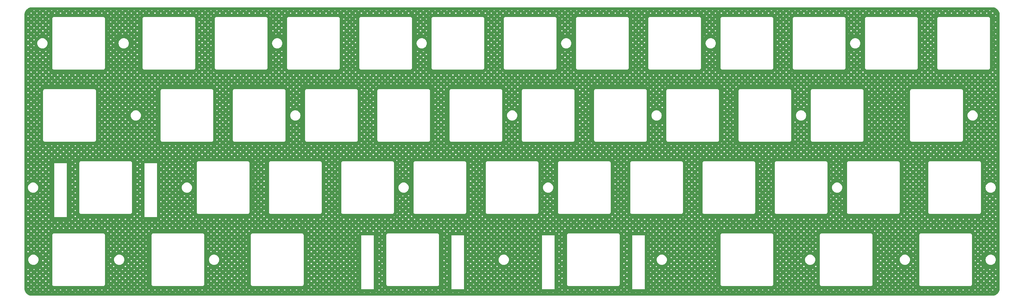
<source format=gbl>
G04 #@! TF.GenerationSoftware,KiCad,Pcbnew,7.0.7-7.0.7~ubuntu23.04.1*
G04 #@! TF.CreationDate,2023-09-10T23:10:07+00:00*
G04 #@! TF.ProjectId,plate,706c6174-652e-46b6-9963-61645f706362,rev?*
G04 #@! TF.SameCoordinates,Original*
G04 #@! TF.FileFunction,Copper,L2,Bot*
G04 #@! TF.FilePolarity,Positive*
%FSLAX46Y46*%
G04 Gerber Fmt 4.6, Leading zero omitted, Abs format (unit mm)*
G04 Created by KiCad (PCBNEW 7.0.7-7.0.7~ubuntu23.04.1) date 2023-09-10 23:10:07*
%MOMM*%
%LPD*%
G01*
G04 APERTURE LIST*
G04 APERTURE END LIST*
G04 #@! TA.AperFunction,NonConductor*
G36*
X274540773Y-53598133D02*
G01*
X274565546Y-53599755D01*
X274620055Y-53603326D01*
X274804572Y-53616552D01*
X274812232Y-53617583D01*
X274925462Y-53640104D01*
X275072856Y-53672165D01*
X275079547Y-53674022D01*
X275193581Y-53712728D01*
X275195729Y-53713458D01*
X275197463Y-53714075D01*
X275330958Y-53763863D01*
X275336703Y-53766344D01*
X275449523Y-53821978D01*
X275451758Y-53823139D01*
X275574149Y-53889966D01*
X275578868Y-53892823D01*
X275684663Y-53963511D01*
X275687351Y-53965413D01*
X275797895Y-54048164D01*
X275801620Y-54051184D01*
X275844573Y-54088851D01*
X275897739Y-54135475D01*
X275900652Y-54138202D01*
X275997469Y-54235018D01*
X275998040Y-54235589D01*
X276000814Y-54238551D01*
X276033334Y-54275632D01*
X276085094Y-54334651D01*
X276088105Y-54338366D01*
X276170842Y-54448888D01*
X276172760Y-54451598D01*
X276243445Y-54557382D01*
X276246312Y-54562117D01*
X276313123Y-54684471D01*
X276314313Y-54686762D01*
X276369935Y-54799551D01*
X276372421Y-54805310D01*
X276422204Y-54938778D01*
X276422823Y-54940515D01*
X276462253Y-55056671D01*
X276464128Y-55063427D01*
X276496190Y-55210812D01*
X276518702Y-55323988D01*
X276519737Y-55331668D01*
X276533363Y-55522196D01*
X276538116Y-55594712D01*
X276538249Y-55598768D01*
X276538250Y-127795476D01*
X276538117Y-127799533D01*
X276532613Y-127883499D01*
X276519836Y-128062566D01*
X276518801Y-128070257D01*
X276495055Y-128189631D01*
X276464363Y-128330723D01*
X276462488Y-128337479D01*
X276421707Y-128457613D01*
X276421088Y-128459350D01*
X276372810Y-128588788D01*
X276370323Y-128594547D01*
X276313206Y-128710367D01*
X276312016Y-128712658D01*
X276246886Y-128831933D01*
X276244019Y-128836667D01*
X276171698Y-128944904D01*
X276169779Y-128947614D01*
X276088915Y-129055634D01*
X276085894Y-129059361D01*
X275999770Y-129157562D01*
X275996996Y-129160524D01*
X275901784Y-129255733D01*
X275898822Y-129258508D01*
X275800624Y-129344621D01*
X275796899Y-129347642D01*
X275688873Y-129428508D01*
X275686163Y-129430426D01*
X275577924Y-129502746D01*
X275573189Y-129505612D01*
X275453912Y-129570739D01*
X275451621Y-129571929D01*
X275335803Y-129629041D01*
X275330044Y-129631527D01*
X275200598Y-129679807D01*
X275198859Y-129680426D01*
X275078732Y-129721200D01*
X275071977Y-129723075D01*
X274930907Y-129753760D01*
X274811466Y-129777516D01*
X274803786Y-129778550D01*
X274718173Y-129784671D01*
X274630816Y-129790917D01*
X274540007Y-129796867D01*
X274535952Y-129797000D01*
X21365773Y-129797000D01*
X21361723Y-129796867D01*
X21331104Y-129794860D01*
X21280162Y-129791521D01*
X21098310Y-129778515D01*
X21090630Y-129777480D01*
X20974306Y-129754341D01*
X20830109Y-129722973D01*
X20823354Y-129721098D01*
X20705202Y-129680992D01*
X20703463Y-129680373D01*
X20572010Y-129631343D01*
X20566252Y-129628856D01*
X20451942Y-129572485D01*
X20449650Y-129571295D01*
X20328837Y-129505326D01*
X20324112Y-129502465D01*
X20217105Y-129430966D01*
X20214398Y-129429050D01*
X20180815Y-129403911D01*
X20105099Y-129347230D01*
X20101400Y-129344231D01*
X20004242Y-129259026D01*
X20001288Y-129256259D01*
X19904988Y-129159957D01*
X19902214Y-129156996D01*
X19869187Y-129119336D01*
X19817018Y-129059848D01*
X19814021Y-129056152D01*
X19771238Y-128999000D01*
X21717862Y-128999000D01*
X22077482Y-128999000D01*
X23273497Y-128999000D01*
X23633117Y-128999000D01*
X24829132Y-128999000D01*
X25188752Y-128999000D01*
X26384767Y-128999000D01*
X26744387Y-128999000D01*
X27940402Y-128999000D01*
X28300022Y-128999000D01*
X29496037Y-128999000D01*
X29855656Y-128999000D01*
X31051672Y-128999000D01*
X31411291Y-128999000D01*
X32607307Y-128999000D01*
X32966926Y-128999000D01*
X34162942Y-128999000D01*
X34522561Y-128999000D01*
X35718577Y-128999000D01*
X36078196Y-128999000D01*
X37274212Y-128999000D01*
X37633831Y-128999000D01*
X38829847Y-128999000D01*
X39189466Y-128999000D01*
X40385482Y-128999000D01*
X40745101Y-128999000D01*
X41941116Y-128999000D01*
X42300736Y-128999000D01*
X43496751Y-128999000D01*
X43856371Y-128999000D01*
X45052386Y-128999000D01*
X45412006Y-128999000D01*
X46608021Y-128999000D01*
X46967641Y-128999000D01*
X48163656Y-128999000D01*
X48523276Y-128999000D01*
X49719291Y-128999000D01*
X50078910Y-128999000D01*
X51274926Y-128999000D01*
X51634545Y-128999000D01*
X52830561Y-128999000D01*
X53190180Y-128999000D01*
X54386196Y-128999000D01*
X54745815Y-128999000D01*
X55941831Y-128999000D01*
X56301450Y-128999000D01*
X57497466Y-128999000D01*
X57857085Y-128999000D01*
X59053101Y-128999000D01*
X59412720Y-128999000D01*
X60608735Y-128999000D01*
X60968355Y-128999000D01*
X62164370Y-128999000D01*
X62523990Y-128999000D01*
X63720005Y-128999000D01*
X64079625Y-128999000D01*
X65275640Y-128999000D01*
X65635260Y-128999000D01*
X66831275Y-128999000D01*
X67190895Y-128999000D01*
X68386910Y-128999000D01*
X68746529Y-128999000D01*
X69942545Y-128999000D01*
X70302164Y-128999000D01*
X71498180Y-128999000D01*
X71857799Y-128999000D01*
X73053815Y-128999000D01*
X73413434Y-128999000D01*
X74609450Y-128999000D01*
X74969069Y-128999000D01*
X76165085Y-128999000D01*
X76524704Y-128999000D01*
X77720720Y-128999000D01*
X78080339Y-128999000D01*
X79276354Y-128999000D01*
X79635974Y-128999000D01*
X80831989Y-128999000D01*
X81191609Y-128999000D01*
X82387624Y-128999000D01*
X82747244Y-128999000D01*
X83943259Y-128999000D01*
X84302879Y-128999000D01*
X85498894Y-128999000D01*
X85858514Y-128999000D01*
X87054529Y-128999000D01*
X87414148Y-128999000D01*
X88610164Y-128999000D01*
X88969783Y-128999000D01*
X90165799Y-128999000D01*
X90525418Y-128999000D01*
X91721434Y-128999000D01*
X92081053Y-128999000D01*
X93277069Y-128999000D01*
X93636688Y-128999000D01*
X94832704Y-128999000D01*
X95192323Y-128999000D01*
X96388339Y-128999000D01*
X96747958Y-128999000D01*
X97943973Y-128999000D01*
X98303593Y-128999000D01*
X99499608Y-128999000D01*
X99859228Y-128999000D01*
X101055243Y-128999000D01*
X101414863Y-128999000D01*
X102610878Y-128999000D01*
X102970498Y-128999000D01*
X104166513Y-128999000D01*
X104526133Y-128999000D01*
X105722148Y-128999000D01*
X106081768Y-128999000D01*
X107277783Y-128999000D01*
X107637402Y-128999000D01*
X108833418Y-128999000D01*
X109193037Y-128999000D01*
X110389053Y-128999000D01*
X110748672Y-128999000D01*
X111944688Y-128999000D01*
X112304307Y-128999000D01*
X113500323Y-128999000D01*
X113859942Y-128999000D01*
X115055958Y-128999000D01*
X115415577Y-128999000D01*
X116611593Y-128999000D01*
X116971212Y-128999000D01*
X118167227Y-128999000D01*
X118526847Y-128999000D01*
X119722862Y-128999000D01*
X120082482Y-128999000D01*
X121278497Y-128999000D01*
X121638117Y-128999000D01*
X122834132Y-128999000D01*
X123193752Y-128999000D01*
X124389767Y-128999000D01*
X124749387Y-128999000D01*
X125945402Y-128999000D01*
X126305021Y-128999000D01*
X127501037Y-128999000D01*
X127860656Y-128999000D01*
X129056672Y-128999000D01*
X129416291Y-128999000D01*
X130612307Y-128999000D01*
X130971926Y-128999000D01*
X132167942Y-128999000D01*
X132527561Y-128999000D01*
X133723577Y-128999000D01*
X134083196Y-128999000D01*
X135279212Y-128999000D01*
X135638831Y-128999000D01*
X136834846Y-128999000D01*
X137194466Y-128999000D01*
X138390481Y-128999000D01*
X138750101Y-128999000D01*
X139946116Y-128999000D01*
X140305736Y-128999000D01*
X141501751Y-128999000D01*
X141861371Y-128999000D01*
X143057386Y-128999000D01*
X143417006Y-128999000D01*
X144613021Y-128999000D01*
X144972640Y-128999000D01*
X146168656Y-128999000D01*
X146528275Y-128999000D01*
X147724291Y-128999000D01*
X148083910Y-128999000D01*
X149279926Y-128999000D01*
X149639545Y-128999000D01*
X150835561Y-128999000D01*
X151195180Y-128999000D01*
X152391196Y-128999000D01*
X152750815Y-128999000D01*
X153946831Y-128999000D01*
X154306450Y-128999000D01*
X155502465Y-128999000D01*
X155862085Y-128999000D01*
X157058100Y-128999000D01*
X157417720Y-128999000D01*
X158613735Y-128999000D01*
X158973355Y-128999000D01*
X160169370Y-128999000D01*
X160528990Y-128999000D01*
X161725005Y-128999000D01*
X162084625Y-128999000D01*
X163280640Y-128999000D01*
X163640259Y-128999000D01*
X164836275Y-128999000D01*
X165195894Y-128999000D01*
X166391910Y-128999000D01*
X166751529Y-128999000D01*
X167947545Y-128999000D01*
X168307164Y-128999000D01*
X169503180Y-128999000D01*
X169862799Y-128999000D01*
X171058815Y-128999000D01*
X171418434Y-128999000D01*
X172614450Y-128999000D01*
X172974069Y-128999000D01*
X174170085Y-128999000D01*
X174529704Y-128999000D01*
X175725719Y-128999000D01*
X176085339Y-128999000D01*
X177281354Y-128999000D01*
X177640974Y-128999000D01*
X178836989Y-128999000D01*
X179196609Y-128999000D01*
X180392624Y-128999000D01*
X180752244Y-128999000D01*
X181948259Y-128999000D01*
X182307879Y-128999000D01*
X183503894Y-128999000D01*
X183863513Y-128999000D01*
X185059529Y-128999000D01*
X185419148Y-128999000D01*
X186615164Y-128999000D01*
X186974783Y-128999000D01*
X188170799Y-128999000D01*
X188530418Y-128999000D01*
X189726434Y-128999000D01*
X190086053Y-128999000D01*
X191282069Y-128999000D01*
X191641688Y-128999000D01*
X192837704Y-128999000D01*
X193197323Y-128999000D01*
X194393338Y-128999000D01*
X194752958Y-128999000D01*
X195948973Y-128999000D01*
X196308593Y-128999000D01*
X197504608Y-128999000D01*
X197864228Y-128999000D01*
X199060243Y-128999000D01*
X199419863Y-128999000D01*
X200615878Y-128999000D01*
X200975498Y-128999000D01*
X202171513Y-128999000D01*
X202531132Y-128999000D01*
X203727148Y-128999000D01*
X204086767Y-128999000D01*
X205282783Y-128999000D01*
X205642402Y-128999000D01*
X206838418Y-128999000D01*
X207198037Y-128999000D01*
X208394053Y-128999000D01*
X208753672Y-128999000D01*
X209949688Y-128999000D01*
X210309307Y-128999000D01*
X211505323Y-128999000D01*
X211864942Y-128999000D01*
X213060957Y-128999000D01*
X213420577Y-128999000D01*
X214616592Y-128999000D01*
X214976212Y-128999000D01*
X216172227Y-128999000D01*
X216531847Y-128999000D01*
X217727862Y-128999000D01*
X218087482Y-128999000D01*
X219283497Y-128999000D01*
X219643117Y-128999000D01*
X220839132Y-128999000D01*
X221198751Y-128999000D01*
X222394767Y-128999000D01*
X222754386Y-128999000D01*
X223950402Y-128999000D01*
X224310021Y-128999000D01*
X225506037Y-128999000D01*
X225865656Y-128999000D01*
X227061672Y-128999000D01*
X227421291Y-128999000D01*
X228617307Y-128999000D01*
X228976926Y-128999000D01*
X230172942Y-128999000D01*
X230532561Y-128999000D01*
X231728576Y-128999000D01*
X232088196Y-128999000D01*
X233284211Y-128999000D01*
X233643831Y-128999000D01*
X234839846Y-128999000D01*
X235199466Y-128999000D01*
X236395481Y-128999000D01*
X236755101Y-128999000D01*
X237951116Y-128999000D01*
X238310736Y-128999000D01*
X239506751Y-128999000D01*
X239866371Y-128999000D01*
X241062386Y-128999000D01*
X241422005Y-128999000D01*
X242618021Y-128999000D01*
X242977640Y-128999000D01*
X244173656Y-128999000D01*
X244533275Y-128999000D01*
X245729291Y-128999000D01*
X246088910Y-128999000D01*
X247284926Y-128999000D01*
X247644545Y-128999000D01*
X248840561Y-128999000D01*
X249200180Y-128999000D01*
X250396196Y-128999000D01*
X250755815Y-128999000D01*
X251951830Y-128999000D01*
X252311450Y-128999000D01*
X253507465Y-128999000D01*
X253867085Y-128999000D01*
X255063100Y-128999000D01*
X255422720Y-128999000D01*
X256618735Y-128999000D01*
X256978355Y-128999000D01*
X258174370Y-128999000D01*
X258533990Y-128999000D01*
X259730005Y-128999000D01*
X260089624Y-128999000D01*
X261285640Y-128999000D01*
X261645259Y-128999000D01*
X262841275Y-128999000D01*
X263200894Y-128999000D01*
X264396910Y-128999000D01*
X264756529Y-128999000D01*
X265952545Y-128999000D01*
X266312164Y-128999000D01*
X267508180Y-128999000D01*
X267867799Y-128999000D01*
X269063815Y-128999000D01*
X269423434Y-128999000D01*
X270619449Y-128999000D01*
X270979069Y-128999000D01*
X272175084Y-128999000D01*
X272534704Y-128999000D01*
X273730719Y-128999000D01*
X274090339Y-128999000D01*
X273940458Y-128849119D01*
X273916126Y-128835072D01*
X273904932Y-128835072D01*
X273880599Y-128849119D01*
X273730719Y-128999000D01*
X272534704Y-128999000D01*
X272384823Y-128849119D01*
X272360491Y-128835072D01*
X272349297Y-128835072D01*
X272324964Y-128849119D01*
X272175084Y-128999000D01*
X270979069Y-128999000D01*
X270829188Y-128849119D01*
X270804856Y-128835072D01*
X270793662Y-128835072D01*
X270769329Y-128849119D01*
X270619449Y-128999000D01*
X269423434Y-128999000D01*
X269273553Y-128849119D01*
X269249221Y-128835072D01*
X269238027Y-128835072D01*
X269213695Y-128849119D01*
X269063815Y-128999000D01*
X267867799Y-128999000D01*
X267717918Y-128849119D01*
X267693586Y-128835072D01*
X267682392Y-128835072D01*
X267658060Y-128849119D01*
X267508180Y-128999000D01*
X266312164Y-128999000D01*
X266162283Y-128849119D01*
X266137951Y-128835072D01*
X266126757Y-128835072D01*
X266102425Y-128849119D01*
X265952545Y-128999000D01*
X264756529Y-128999000D01*
X264606649Y-128849120D01*
X264582317Y-128835072D01*
X264571122Y-128835072D01*
X264546789Y-128849120D01*
X264396910Y-128999000D01*
X263200894Y-128999000D01*
X263051013Y-128849119D01*
X263026682Y-128835072D01*
X263015488Y-128835072D01*
X262991155Y-128849119D01*
X262841275Y-128999000D01*
X261645259Y-128999000D01*
X261495378Y-128849119D01*
X261471047Y-128835072D01*
X261459853Y-128835072D01*
X261435520Y-128849119D01*
X261285640Y-128999000D01*
X260089624Y-128999000D01*
X259939743Y-128849119D01*
X259915412Y-128835072D01*
X259904218Y-128835072D01*
X259879885Y-128849119D01*
X259730005Y-128999000D01*
X258533990Y-128999000D01*
X258384109Y-128849119D01*
X258359777Y-128835072D01*
X258348583Y-128835072D01*
X258324250Y-128849119D01*
X258174370Y-128999000D01*
X256978355Y-128999000D01*
X256828474Y-128849119D01*
X256804142Y-128835072D01*
X256792948Y-128835072D01*
X256768615Y-128849119D01*
X256618735Y-128999000D01*
X255422720Y-128999000D01*
X255272839Y-128849119D01*
X255248507Y-128835072D01*
X255237313Y-128835072D01*
X255212980Y-128849119D01*
X255063100Y-128999000D01*
X253867085Y-128999000D01*
X253717204Y-128849119D01*
X253692872Y-128835072D01*
X253681678Y-128835072D01*
X253657345Y-128849119D01*
X253507465Y-128999000D01*
X252311450Y-128999000D01*
X252161569Y-128849119D01*
X252137237Y-128835072D01*
X252126043Y-128835072D01*
X252101710Y-128849119D01*
X251951830Y-128999000D01*
X250755815Y-128999000D01*
X250605934Y-128849119D01*
X250581602Y-128835072D01*
X250570408Y-128835072D01*
X250546076Y-128849119D01*
X250396196Y-128999000D01*
X249200180Y-128999000D01*
X249050299Y-128849119D01*
X249025967Y-128835072D01*
X249014773Y-128835072D01*
X248990441Y-128849119D01*
X248840561Y-128999000D01*
X247644545Y-128999000D01*
X247494664Y-128849119D01*
X247470332Y-128835072D01*
X247459138Y-128835072D01*
X247434806Y-128849119D01*
X247284926Y-128999000D01*
X246088910Y-128999000D01*
X245939029Y-128849119D01*
X245914697Y-128835072D01*
X245903503Y-128835072D01*
X245879171Y-128849119D01*
X245729291Y-128999000D01*
X244533275Y-128999000D01*
X244383394Y-128849119D01*
X244359063Y-128835072D01*
X244347869Y-128835072D01*
X244323536Y-128849119D01*
X244173656Y-128999000D01*
X242977640Y-128999000D01*
X242827759Y-128849119D01*
X242803428Y-128835072D01*
X242792234Y-128835072D01*
X242767901Y-128849119D01*
X242618021Y-128999000D01*
X241422005Y-128999000D01*
X241272124Y-128849119D01*
X241247793Y-128835072D01*
X241236599Y-128835072D01*
X241212266Y-128849119D01*
X241062386Y-128999000D01*
X239866371Y-128999000D01*
X239716490Y-128849119D01*
X239692158Y-128835072D01*
X239680964Y-128835072D01*
X239656631Y-128849119D01*
X239506751Y-128999000D01*
X238310736Y-128999000D01*
X238160855Y-128849119D01*
X238136523Y-128835072D01*
X238125329Y-128835072D01*
X238100996Y-128849119D01*
X237951116Y-128999000D01*
X236755101Y-128999000D01*
X236605220Y-128849119D01*
X236580888Y-128835072D01*
X236569694Y-128835072D01*
X236545361Y-128849119D01*
X236395481Y-128999000D01*
X235199466Y-128999000D01*
X235049585Y-128849119D01*
X235025253Y-128835072D01*
X235014059Y-128835072D01*
X234989726Y-128849119D01*
X234839846Y-128999000D01*
X233643831Y-128999000D01*
X233493950Y-128849119D01*
X233469618Y-128835072D01*
X233458424Y-128835072D01*
X233434091Y-128849119D01*
X233284211Y-128999000D01*
X232088196Y-128999000D01*
X231938315Y-128849119D01*
X231913983Y-128835072D01*
X231902789Y-128835072D01*
X231878456Y-128849119D01*
X231728576Y-128999000D01*
X230532561Y-128999000D01*
X230382680Y-128849119D01*
X230358348Y-128835072D01*
X230347154Y-128835072D01*
X230322822Y-128849119D01*
X230172942Y-128999000D01*
X228976926Y-128999000D01*
X228827045Y-128849119D01*
X228802713Y-128835072D01*
X228791519Y-128835072D01*
X228767187Y-128849119D01*
X228617307Y-128999000D01*
X227421291Y-128999000D01*
X227271410Y-128849119D01*
X227247078Y-128835072D01*
X227235884Y-128835072D01*
X227211552Y-128849119D01*
X227061672Y-128999000D01*
X225865656Y-128999000D01*
X225715775Y-128849119D01*
X225691444Y-128835072D01*
X225680250Y-128835072D01*
X225655917Y-128849119D01*
X225506037Y-128999000D01*
X224310021Y-128999000D01*
X224160140Y-128849119D01*
X224135809Y-128835072D01*
X224124615Y-128835072D01*
X224100282Y-128849119D01*
X223950402Y-128999000D01*
X222754386Y-128999000D01*
X222604505Y-128849119D01*
X222580174Y-128835072D01*
X222568980Y-128835072D01*
X222544647Y-128849119D01*
X222394767Y-128999000D01*
X221198751Y-128999000D01*
X221048870Y-128849119D01*
X221024539Y-128835072D01*
X221013345Y-128835072D01*
X220989012Y-128849119D01*
X220839132Y-128999000D01*
X219643117Y-128999000D01*
X219493236Y-128849119D01*
X219468904Y-128835072D01*
X219457710Y-128835072D01*
X219433377Y-128849119D01*
X219283497Y-128999000D01*
X218087482Y-128999000D01*
X217937601Y-128849119D01*
X217913269Y-128835072D01*
X217902075Y-128835072D01*
X217877742Y-128849119D01*
X217727862Y-128999000D01*
X216531847Y-128999000D01*
X216381966Y-128849119D01*
X216357634Y-128835072D01*
X216346440Y-128835072D01*
X216322107Y-128849119D01*
X216172227Y-128999000D01*
X214976212Y-128999000D01*
X214826331Y-128849119D01*
X214801999Y-128835072D01*
X214790805Y-128835072D01*
X214766472Y-128849119D01*
X214616592Y-128999000D01*
X213420577Y-128999000D01*
X213270696Y-128849119D01*
X213246364Y-128835072D01*
X213235170Y-128835072D01*
X213210837Y-128849119D01*
X213060957Y-128999000D01*
X211864942Y-128999000D01*
X211715061Y-128849119D01*
X211690729Y-128835072D01*
X211679535Y-128835072D01*
X211655203Y-128849119D01*
X211505323Y-128999000D01*
X210309307Y-128999000D01*
X210159426Y-128849119D01*
X210135094Y-128835072D01*
X210123900Y-128835072D01*
X210099568Y-128849119D01*
X209949688Y-128999000D01*
X208753672Y-128999000D01*
X208603791Y-128849119D01*
X208579459Y-128835072D01*
X208568265Y-128835072D01*
X208543933Y-128849119D01*
X208394053Y-128999000D01*
X207198037Y-128999000D01*
X207048157Y-128849120D01*
X207023825Y-128835072D01*
X207012630Y-128835072D01*
X206988297Y-128849120D01*
X206838418Y-128999000D01*
X205642402Y-128999000D01*
X205492521Y-128849119D01*
X205468190Y-128835072D01*
X205456996Y-128835072D01*
X205432663Y-128849119D01*
X205282783Y-128999000D01*
X204086767Y-128999000D01*
X203936886Y-128849119D01*
X203912555Y-128835072D01*
X203901361Y-128835072D01*
X203877028Y-128849119D01*
X203727148Y-128999000D01*
X202531132Y-128999000D01*
X202381251Y-128849119D01*
X202356920Y-128835072D01*
X202345726Y-128835072D01*
X202321393Y-128849119D01*
X202171513Y-128999000D01*
X200975498Y-128999000D01*
X200825617Y-128849119D01*
X200801285Y-128835072D01*
X200790091Y-128835072D01*
X200765758Y-128849119D01*
X200615878Y-128999000D01*
X199419863Y-128999000D01*
X199269982Y-128849119D01*
X199245650Y-128835072D01*
X199234456Y-128835072D01*
X199210123Y-128849119D01*
X199060243Y-128999000D01*
X197864228Y-128999000D01*
X197714347Y-128849119D01*
X197690015Y-128835072D01*
X197678821Y-128835072D01*
X197654488Y-128849119D01*
X197504608Y-128999000D01*
X196308593Y-128999000D01*
X196158712Y-128849119D01*
X196134380Y-128835072D01*
X196123186Y-128835072D01*
X196098853Y-128849119D01*
X195948973Y-128999000D01*
X194752958Y-128999000D01*
X194603077Y-128849119D01*
X194578745Y-128835072D01*
X194567551Y-128835072D01*
X194543218Y-128849119D01*
X194393338Y-128999000D01*
X193197323Y-128999000D01*
X193047442Y-128849119D01*
X193023110Y-128835072D01*
X193011916Y-128835072D01*
X192987584Y-128849119D01*
X192837704Y-128999000D01*
X191641688Y-128999000D01*
X191491807Y-128849119D01*
X191467475Y-128835072D01*
X191456281Y-128835072D01*
X191431949Y-128849119D01*
X191282069Y-128999000D01*
X190086053Y-128999000D01*
X189936172Y-128849119D01*
X189911840Y-128835072D01*
X189900646Y-128835072D01*
X189876314Y-128849119D01*
X189726434Y-128999000D01*
X188530418Y-128999000D01*
X188380538Y-128849120D01*
X188356206Y-128835072D01*
X188345011Y-128835072D01*
X188320679Y-128849119D01*
X188170799Y-128999000D01*
X186974783Y-128999000D01*
X186824902Y-128849119D01*
X186800571Y-128835072D01*
X186789377Y-128835072D01*
X186765044Y-128849119D01*
X186615164Y-128999000D01*
X185419148Y-128999000D01*
X185269267Y-128849119D01*
X185244936Y-128835072D01*
X185233742Y-128835072D01*
X185209409Y-128849119D01*
X185059529Y-128999000D01*
X183863513Y-128999000D01*
X183713632Y-128849119D01*
X183689301Y-128835072D01*
X183678107Y-128835072D01*
X183653774Y-128849119D01*
X183503894Y-128999000D01*
X182307879Y-128999000D01*
X182157998Y-128849119D01*
X182133666Y-128835072D01*
X182122472Y-128835072D01*
X182098139Y-128849119D01*
X181948259Y-128999000D01*
X180752244Y-128999000D01*
X180602363Y-128849119D01*
X180578031Y-128835072D01*
X180566837Y-128835072D01*
X180542504Y-128849119D01*
X180392624Y-128999000D01*
X179196609Y-128999000D01*
X179046728Y-128849119D01*
X179022396Y-128835072D01*
X179011202Y-128835072D01*
X178986869Y-128849119D01*
X178836989Y-128999000D01*
X177640974Y-128999000D01*
X177491093Y-128849119D01*
X177466761Y-128835072D01*
X177455567Y-128835072D01*
X177431234Y-128849119D01*
X177281354Y-128999000D01*
X176085339Y-128999000D01*
X175935458Y-128849119D01*
X175911126Y-128835072D01*
X175899932Y-128835072D01*
X175875599Y-128849119D01*
X175725719Y-128999000D01*
X174529704Y-128999000D01*
X174379823Y-128849119D01*
X174355491Y-128835072D01*
X174344297Y-128835072D01*
X174319965Y-128849119D01*
X174170085Y-128999000D01*
X172974069Y-128999000D01*
X172824188Y-128849119D01*
X172799856Y-128835072D01*
X172788662Y-128835072D01*
X172764330Y-128849119D01*
X172614450Y-128999000D01*
X171418434Y-128999000D01*
X171268553Y-128849119D01*
X171244221Y-128835072D01*
X171233027Y-128835072D01*
X171208695Y-128849119D01*
X171058815Y-128999000D01*
X169862799Y-128999000D01*
X169712918Y-128849119D01*
X169688586Y-128835072D01*
X169677392Y-128835072D01*
X169653060Y-128849119D01*
X169503180Y-128999000D01*
X168307164Y-128999000D01*
X168157283Y-128849119D01*
X168132952Y-128835072D01*
X168121758Y-128835072D01*
X168097425Y-128849119D01*
X167947545Y-128999000D01*
X166751529Y-128999000D01*
X166601648Y-128849119D01*
X166577317Y-128835072D01*
X166566123Y-128835072D01*
X166541790Y-128849119D01*
X166391910Y-128999000D01*
X165195894Y-128999000D01*
X165046013Y-128849119D01*
X165021682Y-128835072D01*
X165010488Y-128835072D01*
X164986155Y-128849119D01*
X164836275Y-128999000D01*
X163640259Y-128999000D01*
X163490378Y-128849119D01*
X163466047Y-128835072D01*
X163454853Y-128835072D01*
X163430520Y-128849119D01*
X163280640Y-128999000D01*
X162084625Y-128999000D01*
X161934744Y-128849119D01*
X161910412Y-128835072D01*
X161899218Y-128835072D01*
X161874885Y-128849119D01*
X161725005Y-128999000D01*
X160528990Y-128999000D01*
X160379109Y-128849119D01*
X160354777Y-128835072D01*
X160343583Y-128835072D01*
X160319250Y-128849119D01*
X160169370Y-128999000D01*
X158973355Y-128999000D01*
X158823474Y-128849119D01*
X158799142Y-128835072D01*
X158787948Y-128835072D01*
X158763615Y-128849119D01*
X158613735Y-128999000D01*
X157417720Y-128999000D01*
X157267839Y-128849119D01*
X157243507Y-128835072D01*
X157232313Y-128835072D01*
X157207980Y-128849119D01*
X157058100Y-128999000D01*
X155862085Y-128999000D01*
X155712204Y-128849119D01*
X155687872Y-128835072D01*
X155676678Y-128835072D01*
X155652345Y-128849119D01*
X155502465Y-128999000D01*
X154306450Y-128999000D01*
X154156569Y-128849119D01*
X154132237Y-128835072D01*
X154121043Y-128835072D01*
X154096711Y-128849119D01*
X153946831Y-128999000D01*
X152750815Y-128999000D01*
X152600934Y-128849119D01*
X152576602Y-128835072D01*
X152565408Y-128835072D01*
X152541076Y-128849119D01*
X152391196Y-128999000D01*
X151195180Y-128999000D01*
X151045299Y-128849119D01*
X151020967Y-128835072D01*
X151009773Y-128835072D01*
X150985441Y-128849119D01*
X150835561Y-128999000D01*
X149639545Y-128999000D01*
X149489664Y-128849119D01*
X149465333Y-128835072D01*
X149454139Y-128835072D01*
X149429806Y-128849119D01*
X149279926Y-128999000D01*
X148083910Y-128999000D01*
X147934029Y-128849119D01*
X147909698Y-128835072D01*
X147898504Y-128835072D01*
X147874171Y-128849119D01*
X147724291Y-128999000D01*
X146528275Y-128999000D01*
X146378394Y-128849119D01*
X146354063Y-128835072D01*
X146342869Y-128835072D01*
X146318536Y-128849119D01*
X146168656Y-128999000D01*
X144972640Y-128999000D01*
X144822759Y-128849119D01*
X144798428Y-128835072D01*
X144787234Y-128835072D01*
X144762901Y-128849119D01*
X144613021Y-128999000D01*
X143417006Y-128999000D01*
X143267125Y-128849119D01*
X143242793Y-128835072D01*
X143231599Y-128835072D01*
X143207266Y-128849119D01*
X143057386Y-128999000D01*
X141861371Y-128999000D01*
X141711490Y-128849119D01*
X141687158Y-128835072D01*
X141675964Y-128835072D01*
X141651631Y-128849119D01*
X141501751Y-128999000D01*
X140305736Y-128999000D01*
X140155855Y-128849119D01*
X140131523Y-128835072D01*
X140120329Y-128835072D01*
X140095996Y-128849119D01*
X139946116Y-128999000D01*
X138750101Y-128999000D01*
X138600220Y-128849119D01*
X138575888Y-128835072D01*
X138564694Y-128835072D01*
X138540361Y-128849119D01*
X138390481Y-128999000D01*
X137194466Y-128999000D01*
X137044585Y-128849119D01*
X137020253Y-128835072D01*
X137009059Y-128835072D01*
X136984726Y-128849119D01*
X136834846Y-128999000D01*
X135638831Y-128999000D01*
X135488950Y-128849119D01*
X135464618Y-128835072D01*
X135453424Y-128835072D01*
X135429092Y-128849119D01*
X135279212Y-128999000D01*
X134083196Y-128999000D01*
X133933315Y-128849119D01*
X133908983Y-128835072D01*
X133897789Y-128835072D01*
X133873457Y-128849119D01*
X133723577Y-128999000D01*
X132527561Y-128999000D01*
X132377680Y-128849119D01*
X132353348Y-128835072D01*
X132342154Y-128835072D01*
X132317822Y-128849119D01*
X132167942Y-128999000D01*
X130971926Y-128999000D01*
X130822046Y-128849120D01*
X130797714Y-128835072D01*
X130786519Y-128835072D01*
X130762186Y-128849120D01*
X130612307Y-128999000D01*
X129416291Y-128999000D01*
X129266410Y-128849119D01*
X129242079Y-128835072D01*
X129230885Y-128835072D01*
X129206552Y-128849119D01*
X129056672Y-128999000D01*
X127860656Y-128999000D01*
X127710775Y-128849119D01*
X127686444Y-128835072D01*
X127675250Y-128835072D01*
X127650917Y-128849119D01*
X127501037Y-128999000D01*
X126305021Y-128999000D01*
X126155140Y-128849119D01*
X126130809Y-128835072D01*
X126119615Y-128835072D01*
X126095282Y-128849119D01*
X125945402Y-128999000D01*
X124749387Y-128999000D01*
X124599506Y-128849119D01*
X124575174Y-128835072D01*
X124563980Y-128835072D01*
X124539647Y-128849119D01*
X124389767Y-128999000D01*
X123193752Y-128999000D01*
X123043871Y-128849119D01*
X123019539Y-128835072D01*
X123008345Y-128835072D01*
X122984012Y-128849119D01*
X122834132Y-128999000D01*
X121638117Y-128999000D01*
X121488236Y-128849119D01*
X121463904Y-128835072D01*
X121452710Y-128835072D01*
X121428377Y-128849119D01*
X121278497Y-128999000D01*
X120082482Y-128999000D01*
X119932601Y-128849119D01*
X119908269Y-128835072D01*
X119897075Y-128835072D01*
X119872742Y-128849119D01*
X119722862Y-128999000D01*
X118526847Y-128999000D01*
X118376966Y-128849119D01*
X118352634Y-128835072D01*
X118341440Y-128835072D01*
X118317107Y-128849119D01*
X118167227Y-128999000D01*
X116971212Y-128999000D01*
X116821331Y-128849119D01*
X116796999Y-128835072D01*
X116785805Y-128835072D01*
X116761473Y-128849119D01*
X116611593Y-128999000D01*
X115415577Y-128999000D01*
X115265696Y-128849119D01*
X115241364Y-128835072D01*
X115230170Y-128835072D01*
X115205838Y-128849119D01*
X115055958Y-128999000D01*
X113859942Y-128999000D01*
X113710061Y-128849119D01*
X113685729Y-128835072D01*
X113674535Y-128835072D01*
X113650203Y-128849119D01*
X113500323Y-128999000D01*
X112304307Y-128999000D01*
X112154426Y-128849119D01*
X112130094Y-128835072D01*
X112118900Y-128835072D01*
X112094568Y-128849119D01*
X111944688Y-128999000D01*
X110748672Y-128999000D01*
X110598791Y-128849119D01*
X110574460Y-128835072D01*
X110563266Y-128835072D01*
X110538933Y-128849119D01*
X110389053Y-128999000D01*
X109193037Y-128999000D01*
X109043156Y-128849119D01*
X109018825Y-128835072D01*
X109007631Y-128835072D01*
X108983298Y-128849119D01*
X108833418Y-128999000D01*
X107637402Y-128999000D01*
X107487521Y-128849119D01*
X107463190Y-128835072D01*
X107451996Y-128835072D01*
X107427663Y-128849119D01*
X107277783Y-128999000D01*
X106081768Y-128999000D01*
X105931887Y-128849119D01*
X105907555Y-128835072D01*
X105896361Y-128835072D01*
X105872028Y-128849119D01*
X105722148Y-128999000D01*
X104526133Y-128999000D01*
X104376252Y-128849119D01*
X104351920Y-128835072D01*
X104340726Y-128835072D01*
X104316393Y-128849119D01*
X104166513Y-128999000D01*
X102970498Y-128999000D01*
X102820617Y-128849119D01*
X102796285Y-128835072D01*
X102785091Y-128835072D01*
X102760758Y-128849119D01*
X102610878Y-128999000D01*
X101414863Y-128999000D01*
X101264982Y-128849119D01*
X101240650Y-128835072D01*
X101229456Y-128835072D01*
X101205123Y-128849119D01*
X101055243Y-128999000D01*
X99859228Y-128999000D01*
X99709347Y-128849119D01*
X99685015Y-128835072D01*
X99673821Y-128835072D01*
X99649488Y-128849119D01*
X99499608Y-128999000D01*
X98303593Y-128999000D01*
X98153712Y-128849119D01*
X98129380Y-128835072D01*
X98118186Y-128835072D01*
X98093853Y-128849119D01*
X97943973Y-128999000D01*
X96747958Y-128999000D01*
X96598077Y-128849119D01*
X96573745Y-128835072D01*
X96562551Y-128835072D01*
X96538219Y-128849119D01*
X96388339Y-128999000D01*
X95192323Y-128999000D01*
X95042442Y-128849119D01*
X95018110Y-128835072D01*
X95006916Y-128835072D01*
X94982584Y-128849119D01*
X94832704Y-128999000D01*
X93636688Y-128999000D01*
X93486807Y-128849119D01*
X93462475Y-128835072D01*
X93451281Y-128835072D01*
X93426949Y-128849119D01*
X93277069Y-128999000D01*
X92081053Y-128999000D01*
X91931172Y-128849119D01*
X91906841Y-128835072D01*
X91895647Y-128835072D01*
X91871314Y-128849119D01*
X91721434Y-128999000D01*
X90525418Y-128999000D01*
X90375537Y-128849119D01*
X90351206Y-128835072D01*
X90340012Y-128835072D01*
X90315679Y-128849119D01*
X90165799Y-128999000D01*
X88969783Y-128999000D01*
X88819902Y-128849119D01*
X88795571Y-128835072D01*
X88784377Y-128835072D01*
X88760044Y-128849119D01*
X88610164Y-128999000D01*
X87414148Y-128999000D01*
X87264267Y-128849119D01*
X87239936Y-128835072D01*
X87228742Y-128835072D01*
X87204409Y-128849119D01*
X87054529Y-128999000D01*
X85858514Y-128999000D01*
X85708633Y-128849119D01*
X85684301Y-128835072D01*
X85673107Y-128835072D01*
X85648774Y-128849119D01*
X85498894Y-128999000D01*
X84302879Y-128999000D01*
X84152998Y-128849119D01*
X84128666Y-128835072D01*
X84117472Y-128835072D01*
X84093139Y-128849119D01*
X83943259Y-128999000D01*
X82747244Y-128999000D01*
X82597363Y-128849119D01*
X82573031Y-128835072D01*
X82561837Y-128835072D01*
X82537504Y-128849119D01*
X82387624Y-128999000D01*
X81191609Y-128999000D01*
X81041728Y-128849119D01*
X81017396Y-128835072D01*
X81006202Y-128835072D01*
X80981869Y-128849119D01*
X80831989Y-128999000D01*
X79635974Y-128999000D01*
X79486093Y-128849119D01*
X79461761Y-128835072D01*
X79450567Y-128835072D01*
X79426234Y-128849119D01*
X79276354Y-128999000D01*
X78080339Y-128999000D01*
X77930458Y-128849119D01*
X77906126Y-128835072D01*
X77894932Y-128835072D01*
X77870600Y-128849119D01*
X77720720Y-128999000D01*
X76524704Y-128999000D01*
X76374823Y-128849119D01*
X76350491Y-128835072D01*
X76339297Y-128835072D01*
X76314965Y-128849119D01*
X76165085Y-128999000D01*
X74969069Y-128999000D01*
X74819188Y-128849119D01*
X74794856Y-128835072D01*
X74783662Y-128835072D01*
X74759330Y-128849119D01*
X74609450Y-128999000D01*
X73413434Y-128999000D01*
X73263554Y-128849120D01*
X73239222Y-128835072D01*
X73228027Y-128835072D01*
X73203694Y-128849120D01*
X73053815Y-128999000D01*
X71857799Y-128999000D01*
X71707918Y-128849119D01*
X71683587Y-128835072D01*
X71672393Y-128835072D01*
X71648060Y-128849119D01*
X71498180Y-128999000D01*
X70302164Y-128999000D01*
X70152283Y-128849119D01*
X70127952Y-128835072D01*
X70116758Y-128835072D01*
X70092425Y-128849119D01*
X69942545Y-128999000D01*
X68746529Y-128999000D01*
X68596648Y-128849119D01*
X68572317Y-128835072D01*
X68561123Y-128835072D01*
X68536790Y-128849119D01*
X68386910Y-128999000D01*
X67190895Y-128999000D01*
X67041014Y-128849119D01*
X67016682Y-128835072D01*
X67005488Y-128835072D01*
X66981155Y-128849119D01*
X66831275Y-128999000D01*
X65635260Y-128999000D01*
X65485379Y-128849119D01*
X65461047Y-128835072D01*
X65449853Y-128835072D01*
X65425520Y-128849119D01*
X65275640Y-128999000D01*
X64079625Y-128999000D01*
X63929744Y-128849119D01*
X63905412Y-128835072D01*
X63894218Y-128835072D01*
X63869885Y-128849119D01*
X63720005Y-128999000D01*
X62523990Y-128999000D01*
X62374109Y-128849119D01*
X62349777Y-128835072D01*
X62338583Y-128835072D01*
X62314250Y-128849119D01*
X62164370Y-128999000D01*
X60968355Y-128999000D01*
X60818474Y-128849119D01*
X60794142Y-128835072D01*
X60782948Y-128835072D01*
X60758615Y-128849119D01*
X60608735Y-128999000D01*
X59412720Y-128999000D01*
X59262839Y-128849119D01*
X59238507Y-128835072D01*
X59227313Y-128835072D01*
X59202981Y-128849119D01*
X59053101Y-128999000D01*
X57857085Y-128999000D01*
X57707204Y-128849119D01*
X57682872Y-128835072D01*
X57671678Y-128835072D01*
X57647346Y-128849119D01*
X57497466Y-128999000D01*
X56301450Y-128999000D01*
X56151569Y-128849119D01*
X56127237Y-128835072D01*
X56116043Y-128835072D01*
X56091711Y-128849119D01*
X55941831Y-128999000D01*
X54745815Y-128999000D01*
X54595935Y-128849120D01*
X54571603Y-128835072D01*
X54560408Y-128835072D01*
X54536076Y-128849119D01*
X54386196Y-128999000D01*
X53190180Y-128999000D01*
X53040299Y-128849119D01*
X53015968Y-128835072D01*
X53004774Y-128835072D01*
X52980441Y-128849119D01*
X52830561Y-128999000D01*
X51634545Y-128999000D01*
X51484664Y-128849119D01*
X51460333Y-128835072D01*
X51449139Y-128835072D01*
X51424806Y-128849119D01*
X51274926Y-128999000D01*
X50078910Y-128999000D01*
X49929029Y-128849119D01*
X49904698Y-128835072D01*
X49893504Y-128835072D01*
X49869171Y-128849119D01*
X49719291Y-128999000D01*
X48523276Y-128999000D01*
X48373395Y-128849119D01*
X48349063Y-128835072D01*
X48337869Y-128835072D01*
X48313536Y-128849119D01*
X48163656Y-128999000D01*
X46967641Y-128999000D01*
X46817760Y-128849119D01*
X46793428Y-128835072D01*
X46782234Y-128835072D01*
X46757901Y-128849119D01*
X46608021Y-128999000D01*
X45412006Y-128999000D01*
X45262125Y-128849119D01*
X45237793Y-128835072D01*
X45226599Y-128835072D01*
X45202266Y-128849119D01*
X45052386Y-128999000D01*
X43856371Y-128999000D01*
X43706490Y-128849119D01*
X43682158Y-128835072D01*
X43670964Y-128835072D01*
X43646631Y-128849119D01*
X43496751Y-128999000D01*
X42300736Y-128999000D01*
X42150855Y-128849119D01*
X42126523Y-128835072D01*
X42115329Y-128835072D01*
X42090996Y-128849119D01*
X41941116Y-128999000D01*
X40745101Y-128999000D01*
X40595220Y-128849119D01*
X40570888Y-128835072D01*
X40559694Y-128835072D01*
X40535362Y-128849119D01*
X40385482Y-128999000D01*
X39189466Y-128999000D01*
X39039585Y-128849119D01*
X39015253Y-128835072D01*
X39004059Y-128835072D01*
X38979727Y-128849119D01*
X38829847Y-128999000D01*
X37633831Y-128999000D01*
X37483950Y-128849119D01*
X37459618Y-128835072D01*
X37448424Y-128835072D01*
X37424092Y-128849119D01*
X37274212Y-128999000D01*
X36078196Y-128999000D01*
X35928315Y-128849119D01*
X35903983Y-128835072D01*
X35892789Y-128835072D01*
X35868457Y-128849119D01*
X35718577Y-128999000D01*
X34522561Y-128999000D01*
X34372680Y-128849119D01*
X34348349Y-128835072D01*
X34337155Y-128835072D01*
X34312822Y-128849119D01*
X34162942Y-128999000D01*
X32966926Y-128999000D01*
X32817045Y-128849119D01*
X32792714Y-128835072D01*
X32781520Y-128835072D01*
X32757187Y-128849119D01*
X32607307Y-128999000D01*
X31411291Y-128999000D01*
X31261410Y-128849119D01*
X31237079Y-128835072D01*
X31225885Y-128835072D01*
X31201552Y-128849119D01*
X31051672Y-128999000D01*
X29855656Y-128999000D01*
X29705775Y-128849119D01*
X29681444Y-128835072D01*
X29670250Y-128835072D01*
X29645917Y-128849119D01*
X29496037Y-128999000D01*
X28300022Y-128999000D01*
X28150141Y-128849119D01*
X28125809Y-128835072D01*
X28114615Y-128835072D01*
X28090282Y-128849119D01*
X27940402Y-128999000D01*
X26744387Y-128999000D01*
X26594506Y-128849119D01*
X26570174Y-128835072D01*
X26558980Y-128835072D01*
X26534647Y-128849119D01*
X26384767Y-128999000D01*
X25188752Y-128999000D01*
X25038871Y-128849119D01*
X25014539Y-128835072D01*
X25003345Y-128835072D01*
X24979012Y-128849119D01*
X24829132Y-128999000D01*
X23633117Y-128999000D01*
X23483236Y-128849119D01*
X23458904Y-128835072D01*
X23447710Y-128835072D01*
X23423377Y-128849119D01*
X23273497Y-128999000D01*
X22077482Y-128999000D01*
X21927601Y-128849119D01*
X21903269Y-128835072D01*
X21892075Y-128835072D01*
X21867742Y-128849119D01*
X21717862Y-128999000D01*
X19771238Y-128999000D01*
X19732187Y-128946834D01*
X19730297Y-128944163D01*
X19658777Y-128837127D01*
X19655932Y-128832427D01*
X19589930Y-128711555D01*
X19588768Y-128709317D01*
X19532379Y-128594970D01*
X19529909Y-128589250D01*
X19480877Y-128457787D01*
X19480258Y-128456050D01*
X19479082Y-128452585D01*
X19440145Y-128337882D01*
X19438280Y-128331162D01*
X19422912Y-128260517D01*
X20922189Y-128260517D01*
X20936236Y-128284848D01*
X21089925Y-128438537D01*
X21114258Y-128452585D01*
X21125452Y-128452585D01*
X21149783Y-128438537D01*
X21303472Y-128284848D01*
X21317520Y-128260517D01*
X22477824Y-128260517D01*
X22491871Y-128284848D01*
X22645560Y-128438537D01*
X22669893Y-128452585D01*
X22681087Y-128452585D01*
X22705418Y-128438537D01*
X22859107Y-128284848D01*
X22873155Y-128260517D01*
X24033458Y-128260517D01*
X24047506Y-128284848D01*
X24201195Y-128438537D01*
X24225528Y-128452585D01*
X24236722Y-128452585D01*
X24261053Y-128438537D01*
X24414742Y-128284848D01*
X24428790Y-128260517D01*
X25589094Y-128260517D01*
X25603141Y-128284848D01*
X25756830Y-128438537D01*
X25781162Y-128452585D01*
X25792357Y-128452585D01*
X25816689Y-128438536D01*
X25970377Y-128284848D01*
X25984425Y-128260517D01*
X27144729Y-128260517D01*
X27158776Y-128284848D01*
X27312465Y-128438537D01*
X27336797Y-128452585D01*
X27347991Y-128452585D01*
X27372323Y-128438537D01*
X27526012Y-128284848D01*
X27540060Y-128260517D01*
X28700364Y-128260517D01*
X28714411Y-128284848D01*
X28868100Y-128438537D01*
X28892432Y-128452585D01*
X28903626Y-128452585D01*
X28927958Y-128438537D01*
X29081647Y-128284848D01*
X29095695Y-128260517D01*
X30255999Y-128260517D01*
X30270046Y-128284848D01*
X30423735Y-128438537D01*
X30448067Y-128452585D01*
X30459261Y-128452585D01*
X30483593Y-128438537D01*
X30637282Y-128284848D01*
X30651330Y-128260517D01*
X31811633Y-128260517D01*
X31825680Y-128284848D01*
X31979369Y-128438537D01*
X32003702Y-128452585D01*
X32014896Y-128452585D01*
X32039228Y-128438537D01*
X32192917Y-128284848D01*
X32206965Y-128260517D01*
X33367267Y-128260517D01*
X33381315Y-128284848D01*
X33535004Y-128438537D01*
X33559337Y-128452585D01*
X33570531Y-128452585D01*
X33594863Y-128438537D01*
X33748552Y-128284848D01*
X33762600Y-128260517D01*
X34922903Y-128260517D01*
X34936950Y-128284848D01*
X35090639Y-128438537D01*
X35114972Y-128452585D01*
X35126166Y-128452585D01*
X35150498Y-128438537D01*
X35304187Y-128284848D01*
X35318235Y-128260517D01*
X36478538Y-128260517D01*
X36492585Y-128284848D01*
X36646274Y-128438537D01*
X36670607Y-128452585D01*
X36681801Y-128452585D01*
X36706133Y-128438537D01*
X36859822Y-128284848D01*
X36873870Y-128260517D01*
X38034173Y-128260517D01*
X38048220Y-128284848D01*
X38201909Y-128438537D01*
X38226242Y-128452585D01*
X38237436Y-128452585D01*
X38261768Y-128438537D01*
X38415457Y-128284848D01*
X38429505Y-128260517D01*
X39589808Y-128260517D01*
X39603855Y-128284848D01*
X39757544Y-128438537D01*
X39781877Y-128452585D01*
X39793071Y-128452585D01*
X39817402Y-128438537D01*
X39971091Y-128284848D01*
X39985139Y-128260517D01*
X41145443Y-128260517D01*
X41159490Y-128284848D01*
X41313179Y-128438537D01*
X41337512Y-128452585D01*
X41348706Y-128452585D01*
X41373037Y-128438537D01*
X41526726Y-128284848D01*
X41540774Y-128260517D01*
X42701078Y-128260517D01*
X42715125Y-128284848D01*
X42868814Y-128438537D01*
X42893147Y-128452585D01*
X42904341Y-128452585D01*
X42928672Y-128438537D01*
X43082361Y-128284848D01*
X43096409Y-128260517D01*
X44256713Y-128260517D01*
X44270760Y-128284848D01*
X44424448Y-128438536D01*
X44448781Y-128452585D01*
X44459976Y-128452585D01*
X44484307Y-128438537D01*
X44637996Y-128284848D01*
X44652044Y-128260517D01*
X45812348Y-128260517D01*
X45826395Y-128284848D01*
X45980084Y-128438537D01*
X46004416Y-128452585D01*
X46015610Y-128452585D01*
X46039942Y-128438537D01*
X46193631Y-128284848D01*
X46207679Y-128260517D01*
X47367983Y-128260517D01*
X47382030Y-128284848D01*
X47535719Y-128438537D01*
X47560051Y-128452585D01*
X47571245Y-128452585D01*
X47595577Y-128438537D01*
X47749266Y-128284848D01*
X47763314Y-128260517D01*
X48923618Y-128260517D01*
X48937665Y-128284848D01*
X49091354Y-128438537D01*
X49115686Y-128452585D01*
X49126880Y-128452585D01*
X49151212Y-128438537D01*
X49304901Y-128284848D01*
X49318949Y-128260517D01*
X50479252Y-128260517D01*
X50493299Y-128284848D01*
X50646988Y-128438537D01*
X50671321Y-128452585D01*
X50682515Y-128452585D01*
X50706847Y-128438537D01*
X50860536Y-128284848D01*
X50874584Y-128260517D01*
X52034886Y-128260517D01*
X52048934Y-128284848D01*
X52202623Y-128438537D01*
X52226956Y-128452585D01*
X52238150Y-128452585D01*
X52262482Y-128438537D01*
X52416171Y-128284848D01*
X52430219Y-128260517D01*
X53590522Y-128260517D01*
X53604569Y-128284848D01*
X53758258Y-128438537D01*
X53782591Y-128452585D01*
X53793785Y-128452585D01*
X53818117Y-128438537D01*
X53971806Y-128284848D01*
X53985854Y-128260517D01*
X55146157Y-128260517D01*
X55160204Y-128284848D01*
X55313893Y-128438537D01*
X55338226Y-128452585D01*
X55349420Y-128452585D01*
X55373752Y-128438537D01*
X55527441Y-128284848D01*
X55541489Y-128260517D01*
X56701792Y-128260517D01*
X56715839Y-128284848D01*
X56869528Y-128438537D01*
X56893861Y-128452585D01*
X56905055Y-128452585D01*
X56929387Y-128438537D01*
X57083076Y-128284848D01*
X57097124Y-128260517D01*
X58257427Y-128260517D01*
X58271474Y-128284848D01*
X58425163Y-128438537D01*
X58449496Y-128452585D01*
X58460690Y-128452585D01*
X58485021Y-128438537D01*
X58638710Y-128284848D01*
X58652757Y-128260517D01*
X59813061Y-128260517D01*
X59827109Y-128284848D01*
X59980798Y-128438537D01*
X60005131Y-128452585D01*
X60016325Y-128452585D01*
X60040656Y-128438537D01*
X60194345Y-128284848D01*
X60208393Y-128260517D01*
X61368697Y-128260517D01*
X61382744Y-128284848D01*
X61536433Y-128438537D01*
X61560766Y-128452585D01*
X61571960Y-128452585D01*
X61596291Y-128438537D01*
X61749980Y-128284848D01*
X61764028Y-128260517D01*
X62924332Y-128260517D01*
X62938379Y-128284848D01*
X63092068Y-128438537D01*
X63116401Y-128452585D01*
X63127595Y-128452585D01*
X63151926Y-128438537D01*
X63305615Y-128284848D01*
X63319663Y-128260517D01*
X64479967Y-128260517D01*
X64494014Y-128284848D01*
X64647703Y-128438537D01*
X64672035Y-128452585D01*
X64683229Y-128452585D01*
X64707561Y-128438537D01*
X64861250Y-128284848D01*
X64875298Y-128260517D01*
X66035602Y-128260517D01*
X66049649Y-128284848D01*
X66203338Y-128438537D01*
X66227670Y-128452585D01*
X66238864Y-128452585D01*
X66263196Y-128438537D01*
X66416885Y-128284848D01*
X66430933Y-128260517D01*
X67591237Y-128260517D01*
X67605284Y-128284848D01*
X67758973Y-128438537D01*
X67783305Y-128452585D01*
X67794499Y-128452585D01*
X67818831Y-128438537D01*
X67972520Y-128284848D01*
X67986568Y-128260517D01*
X69146872Y-128260517D01*
X69160920Y-128284850D01*
X69314607Y-128438537D01*
X69338940Y-128452585D01*
X69350134Y-128452585D01*
X69374466Y-128438537D01*
X69528155Y-128284848D01*
X69542203Y-128260517D01*
X70702506Y-128260517D01*
X70716553Y-128284848D01*
X70870242Y-128438537D01*
X70894575Y-128452585D01*
X70905769Y-128452585D01*
X70930101Y-128438537D01*
X71083790Y-128284848D01*
X71097838Y-128260517D01*
X72258141Y-128260517D01*
X72272188Y-128284848D01*
X72425877Y-128438537D01*
X72450210Y-128452585D01*
X72461404Y-128452585D01*
X72485736Y-128438537D01*
X72639425Y-128284848D01*
X72653473Y-128260517D01*
X73813776Y-128260517D01*
X73827823Y-128284848D01*
X73981512Y-128438537D01*
X74005845Y-128452585D01*
X74017039Y-128452585D01*
X74041371Y-128438537D01*
X74195060Y-128284848D01*
X74209108Y-128260517D01*
X75369411Y-128260517D01*
X75383458Y-128284848D01*
X75537147Y-128438537D01*
X75561480Y-128452585D01*
X75572674Y-128452585D01*
X75597006Y-128438537D01*
X75750695Y-128284848D01*
X75764743Y-128260517D01*
X76925046Y-128260517D01*
X76939093Y-128284848D01*
X77092782Y-128438537D01*
X77117115Y-128452585D01*
X77128309Y-128452585D01*
X77152641Y-128438537D01*
X77306330Y-128284848D01*
X77320378Y-128260517D01*
X78480681Y-128260517D01*
X78494728Y-128284848D01*
X78648417Y-128438537D01*
X78672750Y-128452585D01*
X78683944Y-128452585D01*
X78708275Y-128438537D01*
X78861964Y-128284848D01*
X78876012Y-128260517D01*
X80036316Y-128260517D01*
X80050363Y-128284848D01*
X80204052Y-128438537D01*
X80228385Y-128452585D01*
X80239579Y-128452585D01*
X80263910Y-128438537D01*
X80417599Y-128284848D01*
X80431647Y-128260517D01*
X81591951Y-128260517D01*
X81605998Y-128284848D01*
X81759687Y-128438537D01*
X81784020Y-128452585D01*
X81795214Y-128452585D01*
X81819545Y-128438537D01*
X81973234Y-128284848D01*
X81987282Y-128260517D01*
X83147586Y-128260517D01*
X83161633Y-128284848D01*
X83315322Y-128438537D01*
X83339654Y-128452585D01*
X83350848Y-128452585D01*
X83375180Y-128438537D01*
X83528869Y-128284848D01*
X83542917Y-128260517D01*
X84703221Y-128260517D01*
X84717268Y-128284848D01*
X84870957Y-128438537D01*
X84895289Y-128452585D01*
X84906483Y-128452585D01*
X84930815Y-128438537D01*
X85084504Y-128284848D01*
X85098552Y-128260517D01*
X86258856Y-128260517D01*
X86272903Y-128284848D01*
X86426592Y-128438537D01*
X86450924Y-128452585D01*
X86462118Y-128452585D01*
X86486450Y-128438537D01*
X86640139Y-128284848D01*
X86654187Y-128260517D01*
X87814491Y-128260517D01*
X87828538Y-128284848D01*
X87982227Y-128438537D01*
X88006559Y-128452585D01*
X88017753Y-128452585D01*
X88042085Y-128438537D01*
X88195774Y-128284848D01*
X88209822Y-128260517D01*
X89370125Y-128260517D01*
X89384172Y-128284848D01*
X89537861Y-128438537D01*
X89562194Y-128452585D01*
X89573388Y-128452585D01*
X89597720Y-128438537D01*
X89751409Y-128284848D01*
X89765457Y-128260517D01*
X90925760Y-128260517D01*
X90939807Y-128284848D01*
X91093496Y-128438537D01*
X91117829Y-128452585D01*
X91129023Y-128452585D01*
X91153355Y-128438537D01*
X91307044Y-128284848D01*
X91321092Y-128260517D01*
X92481395Y-128260517D01*
X92495442Y-128284848D01*
X92649131Y-128438537D01*
X92673464Y-128452585D01*
X92684658Y-128452585D01*
X92708990Y-128438537D01*
X92862679Y-128284848D01*
X92876727Y-128260517D01*
X94037030Y-128260517D01*
X94051077Y-128284848D01*
X94204766Y-128438537D01*
X94229099Y-128452585D01*
X94240293Y-128452585D01*
X94264625Y-128438537D01*
X94418314Y-128284848D01*
X94432362Y-128260517D01*
X95592665Y-128260517D01*
X95606712Y-128284848D01*
X95760401Y-128438537D01*
X95784734Y-128452585D01*
X95795928Y-128452585D01*
X95820260Y-128438537D01*
X95973949Y-128284848D01*
X95987996Y-128260517D01*
X97148299Y-128260517D01*
X97162347Y-128284848D01*
X97316036Y-128438537D01*
X97340369Y-128452585D01*
X97351563Y-128452585D01*
X97375894Y-128438537D01*
X97529583Y-128284848D01*
X97543631Y-128260517D01*
X98703934Y-128260517D01*
X98717982Y-128284848D01*
X98871671Y-128438537D01*
X98896004Y-128452585D01*
X98907198Y-128452585D01*
X98931529Y-128438537D01*
X99085218Y-128284848D01*
X99099266Y-128260517D01*
X100259570Y-128260517D01*
X100273617Y-128284848D01*
X100427306Y-128438537D01*
X100451639Y-128452585D01*
X100462833Y-128452585D01*
X100487164Y-128438537D01*
X100640853Y-128284848D01*
X100654901Y-128260517D01*
X101815205Y-128260517D01*
X101829252Y-128284848D01*
X101982940Y-128438536D01*
X102007273Y-128452585D01*
X102018468Y-128452585D01*
X102042800Y-128438536D01*
X102196488Y-128284848D01*
X102210536Y-128260517D01*
X103370840Y-128260517D01*
X103384887Y-128284848D01*
X103538576Y-128438537D01*
X103562908Y-128452585D01*
X103574102Y-128452585D01*
X103598434Y-128438537D01*
X103752123Y-128284848D01*
X103766171Y-128260517D01*
X104926475Y-128260517D01*
X104940522Y-128284848D01*
X105094211Y-128438537D01*
X105118543Y-128452585D01*
X105129737Y-128452585D01*
X105154069Y-128438537D01*
X105307758Y-128284848D01*
X105321805Y-128260517D01*
X106482110Y-128260517D01*
X106496157Y-128284848D01*
X106649846Y-128438537D01*
X106674178Y-128452585D01*
X106685372Y-128452585D01*
X106709704Y-128438537D01*
X106863393Y-128284848D01*
X106877441Y-128260517D01*
X112704649Y-128260517D01*
X112718696Y-128284848D01*
X112872385Y-128438537D01*
X112896718Y-128452585D01*
X112907912Y-128452585D01*
X112932244Y-128438537D01*
X113085933Y-128284848D01*
X113099981Y-128260517D01*
X114260284Y-128260517D01*
X114274331Y-128284848D01*
X114428020Y-128438537D01*
X114452353Y-128452585D01*
X114463547Y-128452585D01*
X114487879Y-128438537D01*
X114641568Y-128284848D01*
X114655616Y-128260517D01*
X115815919Y-128260517D01*
X115829966Y-128284848D01*
X115983655Y-128438537D01*
X116007988Y-128452585D01*
X116019182Y-128452585D01*
X116043513Y-128438537D01*
X116197202Y-128284848D01*
X116211250Y-128260517D01*
X117371554Y-128260517D01*
X117385601Y-128284848D01*
X117539290Y-128438537D01*
X117563623Y-128452585D01*
X117574817Y-128452585D01*
X117599148Y-128438537D01*
X117752837Y-128284848D01*
X117766885Y-128260517D01*
X118927189Y-128260517D01*
X118941236Y-128284848D01*
X119094925Y-128438537D01*
X119119258Y-128452585D01*
X119130452Y-128452585D01*
X119154783Y-128438537D01*
X119308472Y-128284848D01*
X119322520Y-128260517D01*
X120482824Y-128260517D01*
X120496871Y-128284848D01*
X120650560Y-128438537D01*
X120674893Y-128452585D01*
X120686087Y-128452585D01*
X120710418Y-128438537D01*
X120864107Y-128284848D01*
X120878155Y-128260517D01*
X122038459Y-128260517D01*
X122052506Y-128284848D01*
X122206195Y-128438537D01*
X122230527Y-128452585D01*
X122241721Y-128452585D01*
X122266053Y-128438537D01*
X122419742Y-128284848D01*
X122433790Y-128260517D01*
X123594093Y-128260517D01*
X123608141Y-128284848D01*
X123761830Y-128438537D01*
X123786162Y-128452585D01*
X123797356Y-128452585D01*
X123821688Y-128438537D01*
X123975377Y-128284848D01*
X123989425Y-128260517D01*
X125149729Y-128260517D01*
X125163776Y-128284848D01*
X125317465Y-128438537D01*
X125341797Y-128452585D01*
X125352991Y-128452585D01*
X125377323Y-128438537D01*
X125531012Y-128284848D01*
X125545060Y-128260517D01*
X126705363Y-128260517D01*
X126719410Y-128284848D01*
X126873099Y-128438537D01*
X126897432Y-128452585D01*
X126908626Y-128452585D01*
X126932958Y-128438537D01*
X127086647Y-128284848D01*
X127100695Y-128260517D01*
X128260998Y-128260517D01*
X128275045Y-128284848D01*
X128428734Y-128438537D01*
X128453067Y-128452585D01*
X128464261Y-128452585D01*
X128488593Y-128438537D01*
X128642282Y-128284848D01*
X128656330Y-128260517D01*
X129816633Y-128260517D01*
X129830680Y-128284848D01*
X129984369Y-128438537D01*
X130008702Y-128452585D01*
X130019896Y-128452585D01*
X130044228Y-128438537D01*
X130192586Y-128290179D01*
X136058551Y-128290179D01*
X136206909Y-128438537D01*
X136231242Y-128452585D01*
X136242436Y-128452585D01*
X136266767Y-128438537D01*
X136420456Y-128284848D01*
X136434504Y-128260517D01*
X137594808Y-128260517D01*
X137608855Y-128284848D01*
X137762544Y-128438537D01*
X137786877Y-128452585D01*
X137798071Y-128452585D01*
X137822402Y-128438537D01*
X137976091Y-128284848D01*
X137990139Y-128260517D01*
X139150443Y-128260517D01*
X139164490Y-128284848D01*
X139318179Y-128438537D01*
X139342512Y-128452585D01*
X139353706Y-128452585D01*
X139378037Y-128438537D01*
X139531726Y-128284848D01*
X139545774Y-128260517D01*
X140706078Y-128260517D01*
X140720125Y-128284848D01*
X140873814Y-128438537D01*
X140898146Y-128452585D01*
X140909340Y-128452585D01*
X140933672Y-128438537D01*
X141087361Y-128284848D01*
X141101409Y-128260517D01*
X142261713Y-128260517D01*
X142275760Y-128284848D01*
X142429449Y-128438537D01*
X142453781Y-128452585D01*
X142464975Y-128452585D01*
X142489307Y-128438537D01*
X142642996Y-128284848D01*
X142657044Y-128260517D01*
X143817348Y-128260517D01*
X143831395Y-128284848D01*
X143985084Y-128438537D01*
X144009416Y-128452585D01*
X144020610Y-128452585D01*
X144044942Y-128438537D01*
X144198631Y-128284848D01*
X144212679Y-128260517D01*
X145372983Y-128260517D01*
X145387030Y-128284848D01*
X145540719Y-128438537D01*
X145565051Y-128452585D01*
X145576245Y-128452585D01*
X145600577Y-128438537D01*
X145754266Y-128284848D01*
X145768314Y-128260517D01*
X146928617Y-128260517D01*
X146942664Y-128284848D01*
X147096353Y-128438537D01*
X147120686Y-128452585D01*
X147131880Y-128452585D01*
X147156212Y-128438537D01*
X147309901Y-128284848D01*
X147323949Y-128260517D01*
X148484252Y-128260517D01*
X148498299Y-128284848D01*
X148651988Y-128438537D01*
X148676321Y-128452585D01*
X148687515Y-128452585D01*
X148711847Y-128438537D01*
X148865536Y-128284848D01*
X148879584Y-128260517D01*
X150039887Y-128260517D01*
X150053934Y-128284848D01*
X150207623Y-128438537D01*
X150231956Y-128452585D01*
X150243150Y-128452585D01*
X150267482Y-128438537D01*
X150421171Y-128284848D01*
X150435219Y-128260517D01*
X151595522Y-128260517D01*
X151609569Y-128284848D01*
X151763258Y-128438537D01*
X151787591Y-128452585D01*
X151798785Y-128452585D01*
X151823117Y-128438537D01*
X151976806Y-128284848D01*
X151990854Y-128260517D01*
X153151157Y-128260517D01*
X153165204Y-128284848D01*
X153318893Y-128438537D01*
X153343226Y-128452585D01*
X153354420Y-128452585D01*
X153378752Y-128438537D01*
X153532441Y-128284848D01*
X153546489Y-128260517D01*
X154706792Y-128260517D01*
X154720839Y-128284848D01*
X154874528Y-128438537D01*
X154898861Y-128452585D01*
X154910055Y-128452585D01*
X154934386Y-128438537D01*
X155079422Y-128293501D01*
X155065763Y-128260517D01*
X160929332Y-128260517D01*
X160943379Y-128284848D01*
X161097068Y-128438537D01*
X161121400Y-128452585D01*
X161132594Y-128452585D01*
X161156926Y-128438537D01*
X161310615Y-128284848D01*
X161324663Y-128260517D01*
X162484967Y-128260517D01*
X162499014Y-128284848D01*
X162652703Y-128438537D01*
X162677035Y-128452585D01*
X162688229Y-128452585D01*
X162712561Y-128438537D01*
X162866250Y-128284848D01*
X162880298Y-128260517D01*
X164040602Y-128260517D01*
X164054649Y-128284848D01*
X164208338Y-128438537D01*
X164232670Y-128452585D01*
X164243864Y-128452585D01*
X164268196Y-128438537D01*
X164421885Y-128284848D01*
X164435933Y-128260517D01*
X165596236Y-128260517D01*
X165610283Y-128284848D01*
X165763972Y-128438537D01*
X165788305Y-128452585D01*
X165799499Y-128452585D01*
X165823831Y-128438537D01*
X165977520Y-128284848D01*
X165991568Y-128260517D01*
X167151871Y-128260517D01*
X167165918Y-128284848D01*
X167319607Y-128438537D01*
X167343940Y-128452585D01*
X167355134Y-128452585D01*
X167379466Y-128438537D01*
X167533155Y-128284848D01*
X167547203Y-128260517D01*
X168707506Y-128260517D01*
X168721553Y-128284848D01*
X168875242Y-128438537D01*
X168899575Y-128452585D01*
X168910769Y-128452585D01*
X168935101Y-128438537D01*
X169088790Y-128284848D01*
X169102838Y-128260517D01*
X170263141Y-128260517D01*
X170277188Y-128284848D01*
X170430877Y-128438537D01*
X170455210Y-128452585D01*
X170466404Y-128452585D01*
X170490736Y-128438537D01*
X170644425Y-128284848D01*
X170658473Y-128260517D01*
X171818776Y-128260517D01*
X171832823Y-128284848D01*
X171986512Y-128438537D01*
X172010845Y-128452585D01*
X172022039Y-128452585D01*
X172046371Y-128438537D01*
X172200060Y-128284848D01*
X172214108Y-128260517D01*
X173374411Y-128260517D01*
X173388458Y-128284848D01*
X173542147Y-128438537D01*
X173566480Y-128452585D01*
X173577674Y-128452585D01*
X173602005Y-128438537D01*
X173755694Y-128284848D01*
X173769742Y-128260517D01*
X174930046Y-128260517D01*
X174944093Y-128284848D01*
X175097782Y-128438537D01*
X175122115Y-128452585D01*
X175133309Y-128452585D01*
X175157640Y-128438537D01*
X175311329Y-128284848D01*
X175325377Y-128260517D01*
X176485681Y-128260517D01*
X176499728Y-128284848D01*
X176653417Y-128438537D01*
X176677750Y-128452585D01*
X176688944Y-128452585D01*
X176713275Y-128438537D01*
X176866964Y-128284848D01*
X176881012Y-128260517D01*
X178041316Y-128260517D01*
X178055363Y-128284848D01*
X178209051Y-128438536D01*
X178233384Y-128452585D01*
X178244579Y-128452585D01*
X178268910Y-128438537D01*
X178422599Y-128284848D01*
X178436647Y-128260517D01*
X184263855Y-128260517D01*
X184277902Y-128284848D01*
X184431591Y-128438537D01*
X184455924Y-128452585D01*
X184467118Y-128452585D01*
X184491450Y-128438537D01*
X184645139Y-128284848D01*
X184659187Y-128260517D01*
X185819490Y-128260517D01*
X185833537Y-128284848D01*
X185987226Y-128438537D01*
X186011559Y-128452585D01*
X186022753Y-128452585D01*
X186047085Y-128438537D01*
X186200774Y-128284848D01*
X186214822Y-128260517D01*
X187375125Y-128260517D01*
X187389172Y-128284848D01*
X187542861Y-128438537D01*
X187567194Y-128452585D01*
X187578388Y-128452585D01*
X187602720Y-128438537D01*
X187756409Y-128284848D01*
X187770457Y-128260517D01*
X188930760Y-128260517D01*
X188944807Y-128284848D01*
X189098496Y-128438537D01*
X189122829Y-128452585D01*
X189134023Y-128452585D01*
X189158355Y-128438537D01*
X189312044Y-128284848D01*
X189326092Y-128260517D01*
X190486395Y-128260517D01*
X190500442Y-128284848D01*
X190654131Y-128438537D01*
X190678464Y-128452585D01*
X190689658Y-128452585D01*
X190713990Y-128438537D01*
X190867679Y-128284848D01*
X190881727Y-128260517D01*
X192042030Y-128260517D01*
X192056077Y-128284848D01*
X192209766Y-128438537D01*
X192234099Y-128452585D01*
X192245293Y-128452585D01*
X192269624Y-128438537D01*
X192423313Y-128284848D01*
X192437361Y-128260517D01*
X193597665Y-128260517D01*
X193611712Y-128284848D01*
X193765401Y-128438537D01*
X193789734Y-128452585D01*
X193800928Y-128452585D01*
X193825259Y-128438537D01*
X193978948Y-128284848D01*
X193992996Y-128260517D01*
X195153300Y-128260517D01*
X195167347Y-128284848D01*
X195321036Y-128438537D01*
X195345369Y-128452585D01*
X195356563Y-128452585D01*
X195380894Y-128438537D01*
X195534583Y-128284848D01*
X195548631Y-128260517D01*
X196708934Y-128260517D01*
X196722982Y-128284848D01*
X196876671Y-128438537D01*
X196901004Y-128452585D01*
X196912198Y-128452585D01*
X196936529Y-128438537D01*
X197090218Y-128284848D01*
X197104266Y-128260517D01*
X198264569Y-128260517D01*
X198278617Y-128284848D01*
X198432306Y-128438537D01*
X198456638Y-128452585D01*
X198467832Y-128452585D01*
X198492164Y-128438537D01*
X198645853Y-128284848D01*
X198659901Y-128260517D01*
X199820204Y-128260517D01*
X199834252Y-128284848D01*
X199987941Y-128438537D01*
X200012273Y-128452585D01*
X200023467Y-128452585D01*
X200047799Y-128438537D01*
X200201488Y-128284848D01*
X200215536Y-128260517D01*
X201375840Y-128260517D01*
X201389887Y-128284848D01*
X201543576Y-128438537D01*
X201567908Y-128452585D01*
X201579102Y-128452585D01*
X201603434Y-128438537D01*
X201757123Y-128284848D01*
X201771171Y-128260517D01*
X202931475Y-128260517D01*
X202945523Y-128284850D01*
X203099210Y-128438537D01*
X203123543Y-128452585D01*
X203134737Y-128452585D01*
X203159069Y-128438537D01*
X203312758Y-128284848D01*
X203326806Y-128260517D01*
X204487109Y-128260517D01*
X204501156Y-128284848D01*
X204654845Y-128438537D01*
X204679178Y-128452585D01*
X204690372Y-128452585D01*
X204714704Y-128438537D01*
X204868393Y-128284848D01*
X204882441Y-128260517D01*
X206042744Y-128260517D01*
X206056791Y-128284848D01*
X206210480Y-128438537D01*
X206234813Y-128452585D01*
X206246007Y-128452585D01*
X206270339Y-128438537D01*
X206424028Y-128284848D01*
X206438076Y-128260517D01*
X207598379Y-128260517D01*
X207612426Y-128284848D01*
X207766115Y-128438537D01*
X207790448Y-128452585D01*
X207801642Y-128452585D01*
X207825974Y-128438537D01*
X207979663Y-128284848D01*
X207993711Y-128260517D01*
X209154014Y-128260517D01*
X209168061Y-128284848D01*
X209321750Y-128438537D01*
X209346083Y-128452585D01*
X209357277Y-128452585D01*
X209381609Y-128438537D01*
X209535298Y-128284848D01*
X209549346Y-128260517D01*
X210709649Y-128260517D01*
X210723696Y-128284848D01*
X210877385Y-128438537D01*
X210901718Y-128452585D01*
X210912912Y-128452585D01*
X210937244Y-128438537D01*
X211090933Y-128284848D01*
X211104981Y-128260517D01*
X212265284Y-128260517D01*
X212279331Y-128284848D01*
X212433020Y-128438537D01*
X212457353Y-128452585D01*
X212468547Y-128452585D01*
X212492878Y-128438537D01*
X212646567Y-128284848D01*
X212660614Y-128260517D01*
X213820919Y-128260517D01*
X213834966Y-128284848D01*
X213988655Y-128438537D01*
X214012988Y-128452585D01*
X214024182Y-128452585D01*
X214048513Y-128438537D01*
X214202202Y-128284848D01*
X214216249Y-128260517D01*
X215376554Y-128260517D01*
X215390601Y-128284848D01*
X215544290Y-128438537D01*
X215568623Y-128452585D01*
X215579817Y-128452585D01*
X215604148Y-128438537D01*
X215757837Y-128284848D01*
X215771884Y-128260517D01*
X216932189Y-128260517D01*
X216946236Y-128284848D01*
X217099925Y-128438537D01*
X217124257Y-128452585D01*
X217135451Y-128452585D01*
X217159783Y-128438537D01*
X217313472Y-128284848D01*
X217327519Y-128260517D01*
X218487824Y-128260517D01*
X218501871Y-128284848D01*
X218655560Y-128438537D01*
X218679892Y-128452585D01*
X218691086Y-128452585D01*
X218715418Y-128438537D01*
X218869107Y-128284848D01*
X218883155Y-128260517D01*
X220043459Y-128260517D01*
X220057506Y-128284848D01*
X220211195Y-128438537D01*
X220235527Y-128452585D01*
X220246721Y-128452585D01*
X220271053Y-128438537D01*
X220424742Y-128284848D01*
X220438790Y-128260517D01*
X221599094Y-128260517D01*
X221613141Y-128284848D01*
X221766830Y-128438537D01*
X221791162Y-128452585D01*
X221802356Y-128452585D01*
X221826688Y-128438537D01*
X221980377Y-128284848D01*
X221994425Y-128260517D01*
X223154728Y-128260517D01*
X223168775Y-128284848D01*
X223322464Y-128438537D01*
X223346797Y-128452585D01*
X223357991Y-128452585D01*
X223382323Y-128438537D01*
X223536012Y-128284848D01*
X223550060Y-128260517D01*
X224710363Y-128260517D01*
X224724410Y-128284848D01*
X224878099Y-128438537D01*
X224902432Y-128452585D01*
X224913626Y-128452585D01*
X224937958Y-128438537D01*
X225091647Y-128284848D01*
X225105695Y-128260517D01*
X226265998Y-128260517D01*
X226280045Y-128284848D01*
X226433734Y-128438537D01*
X226458067Y-128452585D01*
X226469261Y-128452585D01*
X226493593Y-128438537D01*
X226647282Y-128284848D01*
X226661330Y-128260517D01*
X227821633Y-128260517D01*
X227835680Y-128284848D01*
X227989369Y-128438537D01*
X228013702Y-128452585D01*
X228024896Y-128452585D01*
X228049228Y-128438537D01*
X228202917Y-128284848D01*
X228216965Y-128260517D01*
X229377268Y-128260517D01*
X229391315Y-128284848D01*
X229545004Y-128438537D01*
X229569337Y-128452585D01*
X229580531Y-128452585D01*
X229604863Y-128438537D01*
X229758552Y-128284848D01*
X229772600Y-128260517D01*
X230932903Y-128260517D01*
X230946950Y-128284848D01*
X231100639Y-128438537D01*
X231124972Y-128452585D01*
X231136166Y-128452585D01*
X231160497Y-128438537D01*
X231314186Y-128284848D01*
X231328234Y-128260517D01*
X232488538Y-128260517D01*
X232502585Y-128284848D01*
X232656274Y-128438537D01*
X232680607Y-128452585D01*
X232691801Y-128452585D01*
X232716132Y-128438537D01*
X232869821Y-128284848D01*
X232883869Y-128260517D01*
X234044173Y-128260517D01*
X234058220Y-128284848D01*
X234211909Y-128438537D01*
X234236242Y-128452585D01*
X234247436Y-128452585D01*
X234271767Y-128438537D01*
X234425456Y-128284848D01*
X234439504Y-128260517D01*
X235599808Y-128260517D01*
X235613855Y-128284848D01*
X235767543Y-128438536D01*
X235791876Y-128452585D01*
X235803071Y-128452585D01*
X235827403Y-128438536D01*
X235981091Y-128284848D01*
X235995139Y-128260517D01*
X237155443Y-128260517D01*
X237169490Y-128284848D01*
X237323179Y-128438537D01*
X237347511Y-128452585D01*
X237358705Y-128452585D01*
X237383037Y-128438537D01*
X237536726Y-128284848D01*
X237550774Y-128260517D01*
X238711078Y-128260517D01*
X238725125Y-128284848D01*
X238878814Y-128438537D01*
X238903146Y-128452585D01*
X238914340Y-128452585D01*
X238938672Y-128438537D01*
X239092361Y-128284848D01*
X239106408Y-128260517D01*
X240266713Y-128260517D01*
X240280760Y-128284848D01*
X240434449Y-128438537D01*
X240458781Y-128452585D01*
X240469975Y-128452585D01*
X240494307Y-128438537D01*
X240647996Y-128284848D01*
X240662043Y-128260517D01*
X241822346Y-128260517D01*
X241836394Y-128284848D01*
X241990083Y-128438537D01*
X242014416Y-128452585D01*
X242025610Y-128452585D01*
X242049942Y-128438537D01*
X242203631Y-128284848D01*
X242217678Y-128260517D01*
X243377981Y-128260517D01*
X243392029Y-128284848D01*
X243545718Y-128438537D01*
X243570051Y-128452585D01*
X243581245Y-128452585D01*
X243605577Y-128438537D01*
X243759266Y-128284848D01*
X243773314Y-128260517D01*
X244933617Y-128260517D01*
X244947664Y-128284848D01*
X245101353Y-128438537D01*
X245125686Y-128452585D01*
X245136880Y-128452585D01*
X245161212Y-128438537D01*
X245314901Y-128284848D01*
X245328949Y-128260517D01*
X246489252Y-128260517D01*
X246503299Y-128284848D01*
X246656988Y-128438537D01*
X246681321Y-128452585D01*
X246692515Y-128452585D01*
X246716847Y-128438537D01*
X246870536Y-128284848D01*
X246884584Y-128260517D01*
X248044887Y-128260517D01*
X248058934Y-128284848D01*
X248212623Y-128438537D01*
X248236956Y-128452585D01*
X248248150Y-128452585D01*
X248272482Y-128438537D01*
X248426171Y-128284848D01*
X248440219Y-128260517D01*
X249600522Y-128260517D01*
X249614569Y-128284848D01*
X249768258Y-128438537D01*
X249792591Y-128452585D01*
X249803785Y-128452585D01*
X249828116Y-128438537D01*
X249981805Y-128284848D01*
X249995853Y-128260517D01*
X251156157Y-128260517D01*
X251170204Y-128284848D01*
X251323893Y-128438537D01*
X251348226Y-128452585D01*
X251359420Y-128452585D01*
X251383751Y-128438537D01*
X251537440Y-128284848D01*
X251551488Y-128260517D01*
X252711792Y-128260517D01*
X252725839Y-128284848D01*
X252879528Y-128438537D01*
X252903861Y-128452585D01*
X252915055Y-128452585D01*
X252939386Y-128438537D01*
X253093075Y-128284848D01*
X253107123Y-128260517D01*
X254267427Y-128260517D01*
X254281474Y-128284848D01*
X254435163Y-128438537D01*
X254459496Y-128452585D01*
X254470690Y-128452585D01*
X254495021Y-128438537D01*
X254648710Y-128284848D01*
X254662758Y-128260517D01*
X255823062Y-128260517D01*
X255837109Y-128284848D01*
X255990798Y-128438537D01*
X256015130Y-128452585D01*
X256026324Y-128452585D01*
X256050656Y-128438537D01*
X256204345Y-128284848D01*
X256218393Y-128260517D01*
X257378697Y-128260517D01*
X257392744Y-128284848D01*
X257546433Y-128438537D01*
X257570765Y-128452585D01*
X257581959Y-128452585D01*
X257606291Y-128438537D01*
X257759980Y-128284848D01*
X257774028Y-128260517D01*
X258934332Y-128260517D01*
X258948379Y-128284848D01*
X259102068Y-128438537D01*
X259126400Y-128452585D01*
X259137594Y-128452585D01*
X259161926Y-128438537D01*
X259315615Y-128284848D01*
X259329663Y-128260517D01*
X260489966Y-128260517D01*
X260504013Y-128284848D01*
X260657702Y-128438537D01*
X260682035Y-128452585D01*
X260693229Y-128452585D01*
X260717561Y-128438537D01*
X260871250Y-128284848D01*
X260885298Y-128260517D01*
X262045601Y-128260517D01*
X262059648Y-128284848D01*
X262213337Y-128438537D01*
X262237670Y-128452585D01*
X262248864Y-128452585D01*
X262273196Y-128438537D01*
X262426885Y-128284848D01*
X262440933Y-128260517D01*
X263601236Y-128260517D01*
X263615283Y-128284848D01*
X263768972Y-128438537D01*
X263793305Y-128452585D01*
X263804499Y-128452585D01*
X263828831Y-128438537D01*
X263982520Y-128284848D01*
X263996567Y-128260517D01*
X265156870Y-128260517D01*
X265170918Y-128284848D01*
X265324607Y-128438537D01*
X265348940Y-128452585D01*
X265360134Y-128452585D01*
X265384466Y-128438537D01*
X265538155Y-128284848D01*
X265552202Y-128260517D01*
X266712505Y-128260517D01*
X266726553Y-128284848D01*
X266880242Y-128438537D01*
X266904575Y-128452585D01*
X266915769Y-128452585D01*
X266940101Y-128438537D01*
X267093790Y-128284848D01*
X267107837Y-128260517D01*
X268268140Y-128260517D01*
X268282188Y-128284848D01*
X268435877Y-128438537D01*
X268460210Y-128452585D01*
X268471404Y-128452585D01*
X268495736Y-128438537D01*
X268649423Y-128284850D01*
X268663472Y-128260517D01*
X269823776Y-128260517D01*
X269837823Y-128284848D01*
X269991512Y-128438537D01*
X270015845Y-128452585D01*
X270027039Y-128452585D01*
X270051370Y-128438537D01*
X270205059Y-128284848D01*
X270219107Y-128260517D01*
X271379411Y-128260517D01*
X271393458Y-128284848D01*
X271547147Y-128438537D01*
X271571480Y-128452585D01*
X271582674Y-128452585D01*
X271607005Y-128438537D01*
X271760694Y-128284848D01*
X271774742Y-128260517D01*
X272935046Y-128260517D01*
X272949093Y-128284848D01*
X273102782Y-128438537D01*
X273127115Y-128452585D01*
X273138309Y-128452585D01*
X273162640Y-128438537D01*
X273316329Y-128284848D01*
X273330377Y-128260517D01*
X274490681Y-128260517D01*
X274504728Y-128284848D01*
X274658417Y-128438537D01*
X274682749Y-128452585D01*
X274693943Y-128452585D01*
X274718275Y-128438537D01*
X274871964Y-128284848D01*
X274886012Y-128260517D01*
X274886012Y-128249322D01*
X274871964Y-128224991D01*
X274718274Y-128071301D01*
X274693943Y-128057254D01*
X274682749Y-128057254D01*
X274658417Y-128071301D01*
X274504728Y-128224990D01*
X274490681Y-128249322D01*
X274490681Y-128260517D01*
X273330377Y-128260517D01*
X273330377Y-128249322D01*
X273316329Y-128224990D01*
X273162640Y-128071301D01*
X273138309Y-128057254D01*
X273127115Y-128057254D01*
X273102783Y-128071301D01*
X272949093Y-128224991D01*
X272935046Y-128249322D01*
X272935046Y-128260517D01*
X271774742Y-128260517D01*
X271774742Y-128249322D01*
X271760694Y-128224990D01*
X271607005Y-128071301D01*
X271582674Y-128057254D01*
X271571480Y-128057254D01*
X271547148Y-128071301D01*
X271393458Y-128224991D01*
X271379411Y-128249322D01*
X271379411Y-128260517D01*
X270219107Y-128260517D01*
X270219107Y-128249322D01*
X270205059Y-128224990D01*
X270051370Y-128071301D01*
X270027039Y-128057254D01*
X270015845Y-128057254D01*
X269991513Y-128071301D01*
X269837823Y-128224991D01*
X269823776Y-128249322D01*
X269823776Y-128260517D01*
X268663472Y-128260517D01*
X268663472Y-128249322D01*
X268649423Y-128224989D01*
X268495735Y-128071301D01*
X268471404Y-128057254D01*
X268466339Y-128057254D01*
X268466339Y-128055331D01*
X268464135Y-128054987D01*
X268435878Y-128071301D01*
X268282188Y-128224991D01*
X268268140Y-128249322D01*
X268268140Y-128260517D01*
X267107837Y-128260517D01*
X267107837Y-128249322D01*
X267093790Y-128224991D01*
X266940100Y-128071301D01*
X266915769Y-128057254D01*
X266904575Y-128057254D01*
X266880243Y-128071301D01*
X266726553Y-128224991D01*
X266712505Y-128249322D01*
X266712505Y-128260517D01*
X265552202Y-128260517D01*
X265552202Y-128249322D01*
X265538155Y-128224991D01*
X265384465Y-128071301D01*
X265360134Y-128057254D01*
X265348940Y-128057254D01*
X265324608Y-128071301D01*
X265170918Y-128224991D01*
X265156870Y-128249322D01*
X265156870Y-128260517D01*
X263996567Y-128260517D01*
X263996567Y-128249322D01*
X263982520Y-128224991D01*
X263828830Y-128071301D01*
X263804499Y-128057254D01*
X263793305Y-128057254D01*
X263768973Y-128071301D01*
X263615283Y-128224991D01*
X263601236Y-128249322D01*
X263601236Y-128260517D01*
X262440933Y-128260517D01*
X262440933Y-128249322D01*
X262426885Y-128224991D01*
X262273195Y-128071301D01*
X262248864Y-128057254D01*
X262237670Y-128057254D01*
X262213338Y-128071301D01*
X262059648Y-128224991D01*
X262045601Y-128249322D01*
X262045601Y-128260517D01*
X260885298Y-128260517D01*
X260885298Y-128249322D01*
X260871250Y-128224991D01*
X260717560Y-128071301D01*
X260693229Y-128057254D01*
X260682035Y-128057254D01*
X260657703Y-128071301D01*
X260504013Y-128224991D01*
X260489966Y-128249322D01*
X260489966Y-128260517D01*
X259329663Y-128260517D01*
X259329663Y-128249322D01*
X259315615Y-128224991D01*
X259161925Y-128071301D01*
X259137594Y-128057254D01*
X259126400Y-128057254D01*
X259102068Y-128071301D01*
X258948379Y-128224990D01*
X258934332Y-128249322D01*
X258934332Y-128260517D01*
X257774028Y-128260517D01*
X257774028Y-128249322D01*
X257759980Y-128224991D01*
X257606290Y-128071301D01*
X257581959Y-128057254D01*
X257570765Y-128057254D01*
X257546433Y-128071301D01*
X257392744Y-128224990D01*
X257378697Y-128249322D01*
X257378697Y-128260517D01*
X256218393Y-128260517D01*
X256218393Y-128249322D01*
X256204345Y-128224991D01*
X256050655Y-128071301D01*
X256026324Y-128057254D01*
X256015130Y-128057254D01*
X255990798Y-128071301D01*
X255837109Y-128224990D01*
X255823062Y-128249322D01*
X255823062Y-128260517D01*
X254662758Y-128260517D01*
X254662758Y-128249322D01*
X254648710Y-128224990D01*
X254495021Y-128071301D01*
X254470690Y-128057254D01*
X254459496Y-128057254D01*
X254435164Y-128071301D01*
X254281474Y-128224991D01*
X254267427Y-128249322D01*
X254267427Y-128260517D01*
X253107123Y-128260517D01*
X253107123Y-128249322D01*
X253093075Y-128224990D01*
X252939386Y-128071301D01*
X252915055Y-128057254D01*
X252903861Y-128057254D01*
X252879529Y-128071301D01*
X252725839Y-128224991D01*
X252711792Y-128249322D01*
X252711792Y-128260517D01*
X251551488Y-128260517D01*
X251551488Y-128249322D01*
X251537440Y-128224990D01*
X251383751Y-128071301D01*
X251359420Y-128057254D01*
X251348226Y-128057254D01*
X251323894Y-128071301D01*
X251170204Y-128224991D01*
X251156157Y-128249322D01*
X251156157Y-128260517D01*
X249995853Y-128260517D01*
X249995853Y-128249322D01*
X249981805Y-128224990D01*
X249828116Y-128071301D01*
X249803785Y-128057254D01*
X249792591Y-128057254D01*
X249768259Y-128071301D01*
X249614569Y-128224991D01*
X249600522Y-128249322D01*
X249600522Y-128260517D01*
X248440219Y-128260517D01*
X248440219Y-128249322D01*
X248426171Y-128224991D01*
X248272481Y-128071301D01*
X248248150Y-128057254D01*
X248236956Y-128057254D01*
X248212624Y-128071301D01*
X248058934Y-128224991D01*
X248044887Y-128249322D01*
X248044887Y-128260517D01*
X246884584Y-128260517D01*
X246884584Y-128249322D01*
X246870536Y-128224991D01*
X246716846Y-128071301D01*
X246692515Y-128057254D01*
X246681321Y-128057254D01*
X246656989Y-128071301D01*
X246503299Y-128224991D01*
X246489252Y-128249322D01*
X246489252Y-128260517D01*
X245328949Y-128260517D01*
X245328949Y-128249322D01*
X245314901Y-128224991D01*
X245161211Y-128071301D01*
X245136880Y-128057254D01*
X245125686Y-128057254D01*
X245101354Y-128071301D01*
X244947664Y-128224991D01*
X244933617Y-128249322D01*
X244933617Y-128260517D01*
X243773314Y-128260517D01*
X243773314Y-128249322D01*
X243759266Y-128224991D01*
X243605576Y-128071301D01*
X243581245Y-128057254D01*
X243570051Y-128057254D01*
X243545719Y-128071301D01*
X243392029Y-128224991D01*
X243377981Y-128249322D01*
X243377981Y-128260517D01*
X242217678Y-128260517D01*
X242217678Y-128249322D01*
X242203631Y-128224991D01*
X242049941Y-128071301D01*
X242025610Y-128057254D01*
X242014416Y-128057254D01*
X241990084Y-128071301D01*
X241836394Y-128224991D01*
X241822346Y-128249322D01*
X241822346Y-128260517D01*
X240662043Y-128260517D01*
X240662043Y-128249322D01*
X240647996Y-128224991D01*
X240494306Y-128071301D01*
X240469975Y-128057254D01*
X240458781Y-128057254D01*
X240434449Y-128071301D01*
X240280760Y-128224990D01*
X240266713Y-128249322D01*
X240266713Y-128260517D01*
X239106408Y-128260517D01*
X239106408Y-128249322D01*
X239092361Y-128224991D01*
X238938671Y-128071301D01*
X238914340Y-128057254D01*
X238903146Y-128057254D01*
X238878814Y-128071301D01*
X238725125Y-128224990D01*
X238711078Y-128249322D01*
X238711078Y-128260517D01*
X237550774Y-128260517D01*
X237550774Y-128249322D01*
X237536726Y-128224991D01*
X237383036Y-128071301D01*
X237358705Y-128057254D01*
X237347511Y-128057254D01*
X237323179Y-128071301D01*
X237169490Y-128224990D01*
X237155443Y-128249322D01*
X237155443Y-128260517D01*
X235995139Y-128260517D01*
X235995139Y-128249322D01*
X235981091Y-128224990D01*
X235827403Y-128071302D01*
X235803071Y-128057254D01*
X235791876Y-128057254D01*
X235767543Y-128071302D01*
X235613855Y-128224990D01*
X235599808Y-128249322D01*
X235599808Y-128260517D01*
X234439504Y-128260517D01*
X234439504Y-128249322D01*
X234425456Y-128224990D01*
X234271767Y-128071301D01*
X234247436Y-128057254D01*
X234236242Y-128057254D01*
X234211910Y-128071301D01*
X234058220Y-128224991D01*
X234044173Y-128249322D01*
X234044173Y-128260517D01*
X232883869Y-128260517D01*
X232883869Y-128249322D01*
X232869821Y-128224990D01*
X232716132Y-128071301D01*
X232691801Y-128057254D01*
X232680607Y-128057254D01*
X232656275Y-128071301D01*
X232502585Y-128224991D01*
X232488538Y-128249322D01*
X232488538Y-128260517D01*
X231328234Y-128260517D01*
X231328234Y-128249322D01*
X231314186Y-128224990D01*
X231160497Y-128071301D01*
X231136166Y-128057254D01*
X231124972Y-128057254D01*
X231100640Y-128071301D01*
X230946950Y-128224991D01*
X230932903Y-128249322D01*
X230932903Y-128260517D01*
X229772600Y-128260517D01*
X229772600Y-128249322D01*
X229758552Y-128224991D01*
X229604862Y-128071301D01*
X229580531Y-128057254D01*
X229580323Y-128057254D01*
X229563213Y-128064625D01*
X229554792Y-128065650D01*
X229545006Y-128071300D01*
X229391315Y-128224991D01*
X229377268Y-128249322D01*
X229377268Y-128260517D01*
X228216965Y-128260517D01*
X228216965Y-128249322D01*
X228202917Y-128224991D01*
X228049227Y-128071301D01*
X228024896Y-128057254D01*
X228013702Y-128057254D01*
X227989370Y-128071301D01*
X227835680Y-128224991D01*
X227821633Y-128249322D01*
X227821633Y-128260517D01*
X226661330Y-128260517D01*
X226661330Y-128249322D01*
X226647282Y-128224991D01*
X226493592Y-128071301D01*
X226469261Y-128057254D01*
X226458067Y-128057254D01*
X226433735Y-128071301D01*
X226280045Y-128224991D01*
X226265998Y-128249322D01*
X226265998Y-128260517D01*
X225105695Y-128260517D01*
X225105695Y-128249322D01*
X225091647Y-128224991D01*
X224937957Y-128071301D01*
X224913626Y-128057254D01*
X224902432Y-128057254D01*
X224878100Y-128071301D01*
X224724410Y-128224991D01*
X224710363Y-128249322D01*
X224710363Y-128260517D01*
X223550060Y-128260517D01*
X223550060Y-128249322D01*
X223536012Y-128224991D01*
X223382322Y-128071301D01*
X223357991Y-128057254D01*
X223346797Y-128057254D01*
X223322465Y-128071301D01*
X223168775Y-128224991D01*
X223154728Y-128249322D01*
X223154728Y-128260517D01*
X221994425Y-128260517D01*
X221994425Y-128249322D01*
X221980377Y-128224991D01*
X221826687Y-128071301D01*
X221802356Y-128057254D01*
X221791162Y-128057254D01*
X221766830Y-128071301D01*
X221613141Y-128224990D01*
X221599094Y-128249322D01*
X221599094Y-128260517D01*
X220438790Y-128260517D01*
X220438790Y-128249322D01*
X220424742Y-128224991D01*
X220271052Y-128071301D01*
X220246721Y-128057254D01*
X220235527Y-128057254D01*
X220211195Y-128071301D01*
X220057506Y-128224990D01*
X220043459Y-128249322D01*
X220043459Y-128260517D01*
X218883155Y-128260517D01*
X218883155Y-128249322D01*
X218869107Y-128224991D01*
X218715417Y-128071301D01*
X218691086Y-128057254D01*
X218679892Y-128057254D01*
X218655560Y-128071301D01*
X218501871Y-128224990D01*
X218487824Y-128249322D01*
X218487824Y-128260517D01*
X217327519Y-128260517D01*
X217327519Y-128249322D01*
X217313472Y-128224991D01*
X217159782Y-128071301D01*
X217135451Y-128057254D01*
X217124257Y-128057254D01*
X217099925Y-128071301D01*
X216946236Y-128224990D01*
X216932189Y-128249322D01*
X216932189Y-128260517D01*
X215771884Y-128260517D01*
X215771884Y-128249322D01*
X215757837Y-128224990D01*
X215604148Y-128071301D01*
X215579817Y-128057254D01*
X215568623Y-128057254D01*
X215544291Y-128071301D01*
X215390601Y-128224991D01*
X215376554Y-128249322D01*
X215376554Y-128260517D01*
X214216249Y-128260517D01*
X214216249Y-128249322D01*
X214202202Y-128224990D01*
X214048513Y-128071301D01*
X214024182Y-128057254D01*
X214012988Y-128057254D01*
X213988656Y-128071301D01*
X213834966Y-128224991D01*
X213820919Y-128249322D01*
X213820919Y-128260517D01*
X212660614Y-128260517D01*
X212660614Y-128249322D01*
X212646567Y-128224990D01*
X212492878Y-128071301D01*
X212468547Y-128057254D01*
X212457353Y-128057254D01*
X212433021Y-128071301D01*
X212279331Y-128224991D01*
X212265284Y-128249322D01*
X212265284Y-128260517D01*
X211104981Y-128260517D01*
X211104981Y-128249322D01*
X211090933Y-128224991D01*
X210937243Y-128071301D01*
X210912912Y-128057254D01*
X210901718Y-128057254D01*
X210877386Y-128071301D01*
X210723696Y-128224991D01*
X210709649Y-128249322D01*
X210709649Y-128260517D01*
X209549346Y-128260517D01*
X209549346Y-128249322D01*
X209535298Y-128224991D01*
X209381608Y-128071301D01*
X209357277Y-128057254D01*
X209346083Y-128057254D01*
X209321751Y-128071301D01*
X209168061Y-128224991D01*
X209154014Y-128249322D01*
X209154014Y-128260517D01*
X207993711Y-128260517D01*
X207993711Y-128249322D01*
X207979663Y-128224991D01*
X207825973Y-128071301D01*
X207801642Y-128057254D01*
X207790448Y-128057254D01*
X207766116Y-128071301D01*
X207612426Y-128224991D01*
X207598379Y-128249322D01*
X207598379Y-128260517D01*
X206438076Y-128260517D01*
X206438076Y-128249322D01*
X206424028Y-128224991D01*
X206270338Y-128071301D01*
X206246007Y-128057254D01*
X206234813Y-128057254D01*
X206210481Y-128071301D01*
X206056791Y-128224991D01*
X206042744Y-128249322D01*
X206042744Y-128260517D01*
X204882441Y-128260517D01*
X204882441Y-128249322D01*
X204868393Y-128224991D01*
X204714703Y-128071301D01*
X204690372Y-128057254D01*
X204679178Y-128057254D01*
X204654846Y-128071301D01*
X204501156Y-128224991D01*
X204487109Y-128249322D01*
X204487109Y-128260517D01*
X203326806Y-128260517D01*
X203326806Y-128249322D01*
X203312758Y-128224991D01*
X203159068Y-128071301D01*
X203134737Y-128057254D01*
X203123543Y-128057254D01*
X203099211Y-128071301D01*
X202945523Y-128224989D01*
X202931475Y-128249322D01*
X202931475Y-128260517D01*
X201771171Y-128260517D01*
X201771171Y-128249322D01*
X201757123Y-128224991D01*
X201603433Y-128071301D01*
X201579102Y-128057254D01*
X201567908Y-128057254D01*
X201543576Y-128071301D01*
X201389887Y-128224990D01*
X201375840Y-128249322D01*
X201375840Y-128260517D01*
X200215536Y-128260517D01*
X200215536Y-128249322D01*
X200201488Y-128224991D01*
X200047798Y-128071301D01*
X200023467Y-128057254D01*
X200012273Y-128057254D01*
X199987941Y-128071301D01*
X199834252Y-128224990D01*
X199820204Y-128249322D01*
X199820204Y-128260517D01*
X198659901Y-128260517D01*
X198659901Y-128249322D01*
X198645853Y-128224991D01*
X198492163Y-128071301D01*
X198467832Y-128057254D01*
X198456638Y-128057254D01*
X198432306Y-128071301D01*
X198278617Y-128224990D01*
X198264569Y-128249322D01*
X198264569Y-128260517D01*
X197104266Y-128260517D01*
X197104266Y-128249322D01*
X197090218Y-128224990D01*
X196936529Y-128071301D01*
X196912198Y-128057254D01*
X196901004Y-128057254D01*
X196876672Y-128071301D01*
X196722982Y-128224991D01*
X196708934Y-128249322D01*
X196708934Y-128260517D01*
X195548631Y-128260517D01*
X195548631Y-128249322D01*
X195534583Y-128224990D01*
X195380894Y-128071301D01*
X195356563Y-128057254D01*
X195345369Y-128057254D01*
X195321037Y-128071301D01*
X195167347Y-128224991D01*
X195153300Y-128249322D01*
X195153300Y-128260517D01*
X193992996Y-128260517D01*
X193992996Y-128249322D01*
X193978948Y-128224990D01*
X193825259Y-128071301D01*
X193800928Y-128057254D01*
X193789734Y-128057254D01*
X193765402Y-128071301D01*
X193611712Y-128224991D01*
X193597665Y-128249322D01*
X193597665Y-128260517D01*
X192437361Y-128260517D01*
X192437361Y-128249322D01*
X192423313Y-128224990D01*
X192269624Y-128071301D01*
X192245293Y-128057254D01*
X192234099Y-128057254D01*
X192209767Y-128071301D01*
X192056077Y-128224991D01*
X192042030Y-128249322D01*
X192042030Y-128260517D01*
X190881727Y-128260517D01*
X190881727Y-128249322D01*
X190867679Y-128224991D01*
X190713989Y-128071301D01*
X190689658Y-128057254D01*
X190678464Y-128057254D01*
X190654132Y-128071301D01*
X190500442Y-128224991D01*
X190486395Y-128249322D01*
X190486395Y-128260517D01*
X189326092Y-128260517D01*
X189326092Y-128249322D01*
X189312044Y-128224991D01*
X189158354Y-128071301D01*
X189134023Y-128057254D01*
X189122829Y-128057254D01*
X189098497Y-128071301D01*
X188944807Y-128224991D01*
X188930760Y-128249322D01*
X188930760Y-128260517D01*
X187770457Y-128260517D01*
X187770457Y-128249322D01*
X187756409Y-128224991D01*
X187602719Y-128071301D01*
X187578388Y-128057254D01*
X187567194Y-128057254D01*
X187542862Y-128071301D01*
X187389172Y-128224991D01*
X187375125Y-128249322D01*
X187375125Y-128260517D01*
X186214822Y-128260517D01*
X186214822Y-128249322D01*
X186200774Y-128224991D01*
X186047084Y-128071301D01*
X186022753Y-128057254D01*
X186011559Y-128057254D01*
X185987227Y-128071301D01*
X185833537Y-128224991D01*
X185819490Y-128249322D01*
X185819490Y-128260517D01*
X184659187Y-128260517D01*
X184659187Y-128249322D01*
X184645139Y-128224991D01*
X184491449Y-128071301D01*
X184467118Y-128057254D01*
X184455924Y-128057254D01*
X184431592Y-128071301D01*
X184277902Y-128224991D01*
X184263855Y-128249322D01*
X184263855Y-128260517D01*
X178436647Y-128260517D01*
X178436647Y-128249322D01*
X178422599Y-128224990D01*
X178268910Y-128071301D01*
X178244579Y-128057254D01*
X178233384Y-128057254D01*
X178209051Y-128071302D01*
X178055363Y-128224990D01*
X178041316Y-128249322D01*
X178041316Y-128260517D01*
X176881012Y-128260517D01*
X176881012Y-128249322D01*
X176866964Y-128224990D01*
X176713275Y-128071301D01*
X176688944Y-128057254D01*
X176677750Y-128057254D01*
X176653418Y-128071301D01*
X176499728Y-128224991D01*
X176485681Y-128249322D01*
X176485681Y-128260517D01*
X175325377Y-128260517D01*
X175325377Y-128249322D01*
X175311329Y-128224990D01*
X175157640Y-128071301D01*
X175133309Y-128057254D01*
X175122115Y-128057254D01*
X175097783Y-128071301D01*
X174944093Y-128224991D01*
X174930046Y-128249322D01*
X174930046Y-128260517D01*
X173769742Y-128260517D01*
X173769742Y-128249322D01*
X173755694Y-128224990D01*
X173602005Y-128071301D01*
X173577674Y-128057254D01*
X173566480Y-128057254D01*
X173542148Y-128071301D01*
X173388458Y-128224991D01*
X173374411Y-128249322D01*
X173374411Y-128260517D01*
X172214108Y-128260517D01*
X172214108Y-128249322D01*
X172200060Y-128224991D01*
X172046370Y-128071301D01*
X172022039Y-128057254D01*
X172010845Y-128057254D01*
X171986513Y-128071301D01*
X171832823Y-128224991D01*
X171818776Y-128249322D01*
X171818776Y-128260517D01*
X170658473Y-128260517D01*
X170658473Y-128249322D01*
X170644425Y-128224991D01*
X170490735Y-128071301D01*
X170466404Y-128057254D01*
X170455210Y-128057254D01*
X170430878Y-128071301D01*
X170277188Y-128224991D01*
X170263141Y-128249322D01*
X170263141Y-128260517D01*
X169102838Y-128260517D01*
X169102838Y-128249322D01*
X169088790Y-128224991D01*
X168935100Y-128071301D01*
X168910769Y-128057254D01*
X168899575Y-128057254D01*
X168875243Y-128071301D01*
X168721553Y-128224991D01*
X168707506Y-128249322D01*
X168707506Y-128260517D01*
X167547203Y-128260517D01*
X167547203Y-128249322D01*
X167533155Y-128224991D01*
X167379465Y-128071301D01*
X167355134Y-128057254D01*
X167343940Y-128057254D01*
X167319608Y-128071301D01*
X167165918Y-128224991D01*
X167151871Y-128249322D01*
X167151871Y-128260517D01*
X165991568Y-128260517D01*
X165991568Y-128249322D01*
X165977520Y-128224991D01*
X165823830Y-128071301D01*
X165799499Y-128057254D01*
X165788305Y-128057254D01*
X165763973Y-128071301D01*
X165610283Y-128224991D01*
X165596236Y-128249322D01*
X165596236Y-128260517D01*
X164435933Y-128260517D01*
X164435933Y-128249322D01*
X164421885Y-128224991D01*
X164268195Y-128071301D01*
X164243864Y-128057254D01*
X164232670Y-128057254D01*
X164208338Y-128071301D01*
X164054649Y-128224990D01*
X164040602Y-128249322D01*
X164040602Y-128260517D01*
X162880298Y-128260517D01*
X162880298Y-128249322D01*
X162866250Y-128224991D01*
X162712560Y-128071301D01*
X162688229Y-128057254D01*
X162677035Y-128057254D01*
X162652703Y-128071301D01*
X162499014Y-128224990D01*
X162484967Y-128249322D01*
X162484967Y-128260517D01*
X161324663Y-128260517D01*
X161324663Y-128249322D01*
X161310615Y-128224991D01*
X161156925Y-128071301D01*
X161132594Y-128057254D01*
X161121400Y-128057254D01*
X161097068Y-128071301D01*
X160943379Y-128224990D01*
X160929332Y-128249322D01*
X160929332Y-128260517D01*
X155065763Y-128260517D01*
X155063341Y-128254669D01*
X155056308Y-128231519D01*
X155046746Y-128183663D01*
X154934384Y-128071300D01*
X154910055Y-128057254D01*
X154898861Y-128057254D01*
X154874529Y-128071301D01*
X154720839Y-128224991D01*
X154706792Y-128249322D01*
X154706792Y-128260517D01*
X153546489Y-128260517D01*
X153546489Y-128249322D01*
X153532441Y-128224991D01*
X153378751Y-128071301D01*
X153354420Y-128057254D01*
X153343226Y-128057254D01*
X153318894Y-128071301D01*
X153165204Y-128224991D01*
X153151157Y-128249322D01*
X153151157Y-128260517D01*
X151990854Y-128260517D01*
X151990854Y-128249322D01*
X151976806Y-128224991D01*
X151823116Y-128071301D01*
X151798785Y-128057254D01*
X151787591Y-128057254D01*
X151763259Y-128071301D01*
X151609569Y-128224991D01*
X151595522Y-128249322D01*
X151595522Y-128260517D01*
X150435219Y-128260517D01*
X150435219Y-128249322D01*
X150421171Y-128224991D01*
X150267481Y-128071301D01*
X150243150Y-128057254D01*
X150231956Y-128057254D01*
X150207624Y-128071301D01*
X150053934Y-128224991D01*
X150039887Y-128249322D01*
X150039887Y-128260517D01*
X148879584Y-128260517D01*
X148879584Y-128249322D01*
X148865536Y-128224991D01*
X148711846Y-128071301D01*
X148687515Y-128057254D01*
X148676321Y-128057254D01*
X148651989Y-128071301D01*
X148498299Y-128224991D01*
X148484252Y-128249322D01*
X148484252Y-128260517D01*
X147323949Y-128260517D01*
X147323949Y-128249322D01*
X147309901Y-128224991D01*
X147156211Y-128071301D01*
X147131880Y-128057254D01*
X147120686Y-128057254D01*
X147096354Y-128071301D01*
X146942664Y-128224991D01*
X146928617Y-128249322D01*
X146928617Y-128260517D01*
X145768314Y-128260517D01*
X145768314Y-128249322D01*
X145754266Y-128224991D01*
X145600576Y-128071301D01*
X145576245Y-128057254D01*
X145565051Y-128057254D01*
X145540719Y-128071301D01*
X145387030Y-128224990D01*
X145372983Y-128249322D01*
X145372983Y-128260517D01*
X144212679Y-128260517D01*
X144212679Y-128249322D01*
X144198631Y-128224991D01*
X144044941Y-128071301D01*
X144020610Y-128057254D01*
X144009416Y-128057254D01*
X143985084Y-128071301D01*
X143831395Y-128224990D01*
X143817348Y-128249322D01*
X143817348Y-128260517D01*
X142657044Y-128260517D01*
X142657044Y-128249322D01*
X142642996Y-128224991D01*
X142489306Y-128071301D01*
X142464975Y-128057254D01*
X142453781Y-128057254D01*
X142429449Y-128071301D01*
X142275760Y-128224990D01*
X142261713Y-128249322D01*
X142261713Y-128260517D01*
X141101409Y-128260517D01*
X141101409Y-128249322D01*
X141087361Y-128224991D01*
X140933671Y-128071301D01*
X140909340Y-128057254D01*
X140898146Y-128057254D01*
X140873814Y-128071301D01*
X140720125Y-128224990D01*
X140706078Y-128249322D01*
X140706078Y-128260517D01*
X139545774Y-128260517D01*
X139545774Y-128249322D01*
X139531726Y-128224990D01*
X139378037Y-128071301D01*
X139353706Y-128057254D01*
X139342512Y-128057254D01*
X139318180Y-128071301D01*
X139164490Y-128224991D01*
X139150443Y-128249322D01*
X139150443Y-128260517D01*
X137990139Y-128260517D01*
X137990139Y-128249322D01*
X137976091Y-128224990D01*
X137822402Y-128071301D01*
X137798071Y-128057254D01*
X137786877Y-128057254D01*
X137762545Y-128071301D01*
X137608855Y-128224991D01*
X137594808Y-128249322D01*
X137594808Y-128260517D01*
X136434504Y-128260517D01*
X136434504Y-128249322D01*
X136420456Y-128224990D01*
X136266767Y-128071301D01*
X136242436Y-128057254D01*
X136231242Y-128057254D01*
X136206912Y-128071300D01*
X136088660Y-128189551D01*
X136080262Y-128231588D01*
X136073229Y-128254740D01*
X136058551Y-128290179D01*
X130192586Y-128290179D01*
X130197917Y-128284848D01*
X130211964Y-128260517D01*
X130211964Y-128249322D01*
X130197917Y-128224991D01*
X130044227Y-128071301D01*
X130019896Y-128057254D01*
X130008702Y-128057254D01*
X129984370Y-128071301D01*
X129830680Y-128224991D01*
X129816633Y-128249322D01*
X129816633Y-128260517D01*
X128656330Y-128260517D01*
X128656330Y-128249322D01*
X128642282Y-128224991D01*
X128488592Y-128071301D01*
X128464261Y-128057254D01*
X128453067Y-128057254D01*
X128428735Y-128071301D01*
X128275045Y-128224991D01*
X128260998Y-128249322D01*
X128260998Y-128260517D01*
X127100695Y-128260517D01*
X127100695Y-128249322D01*
X127086647Y-128224991D01*
X126932957Y-128071301D01*
X126908626Y-128057254D01*
X126897432Y-128057254D01*
X126873100Y-128071301D01*
X126719410Y-128224991D01*
X126705363Y-128249322D01*
X126705363Y-128260517D01*
X125545060Y-128260517D01*
X125545060Y-128249322D01*
X125531012Y-128224991D01*
X125377322Y-128071301D01*
X125352991Y-128057254D01*
X125341797Y-128057254D01*
X125317465Y-128071301D01*
X125163776Y-128224990D01*
X125149729Y-128249322D01*
X125149729Y-128260517D01*
X123989425Y-128260517D01*
X123989425Y-128249322D01*
X123975377Y-128224991D01*
X123821687Y-128071301D01*
X123797356Y-128057254D01*
X123786162Y-128057254D01*
X123761830Y-128071301D01*
X123608141Y-128224990D01*
X123594093Y-128249322D01*
X123594093Y-128260517D01*
X122433790Y-128260517D01*
X122433790Y-128249322D01*
X122419742Y-128224991D01*
X122266052Y-128071301D01*
X122241721Y-128057254D01*
X122230527Y-128057254D01*
X122206195Y-128071301D01*
X122052506Y-128224990D01*
X122038459Y-128249322D01*
X122038459Y-128260517D01*
X120878155Y-128260517D01*
X120878155Y-128249322D01*
X120864107Y-128224990D01*
X120710418Y-128071301D01*
X120686087Y-128057254D01*
X120674893Y-128057254D01*
X120650561Y-128071301D01*
X120496871Y-128224991D01*
X120482824Y-128249322D01*
X120482824Y-128260517D01*
X119322520Y-128260517D01*
X119322520Y-128249322D01*
X119308472Y-128224990D01*
X119154783Y-128071301D01*
X119130452Y-128057254D01*
X119119258Y-128057254D01*
X119094926Y-128071301D01*
X118941236Y-128224991D01*
X118927189Y-128249322D01*
X118927189Y-128260517D01*
X117766885Y-128260517D01*
X117766885Y-128249322D01*
X117752837Y-128224990D01*
X117599148Y-128071301D01*
X117574817Y-128057254D01*
X117563623Y-128057254D01*
X117539291Y-128071301D01*
X117385601Y-128224991D01*
X117371554Y-128249322D01*
X117371554Y-128260517D01*
X116211250Y-128260517D01*
X116211250Y-128249322D01*
X116197202Y-128224990D01*
X116043513Y-128071301D01*
X116019182Y-128057254D01*
X116007988Y-128057254D01*
X115983656Y-128071301D01*
X115829966Y-128224991D01*
X115815919Y-128249322D01*
X115815919Y-128260517D01*
X114655616Y-128260517D01*
X114655616Y-128249322D01*
X114641568Y-128224991D01*
X114487878Y-128071301D01*
X114463547Y-128057254D01*
X114452353Y-128057254D01*
X114428021Y-128071301D01*
X114274331Y-128224991D01*
X114260284Y-128249322D01*
X114260284Y-128260517D01*
X113099981Y-128260517D01*
X113099981Y-128249322D01*
X113085933Y-128224991D01*
X112932243Y-128071301D01*
X112907912Y-128057254D01*
X112896718Y-128057254D01*
X112872386Y-128071301D01*
X112718696Y-128224991D01*
X112704649Y-128249322D01*
X112704649Y-128260517D01*
X106877441Y-128260517D01*
X106877441Y-128249322D01*
X106863393Y-128224991D01*
X106709703Y-128071301D01*
X106685372Y-128057254D01*
X106674178Y-128057254D01*
X106649846Y-128071301D01*
X106496157Y-128224990D01*
X106482110Y-128249322D01*
X106482110Y-128260517D01*
X105321805Y-128260517D01*
X105321805Y-128249322D01*
X105307758Y-128224991D01*
X105154068Y-128071301D01*
X105129737Y-128057254D01*
X105118543Y-128057254D01*
X105094211Y-128071301D01*
X104940522Y-128224990D01*
X104926475Y-128249322D01*
X104926475Y-128260517D01*
X103766171Y-128260517D01*
X103766171Y-128249322D01*
X103752123Y-128224991D01*
X103598433Y-128071301D01*
X103574102Y-128057254D01*
X103562908Y-128057254D01*
X103538576Y-128071301D01*
X103384887Y-128224990D01*
X103370840Y-128249322D01*
X103370840Y-128260517D01*
X102210536Y-128260517D01*
X102210536Y-128249322D01*
X102196488Y-128224990D01*
X102042800Y-128071302D01*
X102018468Y-128057254D01*
X102007273Y-128057254D01*
X101982940Y-128071302D01*
X101829252Y-128224990D01*
X101815205Y-128249322D01*
X101815205Y-128260517D01*
X100654901Y-128260517D01*
X100654901Y-128249322D01*
X100640853Y-128224990D01*
X100487164Y-128071301D01*
X100462833Y-128057254D01*
X100451639Y-128057254D01*
X100427307Y-128071301D01*
X100273617Y-128224991D01*
X100259570Y-128249322D01*
X100259570Y-128260517D01*
X99099266Y-128260517D01*
X99099266Y-128249322D01*
X99085218Y-128224990D01*
X98931529Y-128071301D01*
X98907198Y-128057254D01*
X98896004Y-128057254D01*
X98871672Y-128071301D01*
X98717982Y-128224991D01*
X98703934Y-128249322D01*
X98703934Y-128260517D01*
X97543631Y-128260517D01*
X97543631Y-128249322D01*
X97529583Y-128224990D01*
X97375894Y-128071301D01*
X97351563Y-128057254D01*
X97340369Y-128057254D01*
X97316037Y-128071301D01*
X97162347Y-128224991D01*
X97148299Y-128249322D01*
X97148299Y-128260517D01*
X95987996Y-128260517D01*
X95987996Y-128249322D01*
X95973949Y-128224991D01*
X95820259Y-128071301D01*
X95795928Y-128057254D01*
X95784734Y-128057254D01*
X95760402Y-128071301D01*
X95606712Y-128224991D01*
X95592665Y-128249322D01*
X95592665Y-128260517D01*
X94432362Y-128260517D01*
X94432362Y-128249322D01*
X94418314Y-128224991D01*
X94264624Y-128071301D01*
X94240293Y-128057254D01*
X94229099Y-128057254D01*
X94204767Y-128071301D01*
X94051077Y-128224991D01*
X94037030Y-128249322D01*
X94037030Y-128260517D01*
X92876727Y-128260517D01*
X92876727Y-128249322D01*
X92862679Y-128224991D01*
X92708989Y-128071301D01*
X92684658Y-128057254D01*
X92673464Y-128057254D01*
X92649132Y-128071301D01*
X92495442Y-128224991D01*
X92481395Y-128249322D01*
X92481395Y-128260517D01*
X91321092Y-128260517D01*
X91321092Y-128249322D01*
X91307044Y-128224991D01*
X91153354Y-128071301D01*
X91129023Y-128057254D01*
X91117829Y-128057254D01*
X91093497Y-128071301D01*
X90939807Y-128224991D01*
X90925760Y-128249322D01*
X90925760Y-128260517D01*
X89765457Y-128260517D01*
X89765457Y-128249322D01*
X89751409Y-128224991D01*
X89597719Y-128071301D01*
X89573388Y-128057254D01*
X89562194Y-128057254D01*
X89537862Y-128071301D01*
X89384172Y-128224991D01*
X89370125Y-128249322D01*
X89370125Y-128260517D01*
X88209822Y-128260517D01*
X88209822Y-128249322D01*
X88195774Y-128224991D01*
X88042084Y-128071301D01*
X88017753Y-128057254D01*
X88006559Y-128057254D01*
X87982227Y-128071301D01*
X87828538Y-128224990D01*
X87814491Y-128249322D01*
X87814491Y-128260517D01*
X86654187Y-128260517D01*
X86654187Y-128249322D01*
X86640139Y-128224991D01*
X86486449Y-128071301D01*
X86462118Y-128057254D01*
X86450924Y-128057254D01*
X86426592Y-128071301D01*
X86272903Y-128224990D01*
X86258856Y-128249322D01*
X86258856Y-128260517D01*
X85098552Y-128260517D01*
X85098552Y-128249322D01*
X85084504Y-128224991D01*
X84930814Y-128071301D01*
X84906483Y-128057254D01*
X84895289Y-128057254D01*
X84870957Y-128071301D01*
X84717268Y-128224990D01*
X84703221Y-128249322D01*
X84703221Y-128260517D01*
X83542917Y-128260517D01*
X83542917Y-128249322D01*
X83528869Y-128224991D01*
X83375179Y-128071301D01*
X83350848Y-128057254D01*
X83339654Y-128057254D01*
X83315322Y-128071301D01*
X83161633Y-128224990D01*
X83147586Y-128249322D01*
X83147586Y-128260517D01*
X81987282Y-128260517D01*
X81987282Y-128249322D01*
X81973234Y-128224990D01*
X81819545Y-128071301D01*
X81795214Y-128057254D01*
X81784020Y-128057254D01*
X81759688Y-128071301D01*
X81605998Y-128224991D01*
X81591951Y-128249322D01*
X81591951Y-128260517D01*
X80431647Y-128260517D01*
X80431647Y-128249322D01*
X80417599Y-128224990D01*
X80263910Y-128071301D01*
X80239579Y-128057254D01*
X80228385Y-128057254D01*
X80204053Y-128071301D01*
X80050363Y-128224991D01*
X80036316Y-128249322D01*
X80036316Y-128260517D01*
X78876012Y-128260517D01*
X78876012Y-128249322D01*
X78861964Y-128224990D01*
X78708275Y-128071301D01*
X78683944Y-128057254D01*
X78672750Y-128057254D01*
X78648418Y-128071301D01*
X78494728Y-128224991D01*
X78480681Y-128249322D01*
X78480681Y-128260517D01*
X77320378Y-128260517D01*
X77320378Y-128249322D01*
X77306330Y-128224991D01*
X77152640Y-128071301D01*
X77128309Y-128057254D01*
X77117115Y-128057254D01*
X77092783Y-128071301D01*
X76939093Y-128224991D01*
X76925046Y-128249322D01*
X76925046Y-128260517D01*
X75764743Y-128260517D01*
X75764743Y-128249322D01*
X75750695Y-128224991D01*
X75597005Y-128071301D01*
X75572674Y-128057254D01*
X75561480Y-128057254D01*
X75537148Y-128071301D01*
X75383458Y-128224991D01*
X75369411Y-128249322D01*
X75369411Y-128260517D01*
X74209108Y-128260517D01*
X74209108Y-128249322D01*
X74195060Y-128224991D01*
X74041370Y-128071301D01*
X74017039Y-128057254D01*
X74005845Y-128057254D01*
X73981513Y-128071301D01*
X73827823Y-128224991D01*
X73813776Y-128249322D01*
X73813776Y-128260517D01*
X72653473Y-128260517D01*
X72653473Y-128249322D01*
X72639425Y-128224991D01*
X72485735Y-128071301D01*
X72461404Y-128057254D01*
X72450210Y-128057254D01*
X72425878Y-128071301D01*
X72272188Y-128224991D01*
X72258141Y-128249322D01*
X72258141Y-128260517D01*
X71097838Y-128260517D01*
X71097838Y-128249322D01*
X71083790Y-128224991D01*
X70930100Y-128071301D01*
X70905769Y-128057254D01*
X70894575Y-128057254D01*
X70870243Y-128071301D01*
X70716553Y-128224991D01*
X70702506Y-128249322D01*
X70702506Y-128260517D01*
X69542203Y-128260517D01*
X69542203Y-128249322D01*
X69528155Y-128224991D01*
X69374465Y-128071301D01*
X69350134Y-128057254D01*
X69338940Y-128057254D01*
X69314608Y-128071301D01*
X69160920Y-128224989D01*
X69146872Y-128249322D01*
X69146872Y-128260517D01*
X67986568Y-128260517D01*
X67986568Y-128249322D01*
X67972520Y-128224991D01*
X67818830Y-128071301D01*
X67794499Y-128057254D01*
X67783305Y-128057254D01*
X67758973Y-128071301D01*
X67605284Y-128224990D01*
X67591237Y-128249322D01*
X67591237Y-128260517D01*
X66430933Y-128260517D01*
X66430933Y-128249322D01*
X66416885Y-128224991D01*
X66263195Y-128071301D01*
X66238864Y-128057254D01*
X66227670Y-128057254D01*
X66203338Y-128071301D01*
X66049649Y-128224990D01*
X66035602Y-128249322D01*
X66035602Y-128260517D01*
X64875298Y-128260517D01*
X64875298Y-128249322D01*
X64861250Y-128224991D01*
X64707560Y-128071301D01*
X64683229Y-128057254D01*
X64672035Y-128057254D01*
X64647703Y-128071301D01*
X64494014Y-128224990D01*
X64479967Y-128249322D01*
X64479967Y-128260517D01*
X63319663Y-128260517D01*
X63319663Y-128249322D01*
X63305615Y-128224990D01*
X63151926Y-128071301D01*
X63127595Y-128057254D01*
X63116401Y-128057254D01*
X63092069Y-128071301D01*
X62938379Y-128224991D01*
X62924332Y-128249322D01*
X62924332Y-128260517D01*
X61764028Y-128260517D01*
X61764028Y-128249322D01*
X61749980Y-128224990D01*
X61596291Y-128071301D01*
X61571960Y-128057254D01*
X61560766Y-128057254D01*
X61536434Y-128071301D01*
X61382744Y-128224991D01*
X61368697Y-128249322D01*
X61368697Y-128260517D01*
X60208393Y-128260517D01*
X60208393Y-128249322D01*
X60194345Y-128224990D01*
X60040656Y-128071301D01*
X60016325Y-128057254D01*
X60005131Y-128057254D01*
X59980799Y-128071301D01*
X59827109Y-128224991D01*
X59813061Y-128249322D01*
X59813061Y-128260517D01*
X58652757Y-128260517D01*
X58652757Y-128249322D01*
X58638710Y-128224990D01*
X58485021Y-128071301D01*
X58460690Y-128057254D01*
X58449496Y-128057254D01*
X58425164Y-128071301D01*
X58271474Y-128224991D01*
X58257427Y-128249322D01*
X58257427Y-128260517D01*
X57097124Y-128260517D01*
X57097124Y-128249322D01*
X57083076Y-128224991D01*
X56929386Y-128071301D01*
X56905055Y-128057254D01*
X56893861Y-128057254D01*
X56869529Y-128071301D01*
X56715839Y-128224991D01*
X56701792Y-128249322D01*
X56701792Y-128260517D01*
X55541489Y-128260517D01*
X55541489Y-128249322D01*
X55527441Y-128224991D01*
X55373751Y-128071301D01*
X55349420Y-128057254D01*
X55338226Y-128057254D01*
X55313894Y-128071301D01*
X55160204Y-128224991D01*
X55146157Y-128249322D01*
X55146157Y-128260517D01*
X53985854Y-128260517D01*
X53985854Y-128249322D01*
X53971806Y-128224991D01*
X53818116Y-128071301D01*
X53793785Y-128057254D01*
X53782591Y-128057254D01*
X53758259Y-128071301D01*
X53604569Y-128224991D01*
X53590522Y-128249322D01*
X53590522Y-128260517D01*
X52430219Y-128260517D01*
X52430219Y-128249322D01*
X52416171Y-128224991D01*
X52262481Y-128071301D01*
X52238150Y-128057254D01*
X52226956Y-128057254D01*
X52202624Y-128071301D01*
X52048934Y-128224991D01*
X52034886Y-128249322D01*
X52034886Y-128260517D01*
X50874584Y-128260517D01*
X50874584Y-128249322D01*
X50860536Y-128224991D01*
X50706846Y-128071301D01*
X50682515Y-128057254D01*
X50671321Y-128057254D01*
X50646989Y-128071301D01*
X50493299Y-128224991D01*
X50479252Y-128249322D01*
X50479252Y-128260517D01*
X49318949Y-128260517D01*
X49318949Y-128249322D01*
X49304901Y-128224991D01*
X49151211Y-128071301D01*
X49126880Y-128057254D01*
X49115686Y-128057254D01*
X49091354Y-128071301D01*
X48937665Y-128224990D01*
X48923618Y-128249322D01*
X48923618Y-128260517D01*
X47763314Y-128260517D01*
X47763314Y-128249322D01*
X47749266Y-128224991D01*
X47595576Y-128071301D01*
X47571245Y-128057254D01*
X47560051Y-128057254D01*
X47535719Y-128071301D01*
X47382030Y-128224990D01*
X47367983Y-128249322D01*
X47367983Y-128260517D01*
X46207679Y-128260517D01*
X46207679Y-128249322D01*
X46193631Y-128224991D01*
X46039941Y-128071301D01*
X46015610Y-128057254D01*
X46004416Y-128057254D01*
X45980084Y-128071301D01*
X45826395Y-128224990D01*
X45812348Y-128249322D01*
X45812348Y-128260517D01*
X44652044Y-128260517D01*
X44652044Y-128249322D01*
X44637996Y-128224990D01*
X44484307Y-128071301D01*
X44459976Y-128057254D01*
X44448781Y-128057254D01*
X44424448Y-128071302D01*
X44270760Y-128224990D01*
X44256713Y-128249322D01*
X44256713Y-128260517D01*
X43096409Y-128260517D01*
X43096409Y-128249322D01*
X43082361Y-128224990D01*
X42928672Y-128071301D01*
X42904341Y-128057254D01*
X42893147Y-128057254D01*
X42868815Y-128071301D01*
X42715125Y-128224991D01*
X42701078Y-128249322D01*
X42701078Y-128260517D01*
X41540774Y-128260517D01*
X41540774Y-128249322D01*
X41526726Y-128224990D01*
X41373037Y-128071301D01*
X41348706Y-128057254D01*
X41337512Y-128057254D01*
X41313180Y-128071301D01*
X41159490Y-128224991D01*
X41145443Y-128249322D01*
X41145443Y-128260517D01*
X39985139Y-128260517D01*
X39985139Y-128249322D01*
X39971091Y-128224990D01*
X39817402Y-128071301D01*
X39793071Y-128057254D01*
X39781877Y-128057254D01*
X39757545Y-128071301D01*
X39603855Y-128224991D01*
X39589808Y-128249322D01*
X39589808Y-128260517D01*
X38429505Y-128260517D01*
X38429505Y-128249322D01*
X38415457Y-128224991D01*
X38261767Y-128071301D01*
X38237436Y-128057254D01*
X38226242Y-128057254D01*
X38201910Y-128071301D01*
X38048220Y-128224991D01*
X38034173Y-128249322D01*
X38034173Y-128260517D01*
X36873870Y-128260517D01*
X36873870Y-128249322D01*
X36859822Y-128224991D01*
X36706132Y-128071301D01*
X36681801Y-128057254D01*
X36670607Y-128057254D01*
X36646275Y-128071301D01*
X36492585Y-128224991D01*
X36478538Y-128249322D01*
X36478538Y-128260517D01*
X35318235Y-128260517D01*
X35318235Y-128249322D01*
X35304187Y-128224991D01*
X35150497Y-128071301D01*
X35126166Y-128057254D01*
X35114972Y-128057254D01*
X35090640Y-128071301D01*
X34936950Y-128224991D01*
X34922903Y-128249322D01*
X34922903Y-128260517D01*
X33762600Y-128260517D01*
X33762600Y-128249322D01*
X33748552Y-128224991D01*
X33594862Y-128071301D01*
X33570531Y-128057254D01*
X33559337Y-128057254D01*
X33535005Y-128071301D01*
X33381315Y-128224991D01*
X33367267Y-128249322D01*
X33367267Y-128260517D01*
X32206965Y-128260517D01*
X32206965Y-128249322D01*
X32192917Y-128224991D01*
X32039227Y-128071301D01*
X32014896Y-128057254D01*
X32003702Y-128057254D01*
X31979370Y-128071301D01*
X31825680Y-128224991D01*
X31811633Y-128249322D01*
X31811633Y-128260517D01*
X30651330Y-128260517D01*
X30651330Y-128249322D01*
X30637282Y-128224991D01*
X30483592Y-128071301D01*
X30459261Y-128057254D01*
X30448067Y-128057254D01*
X30423735Y-128071301D01*
X30270046Y-128224990D01*
X30255999Y-128249322D01*
X30255999Y-128260517D01*
X29095695Y-128260517D01*
X29095695Y-128249322D01*
X29081647Y-128224991D01*
X28927957Y-128071301D01*
X28903626Y-128057254D01*
X28892432Y-128057254D01*
X28868100Y-128071301D01*
X28714411Y-128224990D01*
X28700364Y-128249322D01*
X28700364Y-128260517D01*
X27540060Y-128260517D01*
X27540060Y-128249322D01*
X27526012Y-128224991D01*
X27372322Y-128071301D01*
X27347991Y-128057254D01*
X27336797Y-128057254D01*
X27312465Y-128071301D01*
X27158776Y-128224990D01*
X27144729Y-128249322D01*
X27144729Y-128260517D01*
X25984425Y-128260517D01*
X25984425Y-128249322D01*
X25970377Y-128224990D01*
X25816689Y-128071302D01*
X25792357Y-128057254D01*
X25781162Y-128057254D01*
X25756830Y-128071301D01*
X25603141Y-128224990D01*
X25589094Y-128249322D01*
X25589094Y-128260517D01*
X24428790Y-128260517D01*
X24428790Y-128249322D01*
X24414742Y-128224990D01*
X24261053Y-128071301D01*
X24236722Y-128057254D01*
X24225528Y-128057254D01*
X24201196Y-128071301D01*
X24047506Y-128224991D01*
X24033458Y-128249322D01*
X24033458Y-128260517D01*
X22873155Y-128260517D01*
X22873155Y-128249322D01*
X22859107Y-128224990D01*
X22705418Y-128071301D01*
X22681087Y-128057254D01*
X22669893Y-128057254D01*
X22645561Y-128071301D01*
X22491871Y-128224991D01*
X22477824Y-128249322D01*
X22477824Y-128260517D01*
X21317520Y-128260517D01*
X21317520Y-128249322D01*
X21303472Y-128224990D01*
X21149783Y-128071301D01*
X21125452Y-128057254D01*
X21114258Y-128057254D01*
X21089926Y-128071301D01*
X20936236Y-128224991D01*
X20922189Y-128249322D01*
X20922189Y-128260517D01*
X19422912Y-128260517D01*
X19406904Y-128186930D01*
X19383765Y-128070602D01*
X19382735Y-128062959D01*
X19378074Y-127997789D01*
X108205696Y-127997789D01*
X108205739Y-128021901D01*
X108205824Y-128022106D01*
X108205896Y-128022282D01*
X108205898Y-128022284D01*
X108206069Y-128022354D01*
X108206280Y-128022441D01*
X108206282Y-128022439D01*
X108230896Y-128022424D01*
X108230896Y-128022428D01*
X108231040Y-128022400D01*
X111480530Y-128022400D01*
X111480673Y-128022428D01*
X111480674Y-128022424D01*
X111505287Y-128022439D01*
X111505290Y-128022441D01*
X111505673Y-128022283D01*
X111505790Y-128021999D01*
X111505831Y-128021900D01*
X111505830Y-128021897D01*
X111505873Y-127997789D01*
X132004406Y-127997789D01*
X132004449Y-128021901D01*
X132004534Y-128022106D01*
X132004606Y-128022282D01*
X132004608Y-128022284D01*
X132004779Y-128022354D01*
X132004990Y-128022441D01*
X132004992Y-128022439D01*
X132029606Y-128022424D01*
X132029606Y-128022428D01*
X132029750Y-128022400D01*
X135280630Y-128022400D01*
X135280773Y-128022428D01*
X135280774Y-128022424D01*
X135305387Y-128022439D01*
X135305390Y-128022441D01*
X135305773Y-128022283D01*
X135305890Y-128021999D01*
X135305931Y-128021900D01*
X135305930Y-128021897D01*
X135305973Y-127997789D01*
X135305959Y-127997719D01*
X155830596Y-127997719D01*
X155830639Y-128021831D01*
X155830724Y-128022036D01*
X155830796Y-128022212D01*
X155830798Y-128022214D01*
X155830964Y-128022282D01*
X155831180Y-128022371D01*
X155831182Y-128022369D01*
X155855796Y-128022354D01*
X155855796Y-128022358D01*
X155855940Y-128022330D01*
X159105430Y-128022330D01*
X159105573Y-128022358D01*
X159105574Y-128022354D01*
X159130187Y-128022369D01*
X159130190Y-128022371D01*
X159130573Y-128022213D01*
X159130690Y-128021929D01*
X159130731Y-128021830D01*
X159130730Y-128021827D01*
X159130773Y-127997719D01*
X179629306Y-127997719D01*
X179629349Y-128021831D01*
X179629434Y-128022036D01*
X179629506Y-128022212D01*
X179629508Y-128022214D01*
X179629674Y-128022282D01*
X179629890Y-128022371D01*
X179629892Y-128022369D01*
X179654506Y-128022354D01*
X179654506Y-128022358D01*
X179654650Y-128022330D01*
X182905530Y-128022330D01*
X182905673Y-128022358D01*
X182905674Y-128022354D01*
X182930287Y-128022369D01*
X182930290Y-128022371D01*
X182930673Y-128022213D01*
X182930790Y-128021929D01*
X182930831Y-128021830D01*
X182930830Y-128021827D01*
X182930873Y-127997719D01*
X182930790Y-127997297D01*
X182930790Y-127308642D01*
X183728790Y-127308642D01*
X183728790Y-127645562D01*
X183867321Y-127507031D01*
X183881369Y-127482699D01*
X185041673Y-127482699D01*
X185055720Y-127507030D01*
X185209410Y-127660720D01*
X185233742Y-127674768D01*
X185244936Y-127674768D01*
X185269267Y-127660720D01*
X185422956Y-127507031D01*
X185437004Y-127482699D01*
X186597308Y-127482699D01*
X186611355Y-127507030D01*
X186765045Y-127660720D01*
X186789377Y-127674768D01*
X186800571Y-127674768D01*
X186824902Y-127660720D01*
X186978591Y-127507031D01*
X186992639Y-127482699D01*
X188152943Y-127482699D01*
X188166990Y-127507031D01*
X188320679Y-127660720D01*
X188345011Y-127674768D01*
X188356206Y-127674768D01*
X188380538Y-127660719D01*
X188534226Y-127507031D01*
X188548274Y-127482699D01*
X189708578Y-127482699D01*
X189722625Y-127507031D01*
X189876314Y-127660720D01*
X189900646Y-127674768D01*
X189911840Y-127674768D01*
X189936171Y-127660720D01*
X190089861Y-127507030D01*
X190103909Y-127482699D01*
X191264213Y-127482699D01*
X191278260Y-127507031D01*
X191431949Y-127660720D01*
X191456281Y-127674768D01*
X191467475Y-127674768D01*
X191491806Y-127660720D01*
X191645496Y-127507030D01*
X191659543Y-127482699D01*
X192819848Y-127482699D01*
X192833895Y-127507031D01*
X192987584Y-127660720D01*
X193011916Y-127674768D01*
X193023110Y-127674768D01*
X193047441Y-127660720D01*
X193201131Y-127507030D01*
X193215178Y-127482699D01*
X194375481Y-127482699D01*
X194389529Y-127507030D01*
X194543219Y-127660720D01*
X194567551Y-127674768D01*
X194578745Y-127674768D01*
X194603076Y-127660720D01*
X194756766Y-127507030D01*
X194770813Y-127482699D01*
X195931116Y-127482699D01*
X195945164Y-127507030D01*
X196098854Y-127660720D01*
X196123186Y-127674768D01*
X196134380Y-127674768D01*
X196158711Y-127660720D01*
X196312401Y-127507030D01*
X196326449Y-127482699D01*
X197486751Y-127482699D01*
X197500799Y-127507030D01*
X197654489Y-127660720D01*
X197678821Y-127674768D01*
X197690015Y-127674768D01*
X197714346Y-127660720D01*
X197868036Y-127507030D01*
X197882084Y-127482699D01*
X199042387Y-127482699D01*
X199056434Y-127507030D01*
X199210124Y-127660720D01*
X199234456Y-127674768D01*
X199245650Y-127674768D01*
X199269981Y-127660720D01*
X199423671Y-127507030D01*
X199437719Y-127482699D01*
X200598022Y-127482699D01*
X200612069Y-127507030D01*
X200765759Y-127660720D01*
X200790091Y-127674768D01*
X200801285Y-127674768D01*
X200825616Y-127660720D01*
X200979306Y-127507030D01*
X200993354Y-127482699D01*
X202153657Y-127482699D01*
X202167704Y-127507030D01*
X202321394Y-127660720D01*
X202345726Y-127674768D01*
X202356920Y-127674768D01*
X202381249Y-127660721D01*
X202437660Y-127604309D01*
X202302200Y-127500367D01*
X202289299Y-127482699D01*
X217710006Y-127482699D01*
X217724053Y-127507030D01*
X217877743Y-127660720D01*
X217902075Y-127674768D01*
X217913269Y-127674768D01*
X217937600Y-127660720D01*
X218091290Y-127507030D01*
X218105337Y-127482699D01*
X219265640Y-127482699D01*
X219279688Y-127507030D01*
X219433378Y-127660720D01*
X219457710Y-127674768D01*
X219468904Y-127674768D01*
X219493235Y-127660720D01*
X219646925Y-127507030D01*
X219660972Y-127482699D01*
X220821275Y-127482699D01*
X220835323Y-127507030D01*
X220989013Y-127660720D01*
X221013345Y-127674768D01*
X221024539Y-127674768D01*
X221048870Y-127660720D01*
X221202559Y-127507031D01*
X221216607Y-127482699D01*
X222376910Y-127482699D01*
X222390958Y-127507030D01*
X222544648Y-127660720D01*
X222568980Y-127674768D01*
X222580174Y-127674768D01*
X222604505Y-127660720D01*
X222758194Y-127507031D01*
X222772242Y-127482699D01*
X223932546Y-127482699D01*
X223946593Y-127507030D01*
X224100283Y-127660720D01*
X224124615Y-127674768D01*
X224135809Y-127674768D01*
X224160140Y-127660720D01*
X224313829Y-127507031D01*
X224327877Y-127482699D01*
X225488181Y-127482699D01*
X225502228Y-127507030D01*
X225655918Y-127660720D01*
X225680250Y-127674768D01*
X225691444Y-127674768D01*
X225715775Y-127660720D01*
X225869464Y-127507031D01*
X225883512Y-127482699D01*
X227043816Y-127482699D01*
X227057863Y-127507031D01*
X227211552Y-127660720D01*
X227235884Y-127674768D01*
X227247078Y-127674768D01*
X227271409Y-127660720D01*
X227425099Y-127507030D01*
X227439147Y-127482699D01*
X244155799Y-127482699D01*
X244169847Y-127507030D01*
X244323537Y-127660720D01*
X244347869Y-127674768D01*
X244359063Y-127674768D01*
X244383394Y-127660720D01*
X244537083Y-127507031D01*
X244551131Y-127482699D01*
X245711434Y-127482699D01*
X245725482Y-127507031D01*
X245879171Y-127660720D01*
X245903503Y-127674768D01*
X245914697Y-127674768D01*
X245939028Y-127660720D01*
X246092718Y-127507030D01*
X246106766Y-127482699D01*
X247267069Y-127482699D01*
X247281117Y-127507031D01*
X247434806Y-127660720D01*
X247459138Y-127674768D01*
X247470332Y-127674768D01*
X247494663Y-127660720D01*
X247648353Y-127507030D01*
X247662401Y-127482699D01*
X248822705Y-127482699D01*
X248836752Y-127507031D01*
X248990441Y-127660720D01*
X249014773Y-127674768D01*
X249025967Y-127674768D01*
X249050298Y-127660720D01*
X249203988Y-127507030D01*
X249218036Y-127482699D01*
X250378340Y-127482699D01*
X250392387Y-127507031D01*
X250546076Y-127660720D01*
X250570408Y-127674768D01*
X250581602Y-127674768D01*
X250605933Y-127660720D01*
X250759623Y-127507030D01*
X250773671Y-127482699D01*
X251933974Y-127482699D01*
X251948021Y-127507030D01*
X252101711Y-127660720D01*
X252126043Y-127674768D01*
X252137237Y-127674768D01*
X252161568Y-127660720D01*
X252315258Y-127507030D01*
X252329306Y-127482699D01*
X253489609Y-127482699D01*
X253503656Y-127507030D01*
X253657346Y-127660720D01*
X253681678Y-127674768D01*
X253692872Y-127674768D01*
X253717203Y-127660720D01*
X253870893Y-127507030D01*
X253884941Y-127482699D01*
X270601593Y-127482699D01*
X270615640Y-127507030D01*
X270769330Y-127660720D01*
X270793662Y-127674768D01*
X270804856Y-127674768D01*
X270829187Y-127660720D01*
X270982877Y-127507030D01*
X270996925Y-127482699D01*
X272157228Y-127482699D01*
X272171275Y-127507030D01*
X272324965Y-127660720D01*
X272349297Y-127674768D01*
X272360491Y-127674768D01*
X272384822Y-127660720D01*
X272538512Y-127507030D01*
X272552560Y-127482699D01*
X273712863Y-127482699D01*
X273726910Y-127507030D01*
X273880600Y-127660720D01*
X273904932Y-127674768D01*
X273916126Y-127674768D01*
X273940457Y-127660720D01*
X274094147Y-127507030D01*
X274108195Y-127482699D01*
X275268498Y-127482699D01*
X275282545Y-127507030D01*
X275436235Y-127660720D01*
X275460567Y-127674768D01*
X275471761Y-127674768D01*
X275496092Y-127660720D01*
X275649782Y-127507030D01*
X275663830Y-127482699D01*
X275663830Y-127471504D01*
X275649782Y-127447173D01*
X275496093Y-127293484D01*
X275471761Y-127279437D01*
X275460567Y-127279437D01*
X275436234Y-127293484D01*
X275282545Y-127447173D01*
X275268498Y-127471504D01*
X275268498Y-127482699D01*
X274108195Y-127482699D01*
X274108195Y-127471504D01*
X274094147Y-127447173D01*
X273940458Y-127293484D01*
X273916126Y-127279437D01*
X273904932Y-127279437D01*
X273880599Y-127293484D01*
X273726910Y-127447173D01*
X273712863Y-127471504D01*
X273712863Y-127482699D01*
X272552560Y-127482699D01*
X272552560Y-127471504D01*
X272538512Y-127447173D01*
X272384823Y-127293484D01*
X272360491Y-127279437D01*
X272349297Y-127279437D01*
X272324964Y-127293484D01*
X272171275Y-127447173D01*
X272157228Y-127471504D01*
X272157228Y-127482699D01*
X270996925Y-127482699D01*
X270996925Y-127471504D01*
X270982877Y-127447173D01*
X270829188Y-127293484D01*
X270804856Y-127279437D01*
X270793662Y-127279437D01*
X270769329Y-127293484D01*
X270615640Y-127447173D01*
X270601593Y-127471504D01*
X270601593Y-127482699D01*
X253884941Y-127482699D01*
X253884941Y-127471504D01*
X253870893Y-127447173D01*
X253717204Y-127293484D01*
X253692872Y-127279437D01*
X253681678Y-127279437D01*
X253657345Y-127293484D01*
X253503656Y-127447173D01*
X253489609Y-127471504D01*
X253489609Y-127482699D01*
X252329306Y-127482699D01*
X252329306Y-127471504D01*
X252315258Y-127447173D01*
X252161569Y-127293484D01*
X252137237Y-127279437D01*
X252126043Y-127279437D01*
X252101710Y-127293484D01*
X251948021Y-127447173D01*
X251933974Y-127471504D01*
X251933974Y-127482699D01*
X250773671Y-127482699D01*
X250773671Y-127471504D01*
X250759623Y-127447173D01*
X250605934Y-127293484D01*
X250581602Y-127279437D01*
X250570408Y-127279437D01*
X250546076Y-127293484D01*
X250392387Y-127447173D01*
X250378340Y-127471504D01*
X250378340Y-127482699D01*
X249218036Y-127482699D01*
X249218036Y-127471504D01*
X249203988Y-127447173D01*
X249050299Y-127293484D01*
X249025967Y-127279437D01*
X249014773Y-127279437D01*
X248990441Y-127293484D01*
X248836752Y-127447173D01*
X248822705Y-127471504D01*
X248822705Y-127482699D01*
X247662401Y-127482699D01*
X247662401Y-127471504D01*
X247648353Y-127447173D01*
X247494664Y-127293484D01*
X247470332Y-127279437D01*
X247459138Y-127279437D01*
X247434806Y-127293484D01*
X247281117Y-127447173D01*
X247267069Y-127471504D01*
X247267069Y-127482699D01*
X246106766Y-127482699D01*
X246106766Y-127471504D01*
X246092718Y-127447173D01*
X245939029Y-127293484D01*
X245914697Y-127279437D01*
X245903503Y-127279437D01*
X245879171Y-127293484D01*
X245725482Y-127447173D01*
X245711434Y-127471504D01*
X245711434Y-127482699D01*
X244551131Y-127482699D01*
X244551131Y-127471504D01*
X244537083Y-127447173D01*
X244383394Y-127293484D01*
X244359063Y-127279437D01*
X244347869Y-127279437D01*
X244323536Y-127293484D01*
X244169847Y-127447173D01*
X244155799Y-127471504D01*
X244155799Y-127482699D01*
X227439147Y-127482699D01*
X227439147Y-127471504D01*
X227425099Y-127447173D01*
X227271410Y-127293484D01*
X227247078Y-127279437D01*
X227235884Y-127279437D01*
X227211552Y-127293484D01*
X227057863Y-127447173D01*
X227043816Y-127471504D01*
X227043816Y-127482699D01*
X225883512Y-127482699D01*
X225883512Y-127471504D01*
X225869464Y-127447173D01*
X225715775Y-127293484D01*
X225691444Y-127279437D01*
X225680250Y-127279437D01*
X225655917Y-127293484D01*
X225502228Y-127447173D01*
X225488181Y-127471504D01*
X225488181Y-127482699D01*
X224327877Y-127482699D01*
X224327877Y-127471504D01*
X224313829Y-127447173D01*
X224160140Y-127293484D01*
X224135809Y-127279437D01*
X224124615Y-127279437D01*
X224100282Y-127293484D01*
X223946593Y-127447173D01*
X223932546Y-127471504D01*
X223932546Y-127482699D01*
X222772242Y-127482699D01*
X222772242Y-127471504D01*
X222758194Y-127447173D01*
X222604505Y-127293484D01*
X222580174Y-127279437D01*
X222568980Y-127279437D01*
X222544647Y-127293484D01*
X222390958Y-127447173D01*
X222376910Y-127471504D01*
X222376910Y-127482699D01*
X221216607Y-127482699D01*
X221216607Y-127471504D01*
X221202559Y-127447173D01*
X221048870Y-127293484D01*
X221024539Y-127279437D01*
X221013345Y-127279437D01*
X220989012Y-127293484D01*
X220835323Y-127447173D01*
X220821275Y-127471504D01*
X220821275Y-127482699D01*
X219660972Y-127482699D01*
X219660972Y-127471504D01*
X219646925Y-127447173D01*
X219493236Y-127293484D01*
X219468904Y-127279437D01*
X219457710Y-127279437D01*
X219433377Y-127293484D01*
X219279688Y-127447173D01*
X219265640Y-127471504D01*
X219265640Y-127482699D01*
X218105337Y-127482699D01*
X218105337Y-127471504D01*
X218091290Y-127447173D01*
X217937601Y-127293484D01*
X217913269Y-127279437D01*
X217902075Y-127279437D01*
X217877742Y-127293484D01*
X217724053Y-127447173D01*
X217710006Y-127471504D01*
X217710006Y-127482699D01*
X202289299Y-127482699D01*
X202260998Y-127443939D01*
X202254285Y-127414150D01*
X202249481Y-127365397D01*
X202167704Y-127447173D01*
X202153657Y-127471504D01*
X202153657Y-127482699D01*
X200993354Y-127482699D01*
X200993354Y-127471504D01*
X200979306Y-127447173D01*
X200825617Y-127293484D01*
X200801285Y-127279437D01*
X200790091Y-127279437D01*
X200765758Y-127293484D01*
X200612069Y-127447173D01*
X200598022Y-127471504D01*
X200598022Y-127482699D01*
X199437719Y-127482699D01*
X199437719Y-127471504D01*
X199423671Y-127447173D01*
X199269982Y-127293484D01*
X199245650Y-127279437D01*
X199234456Y-127279437D01*
X199210123Y-127293484D01*
X199056434Y-127447173D01*
X199042387Y-127471504D01*
X199042387Y-127482699D01*
X197882084Y-127482699D01*
X197882084Y-127471504D01*
X197868036Y-127447173D01*
X197714347Y-127293484D01*
X197690015Y-127279437D01*
X197678821Y-127279437D01*
X197654488Y-127293484D01*
X197500799Y-127447173D01*
X197486751Y-127471504D01*
X197486751Y-127482699D01*
X196326449Y-127482699D01*
X196326449Y-127471504D01*
X196312401Y-127447173D01*
X196158712Y-127293484D01*
X196134380Y-127279437D01*
X196123186Y-127279437D01*
X196098853Y-127293484D01*
X195945164Y-127447173D01*
X195931116Y-127471504D01*
X195931116Y-127482699D01*
X194770813Y-127482699D01*
X194770813Y-127471504D01*
X194756766Y-127447173D01*
X194603077Y-127293484D01*
X194578745Y-127279437D01*
X194567551Y-127279437D01*
X194543218Y-127293484D01*
X194389529Y-127447173D01*
X194375481Y-127471504D01*
X194375481Y-127482699D01*
X193215178Y-127482699D01*
X193215178Y-127471504D01*
X193201131Y-127447173D01*
X193047442Y-127293484D01*
X193023110Y-127279437D01*
X193011916Y-127279437D01*
X192987584Y-127293484D01*
X192833895Y-127447173D01*
X192819848Y-127471504D01*
X192819848Y-127482699D01*
X191659543Y-127482699D01*
X191659543Y-127471504D01*
X191645496Y-127447173D01*
X191491807Y-127293484D01*
X191467475Y-127279437D01*
X191456281Y-127279437D01*
X191431949Y-127293484D01*
X191278260Y-127447173D01*
X191264213Y-127471504D01*
X191264213Y-127482699D01*
X190103909Y-127482699D01*
X190103909Y-127471504D01*
X190089861Y-127447173D01*
X189936172Y-127293484D01*
X189911840Y-127279437D01*
X189900646Y-127279437D01*
X189876314Y-127293484D01*
X189722625Y-127447173D01*
X189708578Y-127471504D01*
X189708578Y-127482699D01*
X188548274Y-127482699D01*
X188548274Y-127471504D01*
X188534226Y-127447173D01*
X188380538Y-127293485D01*
X188356206Y-127279437D01*
X188345011Y-127279437D01*
X188320679Y-127293484D01*
X188166990Y-127447173D01*
X188152943Y-127471504D01*
X188152943Y-127482699D01*
X186992639Y-127482699D01*
X186992639Y-127471504D01*
X186978591Y-127447173D01*
X186824902Y-127293484D01*
X186800571Y-127279437D01*
X186789377Y-127279437D01*
X186765044Y-127293484D01*
X186611355Y-127447173D01*
X186597308Y-127471504D01*
X186597308Y-127482699D01*
X185437004Y-127482699D01*
X185437004Y-127471504D01*
X185422956Y-127447173D01*
X185269267Y-127293484D01*
X185244936Y-127279437D01*
X185233742Y-127279437D01*
X185209409Y-127293484D01*
X185055720Y-127447173D01*
X185041673Y-127471504D01*
X185041673Y-127482699D01*
X183881369Y-127482699D01*
X183881369Y-127471504D01*
X183867321Y-127447173D01*
X183728790Y-127308642D01*
X182930790Y-127308642D01*
X182930790Y-126704882D01*
X184263855Y-126704882D01*
X184277902Y-126729213D01*
X184431592Y-126882903D01*
X184455924Y-126896951D01*
X184467118Y-126896951D01*
X184491449Y-126882903D01*
X184645139Y-126729213D01*
X184659187Y-126704882D01*
X185819490Y-126704882D01*
X185833537Y-126729213D01*
X185987227Y-126882903D01*
X186011559Y-126896951D01*
X186022753Y-126896951D01*
X186047084Y-126882903D01*
X186200774Y-126729213D01*
X186214822Y-126704882D01*
X187375125Y-126704882D01*
X187389172Y-126729213D01*
X187542862Y-126882903D01*
X187567194Y-126896951D01*
X187578388Y-126896951D01*
X187602719Y-126882903D01*
X187756409Y-126729213D01*
X187770457Y-126704882D01*
X188930760Y-126704882D01*
X188944807Y-126729213D01*
X189098497Y-126882903D01*
X189122829Y-126896951D01*
X189134023Y-126896951D01*
X189158354Y-126882903D01*
X189312044Y-126729213D01*
X189326092Y-126704882D01*
X190486395Y-126704882D01*
X190500442Y-126729213D01*
X190654132Y-126882903D01*
X190678464Y-126896951D01*
X190689658Y-126896951D01*
X190713989Y-126882903D01*
X190867679Y-126729213D01*
X190881727Y-126704882D01*
X192042030Y-126704882D01*
X192056077Y-126729213D01*
X192209767Y-126882903D01*
X192234099Y-126896951D01*
X192245293Y-126896951D01*
X192269624Y-126882903D01*
X192423313Y-126729214D01*
X192437361Y-126704882D01*
X193597665Y-126704882D01*
X193611712Y-126729213D01*
X193765402Y-126882903D01*
X193789734Y-126896951D01*
X193800928Y-126896951D01*
X193825259Y-126882903D01*
X193978948Y-126729214D01*
X193992996Y-126704882D01*
X195153300Y-126704882D01*
X195167347Y-126729213D01*
X195321037Y-126882903D01*
X195345369Y-126896951D01*
X195356563Y-126896951D01*
X195380894Y-126882903D01*
X195534583Y-126729214D01*
X195548631Y-126704882D01*
X196708934Y-126704882D01*
X196722982Y-126729213D01*
X196876672Y-126882903D01*
X196901004Y-126896951D01*
X196912198Y-126896951D01*
X196936529Y-126882903D01*
X197090218Y-126729214D01*
X197104266Y-126704882D01*
X198264569Y-126704882D01*
X198278617Y-126729214D01*
X198432306Y-126882903D01*
X198456638Y-126896951D01*
X198467832Y-126896951D01*
X198492163Y-126882903D01*
X198645853Y-126729213D01*
X198659901Y-126704882D01*
X199820204Y-126704882D01*
X199834252Y-126729214D01*
X199987941Y-126882903D01*
X200012273Y-126896951D01*
X200023467Y-126896951D01*
X200047798Y-126882903D01*
X200201488Y-126729213D01*
X200215536Y-126704882D01*
X201375840Y-126704882D01*
X201389887Y-126729214D01*
X201543576Y-126882903D01*
X201567908Y-126896951D01*
X201579102Y-126896951D01*
X201603433Y-126882903D01*
X201757123Y-126729213D01*
X201771171Y-126704882D01*
X201771171Y-126693687D01*
X201757123Y-126669356D01*
X201751131Y-126663364D01*
X202905943Y-126663364D01*
X202912689Y-126714602D01*
X202913220Y-126722706D01*
X202913218Y-126778974D01*
X202913219Y-126778982D01*
X202914871Y-126786221D01*
X202913409Y-126810064D01*
X202924781Y-126837519D01*
X202931111Y-126857379D01*
X202938313Y-126888935D01*
X202948622Y-126910342D01*
X202952897Y-126936309D01*
X202967206Y-126954957D01*
X202980551Y-126976645D01*
X202987249Y-126990555D01*
X202987250Y-126990556D01*
X202987251Y-126990558D01*
X202987310Y-126990632D01*
X203010585Y-127019817D01*
X203021437Y-127046400D01*
X203036083Y-127057638D01*
X203052606Y-127073853D01*
X203052648Y-127073812D01*
X203057132Y-127078295D01*
X203057538Y-127078694D01*
X203057567Y-127078731D01*
X203057578Y-127078742D01*
X203057611Y-127078768D01*
X203057954Y-127079118D01*
X203062497Y-127083660D01*
X203062454Y-127083702D01*
X203078676Y-127100229D01*
X203085360Y-127108940D01*
X203090038Y-127109585D01*
X203116506Y-127125733D01*
X203145759Y-127149060D01*
X203159645Y-127155746D01*
X203181335Y-127169092D01*
X203192382Y-127177569D01*
X203194238Y-127177371D01*
X203225922Y-127187659D01*
X203247382Y-127197993D01*
X203247385Y-127197993D01*
X203247386Y-127197994D01*
X203278865Y-127205177D01*
X203298734Y-127211509D01*
X203315992Y-127218657D01*
X203349889Y-127221383D01*
X203352945Y-127222080D01*
X203357345Y-127223084D01*
X203413475Y-127223080D01*
X203421580Y-127223611D01*
X203460356Y-127228715D01*
X203496791Y-127223080D01*
X216227702Y-127223080D01*
X216253155Y-127230554D01*
X216305443Y-127223670D01*
X216313539Y-127223139D01*
X216313740Y-127223138D01*
X216313740Y-127223140D01*
X216370136Y-127223135D01*
X216377020Y-127221563D01*
X216400936Y-127223025D01*
X216428523Y-127211599D01*
X216448365Y-127205274D01*
X216480098Y-127198029D01*
X216501408Y-127187764D01*
X216527391Y-127183483D01*
X216546067Y-127169153D01*
X216567739Y-127155815D01*
X216581716Y-127149083D01*
X216610963Y-127125755D01*
X216637542Y-127114902D01*
X216648784Y-127100252D01*
X216665013Y-127083716D01*
X216664973Y-127083676D01*
X216669343Y-127079304D01*
X216669846Y-127078792D01*
X216669896Y-127078753D01*
X216669930Y-127078709D01*
X216670383Y-127078264D01*
X216674820Y-127073828D01*
X216674861Y-127073869D01*
X216691402Y-127057632D01*
X216700124Y-127050939D01*
X216700770Y-127046252D01*
X216716920Y-127019779D01*
X216740215Y-126990565D01*
X216746900Y-126976681D01*
X216760247Y-126954992D01*
X216768721Y-126943947D01*
X216768523Y-126942086D01*
X216778811Y-126910408D01*
X216789149Y-126888941D01*
X216796332Y-126857458D01*
X216802662Y-126837599D01*
X216809801Y-126820362D01*
X216812529Y-126786483D01*
X216814241Y-126778981D01*
X216814241Y-126778979D01*
X216814242Y-126778976D01*
X216814240Y-126722848D01*
X216814771Y-126714749D01*
X216816070Y-126704882D01*
X218487824Y-126704882D01*
X218501871Y-126729214D01*
X218655560Y-126882903D01*
X218679892Y-126896951D01*
X218691086Y-126896951D01*
X218715417Y-126882903D01*
X218869107Y-126729213D01*
X218883155Y-126704882D01*
X220043459Y-126704882D01*
X220057506Y-126729214D01*
X220211195Y-126882903D01*
X220235527Y-126896951D01*
X220246721Y-126896951D01*
X220271052Y-126882903D01*
X220424742Y-126729213D01*
X220438790Y-126704882D01*
X221599094Y-126704882D01*
X221613141Y-126729214D01*
X221766830Y-126882903D01*
X221791162Y-126896951D01*
X221802356Y-126896951D01*
X221826687Y-126882903D01*
X221980377Y-126729213D01*
X221994425Y-126704882D01*
X223154728Y-126704882D01*
X223168775Y-126729213D01*
X223322465Y-126882903D01*
X223346797Y-126896951D01*
X223357991Y-126896951D01*
X223382322Y-126882903D01*
X223536012Y-126729213D01*
X223550060Y-126704882D01*
X224710363Y-126704882D01*
X224724410Y-126729213D01*
X224878100Y-126882903D01*
X224902432Y-126896951D01*
X224913626Y-126896951D01*
X224937957Y-126882903D01*
X225091647Y-126729213D01*
X225105695Y-126704882D01*
X226265998Y-126704882D01*
X226280045Y-126729213D01*
X226433735Y-126882903D01*
X226458067Y-126896951D01*
X226469261Y-126896951D01*
X226493592Y-126882903D01*
X226647282Y-126729213D01*
X226661330Y-126704882D01*
X227821633Y-126704882D01*
X227835680Y-126729213D01*
X227989370Y-126882903D01*
X228013702Y-126896951D01*
X228024896Y-126896951D01*
X228049227Y-126882903D01*
X228202917Y-126729213D01*
X228216965Y-126704882D01*
X228216965Y-126693687D01*
X228202917Y-126669356D01*
X228196925Y-126663364D01*
X229097943Y-126663364D01*
X229104689Y-126714602D01*
X229105220Y-126722706D01*
X229105218Y-126778974D01*
X229105219Y-126778982D01*
X229106871Y-126786221D01*
X229105409Y-126810064D01*
X229116781Y-126837519D01*
X229123111Y-126857379D01*
X229130313Y-126888935D01*
X229140622Y-126910342D01*
X229144897Y-126936309D01*
X229159206Y-126954957D01*
X229172551Y-126976645D01*
X229179249Y-126990555D01*
X229179250Y-126990556D01*
X229179251Y-126990558D01*
X229179310Y-126990632D01*
X229202585Y-127019817D01*
X229213437Y-127046400D01*
X229228083Y-127057638D01*
X229244606Y-127073853D01*
X229244648Y-127073812D01*
X229249132Y-127078295D01*
X229249538Y-127078694D01*
X229249567Y-127078731D01*
X229249578Y-127078742D01*
X229249611Y-127078768D01*
X229249954Y-127079118D01*
X229254497Y-127083660D01*
X229254454Y-127083702D01*
X229270676Y-127100229D01*
X229277360Y-127108940D01*
X229282038Y-127109585D01*
X229308506Y-127125733D01*
X229337759Y-127149060D01*
X229351645Y-127155746D01*
X229373335Y-127169092D01*
X229384382Y-127177569D01*
X229386238Y-127177371D01*
X229417922Y-127187659D01*
X229439382Y-127197993D01*
X229439385Y-127197993D01*
X229439386Y-127197994D01*
X229470865Y-127205177D01*
X229490734Y-127211509D01*
X229507992Y-127218657D01*
X229541889Y-127221383D01*
X229544945Y-127222080D01*
X229549345Y-127223084D01*
X229605475Y-127223080D01*
X229613580Y-127223611D01*
X229652356Y-127228715D01*
X229688791Y-127223080D01*
X242419702Y-127223080D01*
X242445155Y-127230554D01*
X242497443Y-127223670D01*
X242505539Y-127223139D01*
X242505740Y-127223138D01*
X242505740Y-127223140D01*
X242562136Y-127223135D01*
X242569020Y-127221563D01*
X242592936Y-127223025D01*
X242620523Y-127211599D01*
X242640365Y-127205274D01*
X242672098Y-127198029D01*
X242693408Y-127187764D01*
X242719391Y-127183483D01*
X242738067Y-127169153D01*
X242759739Y-127155815D01*
X242773716Y-127149083D01*
X242802963Y-127125755D01*
X242829542Y-127114902D01*
X242840784Y-127100252D01*
X242857013Y-127083716D01*
X242856973Y-127083676D01*
X242861343Y-127079304D01*
X242861846Y-127078792D01*
X242861896Y-127078753D01*
X242861930Y-127078709D01*
X242862383Y-127078264D01*
X242866820Y-127073828D01*
X242866861Y-127073869D01*
X242883402Y-127057632D01*
X242892124Y-127050939D01*
X242892770Y-127046252D01*
X242908920Y-127019779D01*
X242932215Y-126990565D01*
X242938900Y-126976681D01*
X242952247Y-126954992D01*
X242960721Y-126943947D01*
X242960523Y-126942086D01*
X242970811Y-126910408D01*
X242981149Y-126888941D01*
X242988332Y-126857458D01*
X242994662Y-126837599D01*
X243001801Y-126820362D01*
X243004529Y-126786483D01*
X243006241Y-126778981D01*
X243006241Y-126778979D01*
X243006242Y-126778976D01*
X243006240Y-126722848D01*
X243006771Y-126714749D01*
X243008070Y-126704882D01*
X244933617Y-126704882D01*
X244947664Y-126729213D01*
X245101354Y-126882903D01*
X245125686Y-126896951D01*
X245136880Y-126896951D01*
X245161211Y-126882903D01*
X245314901Y-126729213D01*
X245328949Y-126704882D01*
X246489252Y-126704882D01*
X246503299Y-126729213D01*
X246656989Y-126882903D01*
X246681321Y-126896951D01*
X246692515Y-126896951D01*
X246716846Y-126882903D01*
X246870536Y-126729213D01*
X246884584Y-126704882D01*
X248044887Y-126704882D01*
X248058934Y-126729213D01*
X248212624Y-126882903D01*
X248236956Y-126896951D01*
X248248150Y-126896951D01*
X248272481Y-126882903D01*
X248426171Y-126729213D01*
X248440219Y-126704882D01*
X249600522Y-126704882D01*
X249614569Y-126729213D01*
X249768259Y-126882903D01*
X249792591Y-126896951D01*
X249803785Y-126896951D01*
X249828116Y-126882903D01*
X249981805Y-126729214D01*
X249995853Y-126704882D01*
X251156157Y-126704882D01*
X251170204Y-126729213D01*
X251323894Y-126882903D01*
X251348226Y-126896951D01*
X251359420Y-126896951D01*
X251383751Y-126882903D01*
X251537440Y-126729214D01*
X251551488Y-126704882D01*
X252711792Y-126704882D01*
X252725839Y-126729213D01*
X252879529Y-126882903D01*
X252903861Y-126896951D01*
X252915055Y-126896951D01*
X252939386Y-126882903D01*
X253093075Y-126729214D01*
X253107123Y-126704882D01*
X254267427Y-126704882D01*
X254281474Y-126729213D01*
X254435164Y-126882903D01*
X254459496Y-126896951D01*
X254470690Y-126896951D01*
X254472270Y-126896038D01*
X254457940Y-126861441D01*
X254450471Y-126791972D01*
X254458616Y-126764936D01*
X254491406Y-126688805D01*
X254488057Y-126663364D01*
X255292943Y-126663364D01*
X255299689Y-126714602D01*
X255300220Y-126722706D01*
X255300218Y-126778974D01*
X255300219Y-126778982D01*
X255301871Y-126786221D01*
X255300409Y-126810064D01*
X255311781Y-126837519D01*
X255318111Y-126857379D01*
X255325313Y-126888935D01*
X255335622Y-126910342D01*
X255339897Y-126936309D01*
X255354206Y-126954957D01*
X255367551Y-126976645D01*
X255374249Y-126990555D01*
X255374250Y-126990556D01*
X255374251Y-126990558D01*
X255374310Y-126990632D01*
X255397585Y-127019817D01*
X255408437Y-127046400D01*
X255423083Y-127057638D01*
X255439606Y-127073853D01*
X255439648Y-127073812D01*
X255444132Y-127078295D01*
X255444538Y-127078694D01*
X255444567Y-127078731D01*
X255444578Y-127078742D01*
X255444611Y-127078768D01*
X255444954Y-127079118D01*
X255449497Y-127083660D01*
X255449454Y-127083702D01*
X255465676Y-127100229D01*
X255472360Y-127108940D01*
X255477038Y-127109585D01*
X255503506Y-127125733D01*
X255532759Y-127149060D01*
X255546645Y-127155746D01*
X255568335Y-127169092D01*
X255579382Y-127177569D01*
X255581238Y-127177371D01*
X255612922Y-127187659D01*
X255634382Y-127197993D01*
X255634385Y-127197993D01*
X255634386Y-127197994D01*
X255665865Y-127205177D01*
X255685734Y-127211509D01*
X255702992Y-127218657D01*
X255736889Y-127221383D01*
X255739945Y-127222080D01*
X255744345Y-127223084D01*
X255800475Y-127223080D01*
X255808580Y-127223611D01*
X255847356Y-127228715D01*
X255883791Y-127223080D01*
X268614702Y-127223080D01*
X268640155Y-127230554D01*
X268692443Y-127223670D01*
X268700539Y-127223139D01*
X268700740Y-127223138D01*
X268700740Y-127223140D01*
X268757136Y-127223135D01*
X268764020Y-127221563D01*
X268787936Y-127223025D01*
X268815523Y-127211599D01*
X268835365Y-127205274D01*
X268867098Y-127198029D01*
X268888408Y-127187764D01*
X268914391Y-127183483D01*
X268933067Y-127169153D01*
X268954739Y-127155815D01*
X268968716Y-127149083D01*
X268997963Y-127125755D01*
X269024542Y-127114902D01*
X269035784Y-127100252D01*
X269052013Y-127083716D01*
X269051973Y-127083676D01*
X269056343Y-127079304D01*
X269056846Y-127078792D01*
X269056896Y-127078753D01*
X269056930Y-127078709D01*
X269057383Y-127078264D01*
X269061820Y-127073828D01*
X269061861Y-127073869D01*
X269078402Y-127057632D01*
X269087124Y-127050939D01*
X269087770Y-127046252D01*
X269103920Y-127019779D01*
X269127215Y-126990565D01*
X269133900Y-126976681D01*
X269147247Y-126954992D01*
X269155721Y-126943947D01*
X269155523Y-126942086D01*
X269165811Y-126910408D01*
X269176149Y-126888941D01*
X269183332Y-126857458D01*
X269189662Y-126837599D01*
X269196801Y-126820362D01*
X269199529Y-126786483D01*
X269201241Y-126778981D01*
X269201241Y-126778979D01*
X269201242Y-126778976D01*
X269201240Y-126722848D01*
X269201771Y-126714749D01*
X269205135Y-126689197D01*
X270010022Y-126689197D01*
X270042755Y-126765190D01*
X270051197Y-126834547D01*
X270043431Y-126861698D01*
X270029390Y-126895593D01*
X270051370Y-126882903D01*
X270205059Y-126729214D01*
X270219107Y-126704882D01*
X271379411Y-126704882D01*
X271393458Y-126729213D01*
X271547148Y-126882903D01*
X271571480Y-126896951D01*
X271582674Y-126896951D01*
X271607005Y-126882903D01*
X271760694Y-126729214D01*
X271774742Y-126704882D01*
X272935046Y-126704882D01*
X272949093Y-126729213D01*
X273102783Y-126882903D01*
X273127115Y-126896951D01*
X273138309Y-126896951D01*
X273162640Y-126882903D01*
X273316329Y-126729214D01*
X273330377Y-126704882D01*
X274490681Y-126704882D01*
X274504728Y-126729214D01*
X274658417Y-126882903D01*
X274682749Y-126896951D01*
X274693943Y-126896951D01*
X274718274Y-126882903D01*
X274871964Y-126729213D01*
X274886012Y-126704882D01*
X274886012Y-126693687D01*
X274871964Y-126669356D01*
X274718274Y-126515666D01*
X274693943Y-126501619D01*
X274682749Y-126501619D01*
X274658417Y-126515666D01*
X274504728Y-126669355D01*
X274490681Y-126693687D01*
X274490681Y-126704882D01*
X273330377Y-126704882D01*
X273330377Y-126693687D01*
X273316329Y-126669355D01*
X273162640Y-126515666D01*
X273138309Y-126501619D01*
X273127115Y-126501619D01*
X273102783Y-126515666D01*
X272949093Y-126669356D01*
X272935046Y-126693687D01*
X272935046Y-126704882D01*
X271774742Y-126704882D01*
X271774742Y-126693687D01*
X271760694Y-126669355D01*
X271607005Y-126515666D01*
X271582674Y-126501619D01*
X271571480Y-126501619D01*
X271547148Y-126515666D01*
X271393458Y-126669356D01*
X271379411Y-126693687D01*
X271379411Y-126704882D01*
X270219107Y-126704882D01*
X270219107Y-126693687D01*
X270205059Y-126669355D01*
X270051370Y-126515666D01*
X270034177Y-126505740D01*
X270010022Y-126689197D01*
X269205135Y-126689197D01*
X269206872Y-126675999D01*
X269201240Y-126639566D01*
X269201240Y-125927064D01*
X270601593Y-125927064D01*
X270615640Y-125951395D01*
X270769330Y-126105085D01*
X270793662Y-126119133D01*
X270804856Y-126119133D01*
X270829187Y-126105085D01*
X270982877Y-125951395D01*
X270996925Y-125927064D01*
X272157228Y-125927064D01*
X272171275Y-125951395D01*
X272324965Y-126105085D01*
X272349297Y-126119133D01*
X272360491Y-126119133D01*
X272384822Y-126105085D01*
X272538512Y-125951395D01*
X272552560Y-125927064D01*
X273712863Y-125927064D01*
X273726910Y-125951395D01*
X273880600Y-126105085D01*
X273904932Y-126119133D01*
X273916126Y-126119133D01*
X273940457Y-126105085D01*
X274094147Y-125951395D01*
X274108195Y-125927064D01*
X275268498Y-125927064D01*
X275282545Y-125951395D01*
X275436235Y-126105085D01*
X275460567Y-126119133D01*
X275471761Y-126119133D01*
X275496092Y-126105085D01*
X275649782Y-125951395D01*
X275663830Y-125927064D01*
X275663830Y-125915869D01*
X275649782Y-125891538D01*
X275496093Y-125737849D01*
X275471761Y-125723802D01*
X275460567Y-125723802D01*
X275436234Y-125737849D01*
X275282545Y-125891538D01*
X275268498Y-125915869D01*
X275268498Y-125927064D01*
X274108195Y-125927064D01*
X274108195Y-125915869D01*
X274094147Y-125891538D01*
X273940458Y-125737849D01*
X273916126Y-125723802D01*
X273904932Y-125723802D01*
X273880599Y-125737849D01*
X273726910Y-125891538D01*
X273712863Y-125915869D01*
X273712863Y-125927064D01*
X272552560Y-125927064D01*
X272552560Y-125915869D01*
X272538512Y-125891538D01*
X272384823Y-125737849D01*
X272360491Y-125723802D01*
X272349297Y-125723802D01*
X272324964Y-125737849D01*
X272171275Y-125891538D01*
X272157228Y-125915869D01*
X272157228Y-125927064D01*
X270996925Y-125927064D01*
X270996925Y-125915869D01*
X270982877Y-125891538D01*
X270829188Y-125737849D01*
X270804856Y-125723802D01*
X270793662Y-125723802D01*
X270769329Y-125737849D01*
X270615640Y-125891538D01*
X270601593Y-125915869D01*
X270601593Y-125927064D01*
X269201240Y-125927064D01*
X269201240Y-125331729D01*
X269999240Y-125331729D01*
X270015845Y-125341316D01*
X270027039Y-125341316D01*
X270051370Y-125327268D01*
X270205059Y-125173579D01*
X270219107Y-125149247D01*
X271379411Y-125149247D01*
X271393458Y-125173578D01*
X271547148Y-125327268D01*
X271571480Y-125341316D01*
X271582674Y-125341316D01*
X271607005Y-125327268D01*
X271760694Y-125173579D01*
X271774742Y-125149247D01*
X272935046Y-125149247D01*
X272949093Y-125173578D01*
X273102783Y-125327268D01*
X273127115Y-125341316D01*
X273138309Y-125341316D01*
X273162640Y-125327268D01*
X273316329Y-125173579D01*
X273330377Y-125149247D01*
X274490681Y-125149247D01*
X274504728Y-125173579D01*
X274658417Y-125327268D01*
X274682749Y-125341316D01*
X274693943Y-125341316D01*
X274718274Y-125327268D01*
X274871964Y-125173578D01*
X274886012Y-125149247D01*
X274886012Y-125138052D01*
X274871964Y-125113721D01*
X274718274Y-124960031D01*
X274693943Y-124945984D01*
X274682749Y-124945984D01*
X274658417Y-124960031D01*
X274504728Y-125113720D01*
X274490681Y-125138052D01*
X274490681Y-125149247D01*
X273330377Y-125149247D01*
X273330377Y-125138052D01*
X273316329Y-125113720D01*
X273162640Y-124960031D01*
X273138309Y-124945984D01*
X273127115Y-124945984D01*
X273102783Y-124960031D01*
X272949093Y-125113721D01*
X272935046Y-125138052D01*
X272935046Y-125149247D01*
X271774742Y-125149247D01*
X271774742Y-125138052D01*
X271760694Y-125113720D01*
X271607005Y-124960031D01*
X271582674Y-124945984D01*
X271571480Y-124945984D01*
X271547148Y-124960031D01*
X271393458Y-125113721D01*
X271379411Y-125138052D01*
X271379411Y-125149247D01*
X270219107Y-125149247D01*
X270219107Y-125138052D01*
X270205059Y-125113720D01*
X270051370Y-124960031D01*
X270027039Y-124945984D01*
X270015845Y-124945984D01*
X269999240Y-124955570D01*
X269999240Y-125331729D01*
X269201240Y-125331729D01*
X269201240Y-124371429D01*
X270601593Y-124371429D01*
X270615641Y-124395762D01*
X270769329Y-124549450D01*
X270793662Y-124563498D01*
X270804856Y-124563498D01*
X270829188Y-124549450D01*
X270982876Y-124395762D01*
X270996925Y-124371429D01*
X272157228Y-124371429D01*
X272171276Y-124395762D01*
X272324964Y-124549450D01*
X272349297Y-124563498D01*
X272360491Y-124563498D01*
X272384823Y-124549450D01*
X272538511Y-124395762D01*
X272552560Y-124371429D01*
X273712863Y-124371429D01*
X273726911Y-124395762D01*
X273880599Y-124549450D01*
X273904932Y-124563498D01*
X273916126Y-124563498D01*
X273940458Y-124549450D01*
X274094146Y-124395762D01*
X274108195Y-124371429D01*
X275268498Y-124371429D01*
X275282546Y-124395762D01*
X275436234Y-124549450D01*
X275460567Y-124563498D01*
X275471761Y-124563498D01*
X275496093Y-124549450D01*
X275649781Y-124395762D01*
X275663830Y-124371429D01*
X275663830Y-124360234D01*
X275649782Y-124335903D01*
X275496093Y-124182214D01*
X275471761Y-124168167D01*
X275460567Y-124168167D01*
X275436234Y-124182214D01*
X275282545Y-124335903D01*
X275268498Y-124360234D01*
X275268498Y-124371429D01*
X274108195Y-124371429D01*
X274108195Y-124360234D01*
X274094147Y-124335903D01*
X273940458Y-124182214D01*
X273916126Y-124168167D01*
X273904932Y-124168167D01*
X273880599Y-124182214D01*
X273726910Y-124335903D01*
X273712863Y-124360234D01*
X273712863Y-124371429D01*
X272552560Y-124371429D01*
X272552560Y-124360234D01*
X272538512Y-124335903D01*
X272384823Y-124182214D01*
X272360491Y-124168167D01*
X272349297Y-124168167D01*
X272324964Y-124182214D01*
X272171275Y-124335903D01*
X272157228Y-124360234D01*
X272157228Y-124371429D01*
X270996925Y-124371429D01*
X270996925Y-124360234D01*
X270982877Y-124335903D01*
X270829188Y-124182214D01*
X270804856Y-124168167D01*
X270793662Y-124168167D01*
X270769329Y-124182214D01*
X270615640Y-124335903D01*
X270601593Y-124360234D01*
X270601593Y-124371429D01*
X269201240Y-124371429D01*
X269201240Y-123776094D01*
X269999240Y-123776094D01*
X270015845Y-123785681D01*
X270027039Y-123785681D01*
X270051370Y-123771633D01*
X270205059Y-123617944D01*
X270219107Y-123593612D01*
X271379411Y-123593612D01*
X271393458Y-123617943D01*
X271547148Y-123771633D01*
X271571480Y-123785681D01*
X271582674Y-123785681D01*
X271607005Y-123771633D01*
X271760694Y-123617944D01*
X271774742Y-123593612D01*
X272935046Y-123593612D01*
X272949093Y-123617943D01*
X273102783Y-123771633D01*
X273127115Y-123785681D01*
X273138309Y-123785681D01*
X273162640Y-123771633D01*
X273316329Y-123617944D01*
X273330377Y-123593612D01*
X274490681Y-123593612D01*
X274504728Y-123617944D01*
X274658417Y-123771633D01*
X274682749Y-123785681D01*
X274693943Y-123785681D01*
X274718274Y-123771633D01*
X274871964Y-123617943D01*
X274886012Y-123593612D01*
X274886012Y-123582417D01*
X274871964Y-123558086D01*
X274718274Y-123404396D01*
X274693943Y-123390349D01*
X274682749Y-123390349D01*
X274658417Y-123404396D01*
X274504728Y-123558085D01*
X274490681Y-123582417D01*
X274490681Y-123593612D01*
X273330377Y-123593612D01*
X273330377Y-123582417D01*
X273316329Y-123558085D01*
X273162640Y-123404396D01*
X273138309Y-123390349D01*
X273127115Y-123390349D01*
X273102783Y-123404396D01*
X272949093Y-123558086D01*
X272935046Y-123582417D01*
X272935046Y-123593612D01*
X271774742Y-123593612D01*
X271774742Y-123582417D01*
X271760694Y-123558085D01*
X271607005Y-123404396D01*
X271582674Y-123390349D01*
X271571480Y-123390349D01*
X271547148Y-123404396D01*
X271393458Y-123558086D01*
X271379411Y-123582417D01*
X271379411Y-123593612D01*
X270219107Y-123593612D01*
X270219107Y-123582417D01*
X270205059Y-123558085D01*
X270051370Y-123404396D01*
X270027039Y-123390349D01*
X270015845Y-123390349D01*
X269999240Y-123399935D01*
X269999240Y-123776094D01*
X269201240Y-123776094D01*
X269201240Y-122815795D01*
X270601593Y-122815795D01*
X270615640Y-122840126D01*
X270769329Y-122993815D01*
X270793662Y-123007863D01*
X270804856Y-123007863D01*
X270829188Y-122993815D01*
X270982877Y-122840126D01*
X270996925Y-122815795D01*
X272157228Y-122815795D01*
X272171275Y-122840126D01*
X272324964Y-122993815D01*
X272349297Y-123007863D01*
X272360491Y-123007863D01*
X272384823Y-122993815D01*
X272538512Y-122840126D01*
X272552560Y-122815795D01*
X273712863Y-122815795D01*
X273726910Y-122840126D01*
X273880599Y-122993815D01*
X273904932Y-123007863D01*
X273916126Y-123007863D01*
X273940458Y-122993815D01*
X274094147Y-122840126D01*
X274108195Y-122815795D01*
X275268498Y-122815795D01*
X275282545Y-122840126D01*
X275436234Y-122993815D01*
X275460567Y-123007863D01*
X275471761Y-123007863D01*
X275496093Y-122993815D01*
X275649782Y-122840126D01*
X275663830Y-122815795D01*
X275663830Y-122804600D01*
X275649782Y-122780269D01*
X275496092Y-122626579D01*
X275471761Y-122612532D01*
X275460567Y-122612532D01*
X275436235Y-122626579D01*
X275282545Y-122780269D01*
X275268498Y-122804600D01*
X275268498Y-122815795D01*
X274108195Y-122815795D01*
X274108195Y-122804600D01*
X274094147Y-122780269D01*
X273940457Y-122626579D01*
X273916126Y-122612532D01*
X273904932Y-122612532D01*
X273880600Y-122626579D01*
X273726910Y-122780269D01*
X273712863Y-122804600D01*
X273712863Y-122815795D01*
X272552560Y-122815795D01*
X272552560Y-122804600D01*
X272538512Y-122780269D01*
X272384822Y-122626579D01*
X272360491Y-122612532D01*
X272349297Y-122612532D01*
X272324965Y-122626579D01*
X272171275Y-122780269D01*
X272157228Y-122804600D01*
X272157228Y-122815795D01*
X270996925Y-122815795D01*
X270996925Y-122804600D01*
X270982877Y-122780269D01*
X270829187Y-122626579D01*
X270804856Y-122612532D01*
X270793662Y-122612532D01*
X270769330Y-122626579D01*
X270615640Y-122780269D01*
X270601593Y-122804600D01*
X270601593Y-122815795D01*
X269201240Y-122815795D01*
X269201240Y-122220459D01*
X269999240Y-122220459D01*
X270015845Y-122230046D01*
X270027039Y-122230046D01*
X270051370Y-122215998D01*
X270205059Y-122062309D01*
X270219107Y-122037977D01*
X271379411Y-122037977D01*
X271393458Y-122062308D01*
X271547148Y-122215998D01*
X271571480Y-122230046D01*
X271582674Y-122230046D01*
X271607005Y-122215998D01*
X271760694Y-122062309D01*
X271773400Y-122040302D01*
X272936388Y-122040302D01*
X272949093Y-122062308D01*
X273102783Y-122215998D01*
X273127115Y-122230046D01*
X273138309Y-122230046D01*
X273162638Y-122215999D01*
X273187737Y-122190899D01*
X273125409Y-122161835D01*
X273122981Y-122160638D01*
X273099288Y-122148304D01*
X273096917Y-122147003D01*
X273064411Y-122128235D01*
X273062099Y-122126832D01*
X273039578Y-122112484D01*
X273037330Y-122110982D01*
X272936388Y-122040302D01*
X271773400Y-122040302D01*
X271774742Y-122037977D01*
X271774742Y-122026782D01*
X271760694Y-122002450D01*
X271607005Y-121848761D01*
X271582674Y-121834714D01*
X271571480Y-121834714D01*
X271547148Y-121848761D01*
X271393458Y-122002451D01*
X271379411Y-122026782D01*
X271379411Y-122037977D01*
X270219107Y-122037977D01*
X270219107Y-122026782D01*
X270205059Y-122002450D01*
X270051370Y-121848761D01*
X270027039Y-121834714D01*
X270015845Y-121834714D01*
X269999240Y-121844300D01*
X269999240Y-122220459D01*
X269201240Y-122220459D01*
X269201240Y-121260160D01*
X270601593Y-121260160D01*
X270615640Y-121284491D01*
X270769329Y-121438180D01*
X270793662Y-121452228D01*
X270804856Y-121452228D01*
X270829188Y-121438180D01*
X270982877Y-121284491D01*
X270996925Y-121260160D01*
X272157228Y-121260160D01*
X272171275Y-121284491D01*
X272324964Y-121438180D01*
X272349297Y-121452228D01*
X272360491Y-121452228D01*
X272360654Y-121452133D01*
X272319018Y-121392670D01*
X272317516Y-121390422D01*
X272303168Y-121367901D01*
X272301765Y-121365589D01*
X272282997Y-121333083D01*
X272281696Y-121330712D01*
X272269362Y-121307019D01*
X272268165Y-121304591D01*
X272211925Y-121183984D01*
X272171275Y-121224634D01*
X272157228Y-121248965D01*
X272157228Y-121260160D01*
X270996925Y-121260160D01*
X270996925Y-121248965D01*
X270982877Y-121224634D01*
X270829187Y-121070944D01*
X270804856Y-121056897D01*
X270793662Y-121056897D01*
X270769330Y-121070944D01*
X270615640Y-121224634D01*
X270601593Y-121248965D01*
X270601593Y-121260160D01*
X269201240Y-121260160D01*
X269201240Y-120664824D01*
X269999240Y-120664824D01*
X270015845Y-120674411D01*
X270027039Y-120674411D01*
X270051370Y-120660363D01*
X270205059Y-120506674D01*
X270219107Y-120482342D01*
X271379411Y-120482342D01*
X271393458Y-120506673D01*
X271547148Y-120660363D01*
X271571480Y-120674411D01*
X271582674Y-120674411D01*
X271607005Y-120660363D01*
X271760694Y-120506674D01*
X271774742Y-120482342D01*
X271774742Y-120471147D01*
X271760694Y-120446815D01*
X271607005Y-120293126D01*
X271582674Y-120279079D01*
X271571480Y-120279079D01*
X271547148Y-120293126D01*
X271393458Y-120446816D01*
X271379411Y-120471147D01*
X271379411Y-120482342D01*
X270219107Y-120482342D01*
X270219107Y-120471147D01*
X270205059Y-120446815D01*
X270051370Y-120293126D01*
X270027039Y-120279079D01*
X270015845Y-120279079D01*
X269999240Y-120288665D01*
X269999240Y-120664824D01*
X269201240Y-120664824D01*
X269201240Y-120272500D01*
X272801841Y-120272500D01*
X272822436Y-120507903D01*
X272822438Y-120507913D01*
X272883594Y-120736155D01*
X272883596Y-120736159D01*
X272883597Y-120736163D01*
X272933531Y-120843245D01*
X272983464Y-120950328D01*
X272983465Y-120950330D01*
X273119005Y-121143902D01*
X273286097Y-121310994D01*
X273479669Y-121446534D01*
X273479671Y-121446535D01*
X273693837Y-121546403D01*
X273922092Y-121607563D01*
X274098532Y-121622999D01*
X274098533Y-121623000D01*
X274098534Y-121623000D01*
X274216467Y-121623000D01*
X274216467Y-121622999D01*
X274392908Y-121607563D01*
X274621163Y-121546403D01*
X274835329Y-121446535D01*
X275028901Y-121310995D01*
X275195995Y-121143901D01*
X275331535Y-120950330D01*
X275431403Y-120736163D01*
X275492563Y-120507908D01*
X275513159Y-120272500D01*
X275492563Y-120037092D01*
X275442785Y-119851314D01*
X275431405Y-119808844D01*
X275431404Y-119808843D01*
X275431403Y-119808837D01*
X275331535Y-119594671D01*
X275331534Y-119594669D01*
X275195994Y-119401097D01*
X275028902Y-119234005D01*
X274835330Y-119098465D01*
X274835328Y-119098464D01*
X274728246Y-119048531D01*
X274621163Y-118998597D01*
X274621159Y-118998596D01*
X274621155Y-118998594D01*
X274392913Y-118937438D01*
X274392903Y-118937436D01*
X274216467Y-118922000D01*
X274216466Y-118922000D01*
X274098534Y-118922000D01*
X274098533Y-118922000D01*
X273922096Y-118937436D01*
X273922086Y-118937438D01*
X273693844Y-118998594D01*
X273693837Y-118998596D01*
X273693837Y-118998597D01*
X273680316Y-119004901D01*
X273479671Y-119098464D01*
X273479669Y-119098465D01*
X273286097Y-119234005D01*
X273119006Y-119401097D01*
X273119001Y-119401104D01*
X272983467Y-119594665D01*
X272983465Y-119594669D01*
X272883598Y-119808835D01*
X272883594Y-119808844D01*
X272822438Y-120037086D01*
X272822436Y-120037096D01*
X272801841Y-120272499D01*
X272801841Y-120272500D01*
X269201240Y-120272500D01*
X269201240Y-119704525D01*
X270601593Y-119704525D01*
X270615640Y-119728856D01*
X270769329Y-119882545D01*
X270793662Y-119896593D01*
X270804856Y-119896593D01*
X270829188Y-119882545D01*
X270982877Y-119728856D01*
X270996925Y-119704525D01*
X270996925Y-119693330D01*
X270982877Y-119668999D01*
X270829187Y-119515309D01*
X270804856Y-119501262D01*
X270793662Y-119501262D01*
X270769330Y-119515309D01*
X270615640Y-119668999D01*
X270601593Y-119693330D01*
X270601593Y-119704525D01*
X269201240Y-119704525D01*
X269201240Y-119109189D01*
X269999240Y-119109189D01*
X270015845Y-119118776D01*
X270027039Y-119118776D01*
X270051370Y-119104728D01*
X270205059Y-118951039D01*
X270219107Y-118926707D01*
X271379411Y-118926707D01*
X271393458Y-118951038D01*
X271547148Y-119104728D01*
X271571480Y-119118776D01*
X271582674Y-119118776D01*
X271607005Y-119104728D01*
X271760694Y-118951039D01*
X271774742Y-118926707D01*
X271774742Y-118915512D01*
X271760694Y-118891181D01*
X271607005Y-118737492D01*
X271582674Y-118723445D01*
X271571480Y-118723445D01*
X271547147Y-118737492D01*
X271393458Y-118891181D01*
X271379411Y-118915512D01*
X271379411Y-118926707D01*
X270219107Y-118926707D01*
X270219107Y-118915512D01*
X270205059Y-118891181D01*
X270051370Y-118737492D01*
X270027039Y-118723445D01*
X270015845Y-118723445D01*
X269999240Y-118733031D01*
X269999240Y-119109189D01*
X269201240Y-119109189D01*
X269201240Y-118148890D01*
X270601593Y-118148890D01*
X270615640Y-118173221D01*
X270769330Y-118326911D01*
X270793662Y-118340959D01*
X270804856Y-118340959D01*
X270829187Y-118326911D01*
X270982877Y-118173221D01*
X270996925Y-118148890D01*
X272157228Y-118148890D01*
X272171275Y-118173221D01*
X272324965Y-118326911D01*
X272349297Y-118340959D01*
X272360491Y-118340959D01*
X272384822Y-118326911D01*
X272538512Y-118173221D01*
X272552560Y-118148890D01*
X273712863Y-118148890D01*
X273722092Y-118164876D01*
X273733688Y-118161770D01*
X273736314Y-118161127D01*
X273762391Y-118155346D01*
X273765047Y-118154817D01*
X273798670Y-118148890D01*
X275268498Y-118148890D01*
X275282545Y-118173221D01*
X275436235Y-118326911D01*
X275460567Y-118340959D01*
X275471761Y-118340959D01*
X275496092Y-118326911D01*
X275649782Y-118173221D01*
X275663830Y-118148890D01*
X275663830Y-118137695D01*
X275649782Y-118113364D01*
X275496092Y-117959674D01*
X275471761Y-117945627D01*
X275460567Y-117945627D01*
X275436235Y-117959674D01*
X275282545Y-118113364D01*
X275268498Y-118137695D01*
X275268498Y-118148890D01*
X273798670Y-118148890D01*
X273802011Y-118148301D01*
X273804684Y-118147889D01*
X273831158Y-118144404D01*
X273833846Y-118144110D01*
X274038329Y-118126219D01*
X274039678Y-118126116D01*
X274053004Y-118125242D01*
X274054357Y-118125168D01*
X274073103Y-118124350D01*
X274074452Y-118124306D01*
X274087798Y-118124015D01*
X274089152Y-118124000D01*
X274100288Y-118124000D01*
X274094147Y-118113364D01*
X273940457Y-117959674D01*
X273916126Y-117945627D01*
X273904932Y-117945627D01*
X273880600Y-117959674D01*
X273726910Y-118113364D01*
X273712863Y-118137695D01*
X273712863Y-118148890D01*
X272552560Y-118148890D01*
X272552560Y-118137695D01*
X272538512Y-118113364D01*
X272384822Y-117959674D01*
X272360491Y-117945627D01*
X272349297Y-117945627D01*
X272324965Y-117959674D01*
X272171275Y-118113364D01*
X272157228Y-118137695D01*
X272157228Y-118148890D01*
X270996925Y-118148890D01*
X270996925Y-118137695D01*
X270982877Y-118113364D01*
X270829187Y-117959674D01*
X270804856Y-117945627D01*
X270793662Y-117945627D01*
X270769330Y-117959674D01*
X270615640Y-118113364D01*
X270601593Y-118137695D01*
X270601593Y-118148890D01*
X269201240Y-118148890D01*
X269201240Y-117553554D01*
X269999240Y-117553554D01*
X270015845Y-117563141D01*
X270027039Y-117563141D01*
X270051370Y-117549093D01*
X270205059Y-117395404D01*
X270219107Y-117371072D01*
X271379411Y-117371072D01*
X271393458Y-117395403D01*
X271547148Y-117549093D01*
X271571480Y-117563141D01*
X271582674Y-117563141D01*
X271607005Y-117549093D01*
X271760694Y-117395404D01*
X271774742Y-117371072D01*
X272935046Y-117371072D01*
X272949093Y-117395403D01*
X273102783Y-117549093D01*
X273127115Y-117563141D01*
X273138309Y-117563141D01*
X273162640Y-117549093D01*
X273316329Y-117395404D01*
X273330377Y-117371072D01*
X274490681Y-117371072D01*
X274504728Y-117395404D01*
X274658417Y-117549093D01*
X274682749Y-117563141D01*
X274693943Y-117563141D01*
X274718274Y-117549093D01*
X274871964Y-117395403D01*
X274886012Y-117371072D01*
X274886012Y-117359877D01*
X274871964Y-117335546D01*
X274718275Y-117181857D01*
X274693943Y-117167810D01*
X274682749Y-117167810D01*
X274658417Y-117181857D01*
X274504728Y-117335546D01*
X274490681Y-117359877D01*
X274490681Y-117371072D01*
X273330377Y-117371072D01*
X273330377Y-117359877D01*
X273316329Y-117335546D01*
X273162640Y-117181857D01*
X273138309Y-117167810D01*
X273127115Y-117167810D01*
X273102782Y-117181857D01*
X272949093Y-117335546D01*
X272935046Y-117359877D01*
X272935046Y-117371072D01*
X271774742Y-117371072D01*
X271774742Y-117359877D01*
X271760694Y-117335546D01*
X271607005Y-117181857D01*
X271582674Y-117167810D01*
X271571480Y-117167810D01*
X271547147Y-117181857D01*
X271393458Y-117335546D01*
X271379411Y-117359877D01*
X271379411Y-117371072D01*
X270219107Y-117371072D01*
X270219107Y-117359877D01*
X270205059Y-117335546D01*
X270051370Y-117181857D01*
X270027039Y-117167810D01*
X270015845Y-117167810D01*
X269999240Y-117177396D01*
X269999240Y-117553554D01*
X269201240Y-117553554D01*
X269201240Y-116593255D01*
X270601593Y-116593255D01*
X270615640Y-116617586D01*
X270769330Y-116771276D01*
X270793662Y-116785324D01*
X270804856Y-116785324D01*
X270829187Y-116771276D01*
X270982877Y-116617586D01*
X270996925Y-116593255D01*
X272157228Y-116593255D01*
X272171275Y-116617586D01*
X272324965Y-116771276D01*
X272349297Y-116785324D01*
X272360491Y-116785324D01*
X272384822Y-116771276D01*
X272538512Y-116617586D01*
X272552560Y-116593255D01*
X273712863Y-116593255D01*
X273726910Y-116617586D01*
X273880600Y-116771276D01*
X273904932Y-116785324D01*
X273916126Y-116785324D01*
X273940457Y-116771276D01*
X274094147Y-116617586D01*
X274108195Y-116593255D01*
X275268498Y-116593255D01*
X275282545Y-116617586D01*
X275436235Y-116771276D01*
X275460567Y-116785324D01*
X275471761Y-116785324D01*
X275496092Y-116771276D01*
X275649782Y-116617586D01*
X275663830Y-116593255D01*
X275663830Y-116582060D01*
X275649782Y-116557729D01*
X275496092Y-116404039D01*
X275471761Y-116389992D01*
X275460567Y-116389992D01*
X275436235Y-116404039D01*
X275282545Y-116557729D01*
X275268498Y-116582060D01*
X275268498Y-116593255D01*
X274108195Y-116593255D01*
X274108195Y-116582060D01*
X274094147Y-116557729D01*
X273940457Y-116404039D01*
X273916126Y-116389992D01*
X273904932Y-116389992D01*
X273880600Y-116404039D01*
X273726910Y-116557729D01*
X273712863Y-116582060D01*
X273712863Y-116593255D01*
X272552560Y-116593255D01*
X272552560Y-116582060D01*
X272538512Y-116557729D01*
X272384822Y-116404039D01*
X272360491Y-116389992D01*
X272349297Y-116389992D01*
X272324965Y-116404039D01*
X272171275Y-116557729D01*
X272157228Y-116582060D01*
X272157228Y-116593255D01*
X270996925Y-116593255D01*
X270996925Y-116582060D01*
X270982877Y-116557729D01*
X270829187Y-116404039D01*
X270804856Y-116389992D01*
X270793662Y-116389992D01*
X270769330Y-116404039D01*
X270615640Y-116557729D01*
X270601593Y-116582060D01*
X270601593Y-116593255D01*
X269201240Y-116593255D01*
X269201240Y-115997919D01*
X269999240Y-115997919D01*
X270015845Y-116007506D01*
X270027039Y-116007506D01*
X270051370Y-115993458D01*
X270205059Y-115839769D01*
X270219107Y-115815437D01*
X271379411Y-115815437D01*
X271393458Y-115839768D01*
X271547148Y-115993458D01*
X271571480Y-116007506D01*
X271582674Y-116007506D01*
X271607005Y-115993458D01*
X271760694Y-115839769D01*
X271774742Y-115815437D01*
X272935046Y-115815437D01*
X272949093Y-115839768D01*
X273102783Y-115993458D01*
X273127115Y-116007506D01*
X273138309Y-116007506D01*
X273162640Y-115993458D01*
X273316329Y-115839769D01*
X273330377Y-115815437D01*
X274490681Y-115815437D01*
X274504728Y-115839769D01*
X274658417Y-115993458D01*
X274682749Y-116007506D01*
X274693943Y-116007506D01*
X274718274Y-115993458D01*
X274871964Y-115839768D01*
X274886012Y-115815437D01*
X274886012Y-115804242D01*
X274871964Y-115779911D01*
X274718275Y-115626222D01*
X274693943Y-115612175D01*
X274682749Y-115612175D01*
X274658417Y-115626222D01*
X274504728Y-115779911D01*
X274490681Y-115804242D01*
X274490681Y-115815437D01*
X273330377Y-115815437D01*
X273330377Y-115804242D01*
X273316329Y-115779911D01*
X273162640Y-115626222D01*
X273138309Y-115612175D01*
X273127115Y-115612175D01*
X273102782Y-115626222D01*
X272949093Y-115779911D01*
X272935046Y-115804242D01*
X272935046Y-115815437D01*
X271774742Y-115815437D01*
X271774742Y-115804242D01*
X271760694Y-115779911D01*
X271607005Y-115626222D01*
X271582674Y-115612175D01*
X271571480Y-115612175D01*
X271547147Y-115626222D01*
X271393458Y-115779911D01*
X271379411Y-115804242D01*
X271379411Y-115815437D01*
X270219107Y-115815437D01*
X270219107Y-115804242D01*
X270205059Y-115779911D01*
X270051370Y-115626222D01*
X270027039Y-115612175D01*
X270015845Y-115612175D01*
X269999240Y-115621761D01*
X269999240Y-115997919D01*
X269201240Y-115997919D01*
X269201240Y-115037620D01*
X270601593Y-115037620D01*
X270615640Y-115061951D01*
X270769330Y-115215641D01*
X270793662Y-115229689D01*
X270804856Y-115229689D01*
X270829187Y-115215641D01*
X270982877Y-115061951D01*
X270996925Y-115037620D01*
X272157228Y-115037620D01*
X272171275Y-115061951D01*
X272324965Y-115215641D01*
X272349297Y-115229689D01*
X272360491Y-115229689D01*
X272384822Y-115215641D01*
X272538512Y-115061951D01*
X272552560Y-115037620D01*
X273712863Y-115037620D01*
X273726910Y-115061951D01*
X273880600Y-115215641D01*
X273904932Y-115229689D01*
X273916126Y-115229689D01*
X273940457Y-115215641D01*
X274094147Y-115061951D01*
X274108195Y-115037620D01*
X275268498Y-115037620D01*
X275282545Y-115061951D01*
X275436235Y-115215641D01*
X275460567Y-115229689D01*
X275471761Y-115229689D01*
X275496092Y-115215641D01*
X275649782Y-115061951D01*
X275663830Y-115037620D01*
X275663830Y-115026425D01*
X275649782Y-115002094D01*
X275496092Y-114848404D01*
X275471761Y-114834357D01*
X275460567Y-114834357D01*
X275436235Y-114848404D01*
X275282545Y-115002094D01*
X275268498Y-115026425D01*
X275268498Y-115037620D01*
X274108195Y-115037620D01*
X274108195Y-115026425D01*
X274094147Y-115002094D01*
X273940457Y-114848404D01*
X273916126Y-114834357D01*
X273904932Y-114834357D01*
X273880600Y-114848404D01*
X273726910Y-115002094D01*
X273712863Y-115026425D01*
X273712863Y-115037620D01*
X272552560Y-115037620D01*
X272552560Y-115026425D01*
X272538512Y-115002094D01*
X272384822Y-114848404D01*
X272360491Y-114834357D01*
X272349297Y-114834357D01*
X272324965Y-114848404D01*
X272171275Y-115002094D01*
X272157228Y-115026425D01*
X272157228Y-115037620D01*
X270996925Y-115037620D01*
X270996925Y-115026425D01*
X270982877Y-115002094D01*
X270829187Y-114848404D01*
X270804856Y-114834357D01*
X270793662Y-114834357D01*
X270769330Y-114848404D01*
X270615640Y-115002094D01*
X270601593Y-115026425D01*
X270601593Y-115037620D01*
X269201240Y-115037620D01*
X269201240Y-114442284D01*
X269999240Y-114442284D01*
X270015845Y-114451871D01*
X270027039Y-114451871D01*
X270051370Y-114437823D01*
X270205059Y-114284134D01*
X270219107Y-114259803D01*
X271379411Y-114259803D01*
X271393458Y-114284134D01*
X271547147Y-114437823D01*
X271571480Y-114451871D01*
X271582674Y-114451871D01*
X271607005Y-114437823D01*
X271760694Y-114284134D01*
X271774742Y-114259803D01*
X272935046Y-114259803D01*
X272949093Y-114284134D01*
X273102782Y-114437823D01*
X273127115Y-114451871D01*
X273138309Y-114451871D01*
X273162640Y-114437823D01*
X273316329Y-114284134D01*
X273330377Y-114259803D01*
X274490681Y-114259803D01*
X274504728Y-114284134D01*
X274658417Y-114437823D01*
X274682749Y-114451871D01*
X274693943Y-114451871D01*
X274718275Y-114437823D01*
X274871964Y-114284134D01*
X274886012Y-114259803D01*
X274886012Y-114248608D01*
X274871963Y-114224275D01*
X274718275Y-114070587D01*
X274693943Y-114056540D01*
X274682749Y-114056540D01*
X274658417Y-114070587D01*
X274504729Y-114224275D01*
X274490681Y-114248608D01*
X274490681Y-114259803D01*
X273330377Y-114259803D01*
X273330377Y-114248608D01*
X273316328Y-114224275D01*
X273162640Y-114070587D01*
X273138309Y-114056540D01*
X273127115Y-114056540D01*
X273102782Y-114070587D01*
X272949094Y-114224275D01*
X272935046Y-114248608D01*
X272935046Y-114259803D01*
X271774742Y-114259803D01*
X271774742Y-114248608D01*
X271760693Y-114224275D01*
X271607005Y-114070587D01*
X271582674Y-114056540D01*
X271571480Y-114056540D01*
X271547147Y-114070587D01*
X271393459Y-114224275D01*
X271379411Y-114248608D01*
X271379411Y-114259803D01*
X270219107Y-114259803D01*
X270219107Y-114248608D01*
X270205058Y-114224275D01*
X270051370Y-114070587D01*
X270031930Y-114059364D01*
X270023807Y-114111463D01*
X270009653Y-114134562D01*
X269999240Y-114148001D01*
X269999240Y-114442284D01*
X269201240Y-114442284D01*
X269201240Y-113904397D01*
X269208332Y-113880243D01*
X269201771Y-113830407D01*
X269201240Y-113822306D01*
X269201240Y-113809992D01*
X269201218Y-113809789D01*
X269201218Y-113766189D01*
X269199373Y-113758107D01*
X269200818Y-113734493D01*
X269189592Y-113707391D01*
X269183263Y-113687534D01*
X269176119Y-113656236D01*
X269165586Y-113634364D01*
X269161330Y-113608516D01*
X269147126Y-113590006D01*
X269133779Y-113568317D01*
X269127624Y-113555536D01*
X269127185Y-113554624D01*
X269103769Y-113525260D01*
X269103653Y-113525115D01*
X269092826Y-113498594D01*
X269078248Y-113487408D01*
X269072723Y-113481985D01*
X270601593Y-113481985D01*
X270615640Y-113506316D01*
X270769330Y-113660006D01*
X270793662Y-113674054D01*
X270804856Y-113674054D01*
X270829187Y-113660006D01*
X270982877Y-113506316D01*
X270996925Y-113481985D01*
X272157228Y-113481985D01*
X272171275Y-113506316D01*
X272324965Y-113660006D01*
X272349297Y-113674054D01*
X272360491Y-113674054D01*
X272384822Y-113660006D01*
X272538512Y-113506316D01*
X272552560Y-113481985D01*
X273712863Y-113481985D01*
X273726910Y-113506316D01*
X273880600Y-113660006D01*
X273904932Y-113674054D01*
X273916126Y-113674054D01*
X273940457Y-113660006D01*
X274094147Y-113506316D01*
X274108195Y-113481985D01*
X275268498Y-113481985D01*
X275282545Y-113506316D01*
X275436235Y-113660006D01*
X275460567Y-113674054D01*
X275471761Y-113674054D01*
X275496092Y-113660006D01*
X275649782Y-113506316D01*
X275663830Y-113481985D01*
X275663830Y-113470790D01*
X275649782Y-113446459D01*
X275496092Y-113292769D01*
X275471761Y-113278722D01*
X275460567Y-113278722D01*
X275436235Y-113292769D01*
X275282545Y-113446459D01*
X275268498Y-113470790D01*
X275268498Y-113481985D01*
X274108195Y-113481985D01*
X274108195Y-113470790D01*
X274094147Y-113446459D01*
X273940457Y-113292769D01*
X273916126Y-113278722D01*
X273904932Y-113278722D01*
X273880600Y-113292769D01*
X273726910Y-113446459D01*
X273712863Y-113470790D01*
X273712863Y-113481985D01*
X272552560Y-113481985D01*
X272552560Y-113470790D01*
X272538512Y-113446459D01*
X272384822Y-113292769D01*
X272360491Y-113278722D01*
X272349297Y-113278722D01*
X272324965Y-113292769D01*
X272171275Y-113446459D01*
X272157228Y-113470790D01*
X272157228Y-113481985D01*
X270996925Y-113481985D01*
X270996925Y-113470790D01*
X270982877Y-113446459D01*
X270829187Y-113292769D01*
X270804856Y-113278722D01*
X270793662Y-113278722D01*
X270769330Y-113292769D01*
X270615640Y-113446459D01*
X270601593Y-113470790D01*
X270601593Y-113481985D01*
X269072723Y-113481985D01*
X269061855Y-113471319D01*
X269061798Y-113471377D01*
X269056869Y-113466449D01*
X269056868Y-113466447D01*
X269056863Y-113466443D01*
X269051950Y-113461530D01*
X269052007Y-113461472D01*
X269035909Y-113445070D01*
X269029297Y-113436454D01*
X269024680Y-113435818D01*
X268998211Y-113419667D01*
X268968840Y-113396243D01*
X268968695Y-113396127D01*
X268955409Y-113389728D01*
X268954956Y-113389509D01*
X268933280Y-113376169D01*
X268922365Y-113367794D01*
X268920577Y-113367985D01*
X268888899Y-113357694D01*
X268867087Y-113347189D01*
X268867083Y-113347187D01*
X268835709Y-113340024D01*
X268815858Y-113333696D01*
X268798724Y-113326599D01*
X268765012Y-113323883D01*
X268757131Y-113322084D01*
X268757127Y-113322083D01*
X268757124Y-113322083D01*
X268701012Y-113322080D01*
X268692915Y-113321549D01*
X268654254Y-113316459D01*
X268617903Y-113322080D01*
X255880604Y-113322080D01*
X255857057Y-113315166D01*
X255808573Y-113321549D01*
X255800472Y-113322080D01*
X255788998Y-113322080D01*
X255788392Y-113322138D01*
X255744351Y-113322135D01*
X255744350Y-113322135D01*
X255744349Y-113322135D01*
X255744339Y-113322136D01*
X255735904Y-113324061D01*
X255712372Y-113322616D01*
X255685410Y-113333784D01*
X255665548Y-113340114D01*
X255634398Y-113347222D01*
X255634395Y-113347223D01*
X255612436Y-113357796D01*
X255586602Y-113362047D01*
X255568117Y-113376232D01*
X255546426Y-113389579D01*
X255532784Y-113396147D01*
X255532782Y-113396148D01*
X255503264Y-113419685D01*
X255476740Y-113430510D01*
X255465553Y-113445090D01*
X255449469Y-113461478D01*
X255449528Y-113461537D01*
X255439680Y-113471384D01*
X255439621Y-113471325D01*
X255423242Y-113487398D01*
X255414638Y-113493999D01*
X255414004Y-113498605D01*
X255397851Y-113525078D01*
X255374279Y-113554632D01*
X255374278Y-113554634D01*
X255367658Y-113568379D01*
X255354320Y-113590052D01*
X255345946Y-113600964D01*
X255346137Y-113602749D01*
X255335845Y-113634433D01*
X255325344Y-113656235D01*
X255325340Y-113656246D01*
X255318176Y-113687628D01*
X255311848Y-113707479D01*
X255304742Y-113724634D01*
X255302026Y-113758373D01*
X255300242Y-113766186D01*
X255300241Y-113766191D01*
X255300240Y-113822305D01*
X255299709Y-113830405D01*
X255294615Y-113869089D01*
X255300240Y-113905455D01*
X255300240Y-126638515D01*
X255292943Y-126663364D01*
X254488057Y-126663364D01*
X254466763Y-126501619D01*
X254459496Y-126501619D01*
X254435164Y-126515666D01*
X254281474Y-126669356D01*
X254267427Y-126693687D01*
X254267427Y-126704882D01*
X253107123Y-126704882D01*
X253107123Y-126693687D01*
X253093075Y-126669355D01*
X252939386Y-126515666D01*
X252915055Y-126501619D01*
X252903861Y-126501619D01*
X252879529Y-126515666D01*
X252725839Y-126669356D01*
X252711792Y-126693687D01*
X252711792Y-126704882D01*
X251551488Y-126704882D01*
X251551488Y-126693687D01*
X251537440Y-126669355D01*
X251383751Y-126515666D01*
X251359420Y-126501619D01*
X251348226Y-126501619D01*
X251323894Y-126515666D01*
X251170204Y-126669356D01*
X251156157Y-126693687D01*
X251156157Y-126704882D01*
X249995853Y-126704882D01*
X249995853Y-126693687D01*
X249981805Y-126669355D01*
X249828116Y-126515666D01*
X249803785Y-126501619D01*
X249792591Y-126501619D01*
X249768259Y-126515666D01*
X249614569Y-126669356D01*
X249600522Y-126693687D01*
X249600522Y-126704882D01*
X248440219Y-126704882D01*
X248440219Y-126693687D01*
X248426171Y-126669356D01*
X248272481Y-126515666D01*
X248248150Y-126501619D01*
X248236956Y-126501619D01*
X248212624Y-126515666D01*
X248058934Y-126669356D01*
X248044887Y-126693687D01*
X248044887Y-126704882D01*
X246884584Y-126704882D01*
X246884584Y-126693687D01*
X246870536Y-126669356D01*
X246716846Y-126515666D01*
X246692515Y-126501619D01*
X246681321Y-126501619D01*
X246656989Y-126515666D01*
X246503299Y-126669356D01*
X246489252Y-126693687D01*
X246489252Y-126704882D01*
X245328949Y-126704882D01*
X245328949Y-126693687D01*
X245314901Y-126669356D01*
X245161211Y-126515666D01*
X245136880Y-126501619D01*
X245125686Y-126501619D01*
X245101354Y-126515666D01*
X244947664Y-126669356D01*
X244933617Y-126693687D01*
X244933617Y-126704882D01*
X243008070Y-126704882D01*
X243011872Y-126675999D01*
X243006240Y-126639566D01*
X243006240Y-125927064D01*
X244155799Y-125927064D01*
X244169847Y-125951395D01*
X244323537Y-126105085D01*
X244347869Y-126119133D01*
X244359063Y-126119133D01*
X244383394Y-126105085D01*
X244537083Y-125951396D01*
X244551131Y-125927064D01*
X245711434Y-125927064D01*
X245725482Y-125951396D01*
X245879171Y-126105085D01*
X245903503Y-126119133D01*
X245914697Y-126119133D01*
X245939028Y-126105085D01*
X246092718Y-125951395D01*
X246106766Y-125927064D01*
X247267069Y-125927064D01*
X247281117Y-125951396D01*
X247434806Y-126105085D01*
X247459138Y-126119133D01*
X247470332Y-126119133D01*
X247494663Y-126105085D01*
X247648353Y-125951395D01*
X247662401Y-125927064D01*
X248822705Y-125927064D01*
X248836752Y-125951396D01*
X248990441Y-126105085D01*
X249014773Y-126119133D01*
X249025967Y-126119133D01*
X249050298Y-126105085D01*
X249203988Y-125951395D01*
X249218036Y-125927064D01*
X250378340Y-125927064D01*
X250392387Y-125951396D01*
X250546076Y-126105085D01*
X250570408Y-126119133D01*
X250581602Y-126119133D01*
X250605933Y-126105085D01*
X250759623Y-125951395D01*
X250773671Y-125927064D01*
X251933974Y-125927064D01*
X251948021Y-125951395D01*
X252101711Y-126105085D01*
X252126043Y-126119133D01*
X252137237Y-126119133D01*
X252161568Y-126105085D01*
X252315258Y-125951395D01*
X252329306Y-125927064D01*
X253489609Y-125927064D01*
X253503656Y-125951395D01*
X253657346Y-126105085D01*
X253681678Y-126119133D01*
X253692872Y-126119133D01*
X253717203Y-126105085D01*
X253870893Y-125951395D01*
X253884941Y-125927064D01*
X253884941Y-125915869D01*
X253870893Y-125891538D01*
X253717204Y-125737849D01*
X253692872Y-125723802D01*
X253681678Y-125723802D01*
X253657345Y-125737849D01*
X253503656Y-125891538D01*
X253489609Y-125915869D01*
X253489609Y-125927064D01*
X252329306Y-125927064D01*
X252329306Y-125915869D01*
X252315258Y-125891538D01*
X252161569Y-125737849D01*
X252137237Y-125723802D01*
X252126043Y-125723802D01*
X252101710Y-125737849D01*
X251948021Y-125891538D01*
X251933974Y-125915869D01*
X251933974Y-125927064D01*
X250773671Y-125927064D01*
X250773671Y-125915869D01*
X250759623Y-125891538D01*
X250605934Y-125737849D01*
X250581602Y-125723802D01*
X250570408Y-125723802D01*
X250546076Y-125737849D01*
X250392387Y-125891538D01*
X250378340Y-125915869D01*
X250378340Y-125927064D01*
X249218036Y-125927064D01*
X249218036Y-125915869D01*
X249203988Y-125891538D01*
X249050299Y-125737849D01*
X249025967Y-125723802D01*
X249014773Y-125723802D01*
X248990441Y-125737849D01*
X248836752Y-125891538D01*
X248822705Y-125915869D01*
X248822705Y-125927064D01*
X247662401Y-125927064D01*
X247662401Y-125915869D01*
X247648353Y-125891538D01*
X247494664Y-125737849D01*
X247470332Y-125723802D01*
X247459138Y-125723802D01*
X247434806Y-125737849D01*
X247281117Y-125891538D01*
X247267069Y-125915869D01*
X247267069Y-125927064D01*
X246106766Y-125927064D01*
X246106766Y-125915869D01*
X246092718Y-125891538D01*
X245939029Y-125737849D01*
X245914697Y-125723802D01*
X245903503Y-125723802D01*
X245879171Y-125737849D01*
X245725482Y-125891538D01*
X245711434Y-125915869D01*
X245711434Y-125927064D01*
X244551131Y-125927064D01*
X244551131Y-125915869D01*
X244537083Y-125891538D01*
X244383394Y-125737849D01*
X244359063Y-125723802D01*
X244347869Y-125723802D01*
X244323536Y-125737849D01*
X244169847Y-125891538D01*
X244155799Y-125915869D01*
X244155799Y-125927064D01*
X243006240Y-125927064D01*
X243006240Y-125149247D01*
X244933617Y-125149247D01*
X244947664Y-125173578D01*
X245101354Y-125327268D01*
X245125686Y-125341316D01*
X245136880Y-125341316D01*
X245161211Y-125327268D01*
X245314901Y-125173578D01*
X245328949Y-125149247D01*
X246489252Y-125149247D01*
X246503299Y-125173578D01*
X246656989Y-125327268D01*
X246681321Y-125341316D01*
X246692515Y-125341316D01*
X246716846Y-125327268D01*
X246870536Y-125173578D01*
X246884584Y-125149247D01*
X248044887Y-125149247D01*
X248058934Y-125173578D01*
X248212624Y-125327268D01*
X248236956Y-125341316D01*
X248248150Y-125341316D01*
X248272481Y-125327268D01*
X248426171Y-125173578D01*
X248440219Y-125149247D01*
X249600522Y-125149247D01*
X249614569Y-125173578D01*
X249768259Y-125327268D01*
X249792591Y-125341316D01*
X249803785Y-125341316D01*
X249828116Y-125327268D01*
X249981805Y-125173579D01*
X249995853Y-125149247D01*
X251156157Y-125149247D01*
X251170204Y-125173578D01*
X251323894Y-125327268D01*
X251348226Y-125341316D01*
X251359420Y-125341316D01*
X251383751Y-125327268D01*
X251537440Y-125173579D01*
X251551488Y-125149247D01*
X252711792Y-125149247D01*
X252725839Y-125173578D01*
X252879529Y-125327268D01*
X252903861Y-125341316D01*
X252915055Y-125341316D01*
X252939386Y-125327268D01*
X253093075Y-125173579D01*
X253107123Y-125149247D01*
X254267427Y-125149247D01*
X254281474Y-125173578D01*
X254435164Y-125327268D01*
X254459496Y-125341316D01*
X254470690Y-125341316D01*
X254495018Y-125327270D01*
X254502239Y-125320049D01*
X254502239Y-124967249D01*
X254495021Y-124960031D01*
X254470690Y-124945984D01*
X254459496Y-124945984D01*
X254435164Y-124960031D01*
X254281474Y-125113721D01*
X254267427Y-125138052D01*
X254267427Y-125149247D01*
X253107123Y-125149247D01*
X253107123Y-125138052D01*
X253093075Y-125113720D01*
X252939386Y-124960031D01*
X252915055Y-124945984D01*
X252903861Y-124945984D01*
X252879529Y-124960031D01*
X252725839Y-125113721D01*
X252711792Y-125138052D01*
X252711792Y-125149247D01*
X251551488Y-125149247D01*
X251551488Y-125138052D01*
X251537440Y-125113720D01*
X251383751Y-124960031D01*
X251359420Y-124945984D01*
X251348226Y-124945984D01*
X251323894Y-124960031D01*
X251170204Y-125113721D01*
X251156157Y-125138052D01*
X251156157Y-125149247D01*
X249995853Y-125149247D01*
X249995853Y-125138052D01*
X249981805Y-125113720D01*
X249828116Y-124960031D01*
X249803785Y-124945984D01*
X249792591Y-124945984D01*
X249768259Y-124960031D01*
X249614569Y-125113721D01*
X249600522Y-125138052D01*
X249600522Y-125149247D01*
X248440219Y-125149247D01*
X248440219Y-125138052D01*
X248426171Y-125113721D01*
X248272481Y-124960031D01*
X248248150Y-124945984D01*
X248236956Y-124945984D01*
X248212624Y-124960031D01*
X248058934Y-125113721D01*
X248044887Y-125138052D01*
X248044887Y-125149247D01*
X246884584Y-125149247D01*
X246884584Y-125138052D01*
X246870536Y-125113721D01*
X246716846Y-124960031D01*
X246692515Y-124945984D01*
X246681321Y-124945984D01*
X246656989Y-124960031D01*
X246503299Y-125113721D01*
X246489252Y-125138052D01*
X246489252Y-125149247D01*
X245328949Y-125149247D01*
X245328949Y-125138052D01*
X245314901Y-125113721D01*
X245161211Y-124960031D01*
X245136880Y-124945984D01*
X245125686Y-124945984D01*
X245101354Y-124960031D01*
X244947664Y-125113721D01*
X244933617Y-125138052D01*
X244933617Y-125149247D01*
X243006240Y-125149247D01*
X243006240Y-124371429D01*
X244155799Y-124371429D01*
X244169848Y-124395762D01*
X244323536Y-124549450D01*
X244347869Y-124563498D01*
X244359063Y-124563498D01*
X244383394Y-124549450D01*
X244537082Y-124395762D01*
X244551131Y-124371429D01*
X245711434Y-124371429D01*
X245725483Y-124395762D01*
X245879171Y-124549450D01*
X245903503Y-124563498D01*
X245914697Y-124563498D01*
X245939029Y-124549450D01*
X246092717Y-124395762D01*
X246106766Y-124371429D01*
X247267069Y-124371429D01*
X247281118Y-124395762D01*
X247434806Y-124549450D01*
X247459138Y-124563498D01*
X247470332Y-124563498D01*
X247494664Y-124549450D01*
X247648352Y-124395762D01*
X247662401Y-124371429D01*
X248822705Y-124371429D01*
X248836753Y-124395762D01*
X248990441Y-124549450D01*
X249014773Y-124563498D01*
X249025967Y-124563498D01*
X249050299Y-124549450D01*
X249203987Y-124395762D01*
X249218036Y-124371429D01*
X250378340Y-124371429D01*
X250392388Y-124395762D01*
X250546076Y-124549450D01*
X250570408Y-124563498D01*
X250581602Y-124563498D01*
X250605934Y-124549450D01*
X250759622Y-124395762D01*
X250773671Y-124371429D01*
X251933974Y-124371429D01*
X251948022Y-124395762D01*
X252101710Y-124549450D01*
X252126043Y-124563498D01*
X252137237Y-124563498D01*
X252161569Y-124549450D01*
X252315257Y-124395762D01*
X252329306Y-124371429D01*
X253489609Y-124371429D01*
X253503657Y-124395762D01*
X253657345Y-124549450D01*
X253681678Y-124563498D01*
X253692872Y-124563498D01*
X253717204Y-124549450D01*
X253870892Y-124395762D01*
X253884941Y-124371429D01*
X253884941Y-124360234D01*
X253870893Y-124335903D01*
X253717204Y-124182214D01*
X253692872Y-124168167D01*
X253681678Y-124168167D01*
X253657345Y-124182214D01*
X253503656Y-124335903D01*
X253489609Y-124360234D01*
X253489609Y-124371429D01*
X252329306Y-124371429D01*
X252329306Y-124360234D01*
X252315258Y-124335903D01*
X252161569Y-124182214D01*
X252137237Y-124168167D01*
X252126043Y-124168167D01*
X252101710Y-124182214D01*
X251948021Y-124335903D01*
X251933974Y-124360234D01*
X251933974Y-124371429D01*
X250773671Y-124371429D01*
X250773671Y-124360234D01*
X250759623Y-124335903D01*
X250605934Y-124182214D01*
X250581602Y-124168167D01*
X250570408Y-124168167D01*
X250546076Y-124182214D01*
X250392387Y-124335903D01*
X250378340Y-124360234D01*
X250378340Y-124371429D01*
X249218036Y-124371429D01*
X249218036Y-124360234D01*
X249203988Y-124335903D01*
X249050299Y-124182214D01*
X249025967Y-124168167D01*
X249014773Y-124168167D01*
X248990441Y-124182214D01*
X248836752Y-124335903D01*
X248822705Y-124360234D01*
X248822705Y-124371429D01*
X247662401Y-124371429D01*
X247662401Y-124360234D01*
X247648353Y-124335903D01*
X247494664Y-124182214D01*
X247470332Y-124168167D01*
X247459138Y-124168167D01*
X247434806Y-124182214D01*
X247281117Y-124335903D01*
X247267069Y-124360234D01*
X247267069Y-124371429D01*
X246106766Y-124371429D01*
X246106766Y-124360234D01*
X246092718Y-124335903D01*
X245939029Y-124182214D01*
X245914697Y-124168167D01*
X245903503Y-124168167D01*
X245879171Y-124182214D01*
X245725482Y-124335903D01*
X245711434Y-124360234D01*
X245711434Y-124371429D01*
X244551131Y-124371429D01*
X244551131Y-124360234D01*
X244537083Y-124335903D01*
X244383394Y-124182214D01*
X244359063Y-124168167D01*
X244347869Y-124168167D01*
X244323536Y-124182214D01*
X244169847Y-124335903D01*
X244155799Y-124360234D01*
X244155799Y-124371429D01*
X243006240Y-124371429D01*
X243006240Y-123593612D01*
X244933617Y-123593612D01*
X244947664Y-123617943D01*
X245101354Y-123771633D01*
X245125686Y-123785681D01*
X245136880Y-123785681D01*
X245161211Y-123771633D01*
X245314901Y-123617943D01*
X245328949Y-123593612D01*
X246489252Y-123593612D01*
X246503299Y-123617943D01*
X246656989Y-123771633D01*
X246681321Y-123785681D01*
X246692515Y-123785681D01*
X246716846Y-123771633D01*
X246870536Y-123617943D01*
X246884584Y-123593612D01*
X248044887Y-123593612D01*
X248058934Y-123617943D01*
X248212624Y-123771633D01*
X248236956Y-123785681D01*
X248248150Y-123785681D01*
X248272481Y-123771633D01*
X248426171Y-123617943D01*
X248440219Y-123593612D01*
X249600522Y-123593612D01*
X249614569Y-123617943D01*
X249768259Y-123771633D01*
X249792591Y-123785681D01*
X249803785Y-123785681D01*
X249828116Y-123771633D01*
X249981805Y-123617944D01*
X249995853Y-123593612D01*
X251156157Y-123593612D01*
X251170204Y-123617943D01*
X251323894Y-123771633D01*
X251348226Y-123785681D01*
X251359420Y-123785681D01*
X251383751Y-123771633D01*
X251537440Y-123617944D01*
X251551488Y-123593612D01*
X252711792Y-123593612D01*
X252725839Y-123617943D01*
X252879529Y-123771633D01*
X252903861Y-123785681D01*
X252915055Y-123785681D01*
X252939386Y-123771633D01*
X253093075Y-123617944D01*
X253107123Y-123593612D01*
X254267427Y-123593612D01*
X254281474Y-123617943D01*
X254435164Y-123771633D01*
X254459496Y-123785681D01*
X254470690Y-123785681D01*
X254495018Y-123771635D01*
X254502239Y-123764414D01*
X254502239Y-123411614D01*
X254495021Y-123404396D01*
X254470690Y-123390349D01*
X254459496Y-123390349D01*
X254435164Y-123404396D01*
X254281474Y-123558086D01*
X254267427Y-123582417D01*
X254267427Y-123593612D01*
X253107123Y-123593612D01*
X253107123Y-123582417D01*
X253093075Y-123558085D01*
X252939386Y-123404396D01*
X252915055Y-123390349D01*
X252903861Y-123390349D01*
X252879529Y-123404396D01*
X252725839Y-123558086D01*
X252711792Y-123582417D01*
X252711792Y-123593612D01*
X251551488Y-123593612D01*
X251551488Y-123582417D01*
X251537440Y-123558085D01*
X251383751Y-123404396D01*
X251359420Y-123390349D01*
X251348226Y-123390349D01*
X251323894Y-123404396D01*
X251170204Y-123558086D01*
X251156157Y-123582417D01*
X251156157Y-123593612D01*
X249995853Y-123593612D01*
X249995853Y-123582417D01*
X249981805Y-123558085D01*
X249828116Y-123404396D01*
X249803785Y-123390349D01*
X249792591Y-123390349D01*
X249768259Y-123404396D01*
X249614569Y-123558086D01*
X249600522Y-123582417D01*
X249600522Y-123593612D01*
X248440219Y-123593612D01*
X248440219Y-123582417D01*
X248426171Y-123558086D01*
X248272481Y-123404396D01*
X248248150Y-123390349D01*
X248236956Y-123390349D01*
X248212624Y-123404396D01*
X248058934Y-123558086D01*
X248044887Y-123582417D01*
X248044887Y-123593612D01*
X246884584Y-123593612D01*
X246884584Y-123582417D01*
X246870536Y-123558086D01*
X246716846Y-123404396D01*
X246692515Y-123390349D01*
X246681321Y-123390349D01*
X246656989Y-123404396D01*
X246503299Y-123558086D01*
X246489252Y-123582417D01*
X246489252Y-123593612D01*
X245328949Y-123593612D01*
X245328949Y-123582417D01*
X245314901Y-123558086D01*
X245161211Y-123404396D01*
X245136880Y-123390349D01*
X245125686Y-123390349D01*
X245101354Y-123404396D01*
X244947664Y-123558086D01*
X244933617Y-123582417D01*
X244933617Y-123593612D01*
X243006240Y-123593612D01*
X243006240Y-122815795D01*
X244155799Y-122815795D01*
X244169847Y-122840126D01*
X244323536Y-122993815D01*
X244347869Y-123007863D01*
X244359063Y-123007863D01*
X244383394Y-122993815D01*
X244537083Y-122840126D01*
X244551131Y-122815795D01*
X245711434Y-122815795D01*
X245725482Y-122840126D01*
X245879171Y-122993815D01*
X245903503Y-123007863D01*
X245914697Y-123007863D01*
X245939029Y-122993815D01*
X246092718Y-122840126D01*
X246106766Y-122815795D01*
X247267069Y-122815795D01*
X247281117Y-122840126D01*
X247434806Y-122993815D01*
X247459138Y-123007863D01*
X247470332Y-123007863D01*
X247494664Y-122993815D01*
X247648353Y-122840126D01*
X247662401Y-122815795D01*
X248822705Y-122815795D01*
X248836752Y-122840126D01*
X248990441Y-122993815D01*
X249014773Y-123007863D01*
X249025967Y-123007863D01*
X249050299Y-122993815D01*
X249203988Y-122840126D01*
X249218036Y-122815795D01*
X250378340Y-122815795D01*
X250392387Y-122840126D01*
X250546076Y-122993815D01*
X250570408Y-123007863D01*
X250581602Y-123007863D01*
X250605934Y-122993815D01*
X250759623Y-122840126D01*
X250773671Y-122815795D01*
X251933974Y-122815795D01*
X251948021Y-122840126D01*
X252101710Y-122993815D01*
X252126043Y-123007863D01*
X252137237Y-123007863D01*
X252161569Y-122993815D01*
X252315258Y-122840126D01*
X252329306Y-122815795D01*
X253489609Y-122815795D01*
X253503656Y-122840126D01*
X253657345Y-122993815D01*
X253681678Y-123007863D01*
X253692872Y-123007863D01*
X253717204Y-122993815D01*
X253870893Y-122840126D01*
X253884941Y-122815795D01*
X253884941Y-122804600D01*
X253870893Y-122780269D01*
X253717203Y-122626579D01*
X253692872Y-122612532D01*
X253681678Y-122612532D01*
X253657346Y-122626579D01*
X253503656Y-122780269D01*
X253489609Y-122804600D01*
X253489609Y-122815795D01*
X252329306Y-122815795D01*
X252329306Y-122804600D01*
X252315258Y-122780269D01*
X252161568Y-122626579D01*
X252137237Y-122612532D01*
X252126043Y-122612532D01*
X252101711Y-122626579D01*
X251948021Y-122780269D01*
X251933974Y-122804600D01*
X251933974Y-122815795D01*
X250773671Y-122815795D01*
X250773671Y-122804600D01*
X250759623Y-122780269D01*
X250605933Y-122626579D01*
X250581602Y-122612532D01*
X250570408Y-122612532D01*
X250546076Y-122626579D01*
X250392387Y-122780268D01*
X250378340Y-122804600D01*
X250378340Y-122815795D01*
X249218036Y-122815795D01*
X249218036Y-122804600D01*
X249203988Y-122780269D01*
X249050298Y-122626579D01*
X249025967Y-122612532D01*
X249014773Y-122612532D01*
X248990441Y-122626579D01*
X248836752Y-122780268D01*
X248822705Y-122804600D01*
X248822705Y-122815795D01*
X247662401Y-122815795D01*
X247662401Y-122804600D01*
X247648353Y-122780269D01*
X247494663Y-122626579D01*
X247470332Y-122612532D01*
X247459138Y-122612532D01*
X247434806Y-122626579D01*
X247281117Y-122780268D01*
X247267069Y-122804600D01*
X247267069Y-122815795D01*
X246106766Y-122815795D01*
X246106766Y-122804600D01*
X246092718Y-122780269D01*
X245939028Y-122626579D01*
X245914697Y-122612532D01*
X245903503Y-122612532D01*
X245879171Y-122626579D01*
X245725482Y-122780268D01*
X245711434Y-122804600D01*
X245711434Y-122815795D01*
X244551131Y-122815795D01*
X244551131Y-122804600D01*
X244537083Y-122780268D01*
X244383394Y-122626579D01*
X244359063Y-122612532D01*
X244347869Y-122612532D01*
X244323537Y-122626579D01*
X244169847Y-122780269D01*
X244155799Y-122804600D01*
X244155799Y-122815795D01*
X243006240Y-122815795D01*
X243006240Y-122037977D01*
X244933617Y-122037977D01*
X244947664Y-122062308D01*
X245101354Y-122215998D01*
X245125686Y-122230046D01*
X245136880Y-122230046D01*
X245161211Y-122215998D01*
X245314901Y-122062308D01*
X245328949Y-122037977D01*
X246489252Y-122037977D01*
X246503299Y-122062308D01*
X246656989Y-122215998D01*
X246681321Y-122230046D01*
X246692515Y-122230046D01*
X246716846Y-122215998D01*
X246870536Y-122062308D01*
X246884584Y-122037977D01*
X248044887Y-122037977D01*
X248058934Y-122062308D01*
X248212624Y-122215998D01*
X248236956Y-122230046D01*
X248248150Y-122230046D01*
X248272481Y-122215998D01*
X248426171Y-122062308D01*
X248440219Y-122037977D01*
X249600522Y-122037977D01*
X249614569Y-122062308D01*
X249768259Y-122215998D01*
X249792591Y-122230046D01*
X249803785Y-122230046D01*
X249828116Y-122215998D01*
X249981805Y-122062309D01*
X249981959Y-122062043D01*
X252725686Y-122062043D01*
X252725839Y-122062308D01*
X252879529Y-122215998D01*
X252903861Y-122230046D01*
X252915055Y-122230046D01*
X252939386Y-122215998D01*
X253093075Y-122062309D01*
X253107123Y-122037977D01*
X254267427Y-122037977D01*
X254281474Y-122062308D01*
X254435164Y-122215998D01*
X254459496Y-122230046D01*
X254470690Y-122230046D01*
X254495021Y-122215998D01*
X254502239Y-122208780D01*
X254502239Y-121855979D01*
X254495021Y-121848761D01*
X254470690Y-121834714D01*
X254459496Y-121834714D01*
X254435164Y-121848761D01*
X254281474Y-122002451D01*
X254267427Y-122026782D01*
X254267427Y-122037977D01*
X253107123Y-122037977D01*
X253107123Y-122026782D01*
X253093075Y-122002450D01*
X252968593Y-121877968D01*
X252958026Y-121888537D01*
X252956073Y-121890407D01*
X252936376Y-121908457D01*
X252934339Y-121910244D01*
X252905582Y-121934371D01*
X252903474Y-121936064D01*
X252882290Y-121952318D01*
X252880109Y-121953918D01*
X252725686Y-122062043D01*
X249981959Y-122062043D01*
X249995853Y-122037977D01*
X249995853Y-122026782D01*
X249981805Y-122002450D01*
X249828116Y-121848761D01*
X249803785Y-121834714D01*
X249792591Y-121834714D01*
X249768259Y-121848761D01*
X249614569Y-122002451D01*
X249600522Y-122026782D01*
X249600522Y-122037977D01*
X248440219Y-122037977D01*
X248440219Y-122026782D01*
X248426171Y-122002451D01*
X248272481Y-121848761D01*
X248248150Y-121834714D01*
X248236956Y-121834714D01*
X248212624Y-121848761D01*
X248058934Y-122002451D01*
X248044887Y-122026782D01*
X248044887Y-122037977D01*
X246884584Y-122037977D01*
X246884584Y-122026782D01*
X246870536Y-122002451D01*
X246716846Y-121848761D01*
X246692515Y-121834714D01*
X246681321Y-121834714D01*
X246656989Y-121848761D01*
X246503299Y-122002451D01*
X246489252Y-122026782D01*
X246489252Y-122037977D01*
X245328949Y-122037977D01*
X245328949Y-122026782D01*
X245314901Y-122002451D01*
X245161211Y-121848761D01*
X245136880Y-121834714D01*
X245125686Y-121834714D01*
X245101354Y-121848761D01*
X244947664Y-122002451D01*
X244933617Y-122026782D01*
X244933617Y-122037977D01*
X243006240Y-122037977D01*
X243006240Y-121260160D01*
X244155799Y-121260160D01*
X244169847Y-121284491D01*
X244323536Y-121438180D01*
X244347869Y-121452228D01*
X244359063Y-121452228D01*
X244383394Y-121438180D01*
X244537083Y-121284491D01*
X244551131Y-121260160D01*
X245711434Y-121260160D01*
X245725482Y-121284491D01*
X245879171Y-121438180D01*
X245903503Y-121452228D01*
X245914697Y-121452228D01*
X245939029Y-121438180D01*
X246092718Y-121284491D01*
X246106766Y-121260160D01*
X247267069Y-121260160D01*
X247281117Y-121284491D01*
X247434806Y-121438180D01*
X247459138Y-121452228D01*
X247470332Y-121452228D01*
X247494664Y-121438180D01*
X247648353Y-121284491D01*
X247662401Y-121260160D01*
X248822705Y-121260160D01*
X248836752Y-121284491D01*
X248990441Y-121438180D01*
X249014773Y-121452228D01*
X249025967Y-121452228D01*
X249050299Y-121438180D01*
X249203988Y-121284491D01*
X249218036Y-121260160D01*
X249218036Y-121248965D01*
X249203988Y-121224634D01*
X249050298Y-121070944D01*
X249025967Y-121056897D01*
X249014773Y-121056897D01*
X248990441Y-121070944D01*
X248836752Y-121224633D01*
X248822705Y-121248965D01*
X248822705Y-121260160D01*
X247662401Y-121260160D01*
X247662401Y-121248965D01*
X247648353Y-121224634D01*
X247494663Y-121070944D01*
X247470332Y-121056897D01*
X247459138Y-121056897D01*
X247434806Y-121070944D01*
X247281117Y-121224633D01*
X247267069Y-121248965D01*
X247267069Y-121260160D01*
X246106766Y-121260160D01*
X246106766Y-121248965D01*
X246092718Y-121224634D01*
X245939028Y-121070944D01*
X245914697Y-121056897D01*
X245903503Y-121056897D01*
X245879171Y-121070944D01*
X245725482Y-121224633D01*
X245711434Y-121248965D01*
X245711434Y-121260160D01*
X244551131Y-121260160D01*
X244551131Y-121248965D01*
X244537083Y-121224633D01*
X244383394Y-121070944D01*
X244359063Y-121056897D01*
X244347869Y-121056897D01*
X244323537Y-121070944D01*
X244169847Y-121224634D01*
X244155799Y-121248965D01*
X244155799Y-121260160D01*
X243006240Y-121260160D01*
X243006240Y-120482342D01*
X244933617Y-120482342D01*
X244947664Y-120506673D01*
X245101354Y-120660363D01*
X245125686Y-120674411D01*
X245136880Y-120674411D01*
X245161211Y-120660363D01*
X245314901Y-120506673D01*
X245328949Y-120482342D01*
X246489252Y-120482342D01*
X246503299Y-120506673D01*
X246656989Y-120660363D01*
X246681321Y-120674411D01*
X246692515Y-120674411D01*
X246716846Y-120660363D01*
X246870536Y-120506673D01*
X246884584Y-120482342D01*
X248044887Y-120482342D01*
X248058934Y-120506673D01*
X248212624Y-120660363D01*
X248236956Y-120674411D01*
X248248150Y-120674411D01*
X248272481Y-120660363D01*
X248426171Y-120506673D01*
X248440219Y-120482342D01*
X248440219Y-120471147D01*
X248426171Y-120446816D01*
X248272481Y-120293126D01*
X248248150Y-120279079D01*
X248236956Y-120279079D01*
X248212624Y-120293126D01*
X248058934Y-120446816D01*
X248044887Y-120471147D01*
X248044887Y-120482342D01*
X246884584Y-120482342D01*
X246884584Y-120471147D01*
X246870536Y-120446816D01*
X246716846Y-120293126D01*
X246692515Y-120279079D01*
X246681321Y-120279079D01*
X246656989Y-120293126D01*
X246503299Y-120446816D01*
X246489252Y-120471147D01*
X246489252Y-120482342D01*
X245328949Y-120482342D01*
X245328949Y-120471147D01*
X245314901Y-120446816D01*
X245161211Y-120293126D01*
X245136880Y-120279079D01*
X245125686Y-120279079D01*
X245101354Y-120293126D01*
X244947664Y-120446816D01*
X244933617Y-120471147D01*
X244933617Y-120482342D01*
X243006240Y-120482342D01*
X243006240Y-120272500D01*
X250179966Y-120272500D01*
X250200561Y-120507903D01*
X250200563Y-120507913D01*
X250261719Y-120736155D01*
X250261721Y-120736159D01*
X250261722Y-120736163D01*
X250311655Y-120843245D01*
X250361589Y-120950328D01*
X250361590Y-120950330D01*
X250497130Y-121143902D01*
X250664222Y-121310994D01*
X250857794Y-121446534D01*
X250857796Y-121446535D01*
X251071962Y-121546403D01*
X251300217Y-121607563D01*
X251476657Y-121622999D01*
X251476658Y-121623000D01*
X251476659Y-121623000D01*
X251594592Y-121623000D01*
X251594592Y-121622999D01*
X251771033Y-121607563D01*
X251999288Y-121546403D01*
X252213454Y-121446535D01*
X252407026Y-121310995D01*
X252457861Y-121260160D01*
X253489609Y-121260160D01*
X253503656Y-121284491D01*
X253657345Y-121438180D01*
X253681678Y-121452228D01*
X253692872Y-121452228D01*
X253717204Y-121438180D01*
X253870893Y-121284491D01*
X253884941Y-121260160D01*
X253884941Y-121248965D01*
X253870893Y-121224634D01*
X253717203Y-121070944D01*
X253692872Y-121056897D01*
X253681678Y-121056897D01*
X253657346Y-121070944D01*
X253503656Y-121224634D01*
X253489609Y-121248965D01*
X253489609Y-121260160D01*
X252457861Y-121260160D01*
X252574120Y-121143901D01*
X252709660Y-120950330D01*
X252809528Y-120736163D01*
X252870688Y-120507908D01*
X252872925Y-120482342D01*
X254267427Y-120482342D01*
X254281474Y-120506673D01*
X254435164Y-120660363D01*
X254459496Y-120674411D01*
X254470690Y-120674411D01*
X254495021Y-120660363D01*
X254502239Y-120653145D01*
X254502239Y-120300344D01*
X254495021Y-120293126D01*
X254470690Y-120279079D01*
X254459496Y-120279079D01*
X254435164Y-120293126D01*
X254281474Y-120446816D01*
X254267427Y-120471147D01*
X254267427Y-120482342D01*
X252872925Y-120482342D01*
X252891284Y-120272500D01*
X252870688Y-120037092D01*
X252820910Y-119851314D01*
X252809530Y-119808844D01*
X252809529Y-119808843D01*
X252809528Y-119808837D01*
X252709660Y-119594671D01*
X252709659Y-119594669D01*
X252709490Y-119594427D01*
X253578228Y-119594427D01*
X253646355Y-119848687D01*
X253646998Y-119851314D01*
X253652779Y-119877391D01*
X253652924Y-119878123D01*
X253657346Y-119882545D01*
X253681678Y-119896593D01*
X253692872Y-119896593D01*
X253717204Y-119882545D01*
X253870893Y-119728856D01*
X253884941Y-119704525D01*
X253884941Y-119693330D01*
X253870893Y-119668999D01*
X253717203Y-119515309D01*
X253692872Y-119501262D01*
X253681678Y-119501262D01*
X253657348Y-119515308D01*
X253578228Y-119594427D01*
X252709490Y-119594427D01*
X252574119Y-119401097D01*
X252407027Y-119234005D01*
X252213455Y-119098465D01*
X252213453Y-119098464D01*
X252106370Y-119048531D01*
X251999288Y-118998597D01*
X251999284Y-118998596D01*
X251999280Y-118998594D01*
X251771038Y-118937438D01*
X251771028Y-118937436D01*
X251648394Y-118926707D01*
X254267427Y-118926707D01*
X254281474Y-118951038D01*
X254435164Y-119104728D01*
X254459496Y-119118776D01*
X254470690Y-119118776D01*
X254495021Y-119104728D01*
X254502239Y-119097510D01*
X254502239Y-118744710D01*
X254495021Y-118737492D01*
X254470690Y-118723445D01*
X254459496Y-118723445D01*
X254435163Y-118737492D01*
X254281474Y-118891181D01*
X254267427Y-118915512D01*
X254267427Y-118926707D01*
X251648394Y-118926707D01*
X251594592Y-118922000D01*
X251594591Y-118922000D01*
X251476659Y-118922000D01*
X251476658Y-118922000D01*
X251300221Y-118937436D01*
X251300211Y-118937438D01*
X251071969Y-118998594D01*
X251071962Y-118998596D01*
X251071962Y-118998597D01*
X251058441Y-119004901D01*
X250857796Y-119098464D01*
X250857794Y-119098465D01*
X250664222Y-119234005D01*
X250497131Y-119401097D01*
X250497126Y-119401104D01*
X250361592Y-119594665D01*
X250361590Y-119594669D01*
X250261723Y-119808835D01*
X250261719Y-119808844D01*
X250200563Y-120037086D01*
X250200561Y-120037096D01*
X250179966Y-120272499D01*
X250179966Y-120272500D01*
X243006240Y-120272500D01*
X24
... [3056676 chars truncated]
</source>
